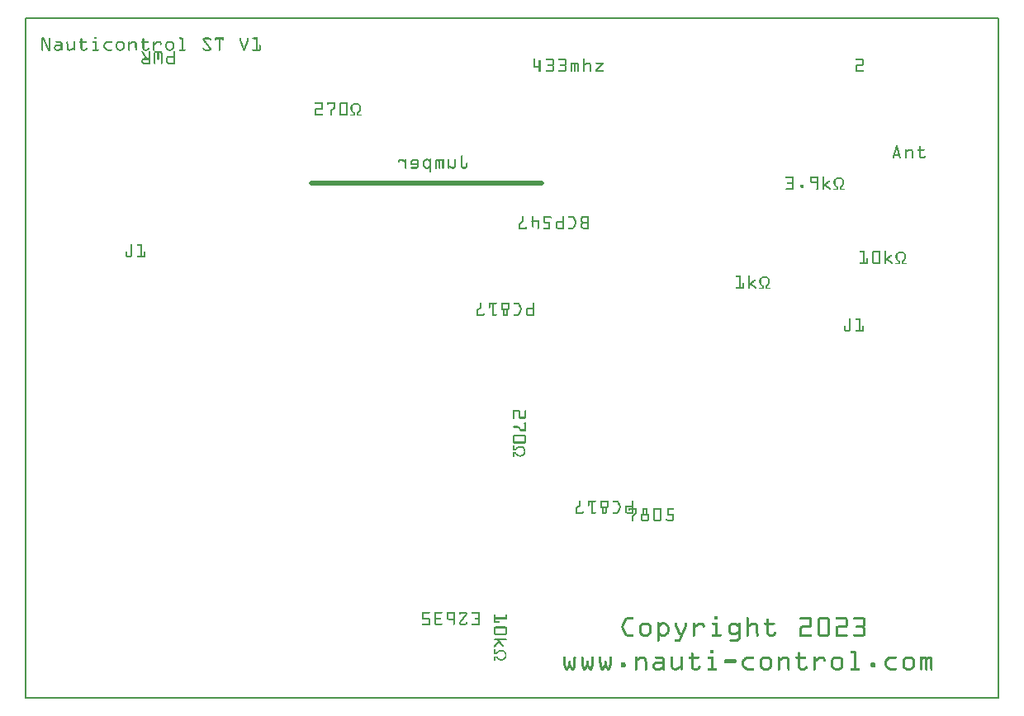
<source format=gto>
G04 MADE WITH FRITZING*
G04 WWW.FRITZING.ORG*
G04 SINGLE SIDED*
G04 HOLES NOT PLATED*
G04 CONTOUR ON CENTER OF CONTOUR VECTOR*
%ASAXBY*%
%FSLAX23Y23*%
%MOIN*%
%OFA0B0*%
%SFA1.0B1.0*%
%ADD10R,3.937010X2.755910X3.921010X2.739910*%
%ADD11C,0.008000*%
%ADD12C,0.021000*%
%ADD13R,0.001000X0.001000*%
%LNSILK1*%
G90*
G70*
G54D11*
X4Y2752D02*
X3933Y2752D01*
X3933Y4D01*
X4Y4D01*
X4Y2752D01*
D02*
G54D12*
X1159Y2084D02*
X2088Y2084D01*
G54D13*
X282Y2675D02*
X289Y2675D01*
X281Y2674D02*
X290Y2674D01*
X71Y2673D02*
X78Y2673D01*
X281Y2673D02*
X290Y2673D01*
X627Y2673D02*
X636Y2673D01*
X728Y2673D02*
X744Y2673D01*
X771Y2673D02*
X803Y2673D01*
X924Y2673D02*
X940Y2673D01*
X70Y2672D02*
X79Y2672D01*
X99Y2672D02*
X103Y2672D01*
X281Y2672D02*
X290Y2672D01*
X625Y2672D02*
X639Y2672D01*
X724Y2672D02*
X749Y2672D01*
X770Y2672D02*
X804Y2672D01*
X871Y2672D02*
X875Y2672D01*
X899Y2672D02*
X903Y2672D01*
X921Y2672D02*
X940Y2672D01*
X70Y2671D02*
X79Y2671D01*
X98Y2671D02*
X103Y2671D01*
X281Y2671D02*
X290Y2671D01*
X624Y2671D02*
X640Y2671D01*
X723Y2671D02*
X750Y2671D01*
X770Y2671D02*
X804Y2671D01*
X871Y2671D02*
X876Y2671D01*
X898Y2671D02*
X903Y2671D01*
X921Y2671D02*
X940Y2671D01*
X70Y2670D02*
X80Y2670D01*
X98Y2670D02*
X104Y2670D01*
X230Y2670D02*
X230Y2670D01*
X281Y2670D02*
X290Y2670D01*
X480Y2670D02*
X480Y2670D01*
X624Y2670D02*
X640Y2670D01*
X722Y2670D02*
X751Y2670D01*
X770Y2670D02*
X804Y2670D01*
X870Y2670D02*
X876Y2670D01*
X898Y2670D02*
X904Y2670D01*
X920Y2670D02*
X940Y2670D01*
X70Y2669D02*
X80Y2669D01*
X98Y2669D02*
X104Y2669D01*
X228Y2669D02*
X232Y2669D01*
X281Y2669D02*
X290Y2669D01*
X478Y2669D02*
X482Y2669D01*
X624Y2669D02*
X640Y2669D01*
X721Y2669D02*
X752Y2669D01*
X770Y2669D02*
X804Y2669D01*
X870Y2669D02*
X876Y2669D01*
X898Y2669D02*
X904Y2669D01*
X920Y2669D02*
X940Y2669D01*
X70Y2668D02*
X81Y2668D01*
X98Y2668D02*
X104Y2668D01*
X227Y2668D02*
X233Y2668D01*
X281Y2668D02*
X290Y2668D01*
X477Y2668D02*
X483Y2668D01*
X624Y2668D02*
X640Y2668D01*
X721Y2668D02*
X753Y2668D01*
X770Y2668D02*
X804Y2668D01*
X870Y2668D02*
X876Y2668D01*
X898Y2668D02*
X904Y2668D01*
X921Y2668D02*
X940Y2668D01*
X70Y2667D02*
X81Y2667D01*
X98Y2667D02*
X104Y2667D01*
X227Y2667D02*
X233Y2667D01*
X282Y2667D02*
X289Y2667D01*
X477Y2667D02*
X483Y2667D01*
X625Y2667D02*
X640Y2667D01*
X720Y2667D02*
X753Y2667D01*
X770Y2667D02*
X804Y2667D01*
X870Y2667D02*
X876Y2667D01*
X898Y2667D02*
X904Y2667D01*
X921Y2667D02*
X940Y2667D01*
X70Y2666D02*
X82Y2666D01*
X98Y2666D02*
X104Y2666D01*
X227Y2666D02*
X233Y2666D01*
X284Y2666D02*
X286Y2666D01*
X477Y2666D02*
X483Y2666D01*
X628Y2666D02*
X640Y2666D01*
X720Y2666D02*
X754Y2666D01*
X770Y2666D02*
X804Y2666D01*
X870Y2666D02*
X876Y2666D01*
X898Y2666D02*
X904Y2666D01*
X924Y2666D02*
X940Y2666D01*
X70Y2665D02*
X82Y2665D01*
X98Y2665D02*
X104Y2665D01*
X227Y2665D02*
X233Y2665D01*
X477Y2665D02*
X483Y2665D01*
X634Y2665D02*
X640Y2665D01*
X720Y2665D02*
X726Y2665D01*
X747Y2665D02*
X754Y2665D01*
X770Y2665D02*
X776Y2665D01*
X784Y2665D02*
X790Y2665D01*
X798Y2665D02*
X804Y2665D01*
X870Y2665D02*
X876Y2665D01*
X898Y2665D02*
X904Y2665D01*
X934Y2665D02*
X940Y2665D01*
X70Y2664D02*
X82Y2664D01*
X98Y2664D02*
X104Y2664D01*
X227Y2664D02*
X233Y2664D01*
X477Y2664D02*
X483Y2664D01*
X634Y2664D02*
X640Y2664D01*
X720Y2664D02*
X727Y2664D01*
X748Y2664D02*
X754Y2664D01*
X770Y2664D02*
X776Y2664D01*
X784Y2664D02*
X790Y2664D01*
X798Y2664D02*
X804Y2664D01*
X870Y2664D02*
X876Y2664D01*
X898Y2664D02*
X904Y2664D01*
X934Y2664D02*
X940Y2664D01*
X70Y2663D02*
X83Y2663D01*
X98Y2663D02*
X104Y2663D01*
X227Y2663D02*
X233Y2663D01*
X477Y2663D02*
X483Y2663D01*
X634Y2663D02*
X640Y2663D01*
X721Y2663D02*
X728Y2663D01*
X748Y2663D02*
X754Y2663D01*
X770Y2663D02*
X776Y2663D01*
X784Y2663D02*
X790Y2663D01*
X798Y2663D02*
X804Y2663D01*
X870Y2663D02*
X876Y2663D01*
X898Y2663D02*
X904Y2663D01*
X934Y2663D02*
X940Y2663D01*
X70Y2662D02*
X83Y2662D01*
X98Y2662D02*
X104Y2662D01*
X227Y2662D02*
X233Y2662D01*
X477Y2662D02*
X483Y2662D01*
X634Y2662D02*
X640Y2662D01*
X721Y2662D02*
X728Y2662D01*
X748Y2662D02*
X753Y2662D01*
X771Y2662D02*
X776Y2662D01*
X784Y2662D02*
X790Y2662D01*
X798Y2662D02*
X803Y2662D01*
X870Y2662D02*
X876Y2662D01*
X898Y2662D02*
X904Y2662D01*
X934Y2662D02*
X940Y2662D01*
X70Y2661D02*
X84Y2661D01*
X98Y2661D02*
X104Y2661D01*
X227Y2661D02*
X233Y2661D01*
X477Y2661D02*
X483Y2661D01*
X634Y2661D02*
X640Y2661D01*
X721Y2661D02*
X729Y2661D01*
X749Y2661D02*
X753Y2661D01*
X771Y2661D02*
X775Y2661D01*
X784Y2661D02*
X790Y2661D01*
X799Y2661D02*
X803Y2661D01*
X870Y2661D02*
X876Y2661D01*
X898Y2661D02*
X904Y2661D01*
X934Y2661D02*
X940Y2661D01*
X70Y2660D02*
X84Y2660D01*
X98Y2660D02*
X104Y2660D01*
X227Y2660D02*
X233Y2660D01*
X477Y2660D02*
X483Y2660D01*
X634Y2660D02*
X640Y2660D01*
X722Y2660D02*
X730Y2660D01*
X784Y2660D02*
X790Y2660D01*
X870Y2660D02*
X876Y2660D01*
X898Y2660D02*
X904Y2660D01*
X934Y2660D02*
X940Y2660D01*
X70Y2659D02*
X76Y2659D01*
X78Y2659D02*
X85Y2659D01*
X98Y2659D02*
X104Y2659D01*
X227Y2659D02*
X233Y2659D01*
X477Y2659D02*
X483Y2659D01*
X634Y2659D02*
X640Y2659D01*
X723Y2659D02*
X731Y2659D01*
X784Y2659D02*
X790Y2659D01*
X870Y2659D02*
X876Y2659D01*
X898Y2659D02*
X904Y2659D01*
X934Y2659D02*
X940Y2659D01*
X70Y2658D02*
X76Y2658D01*
X78Y2658D02*
X85Y2658D01*
X98Y2658D02*
X104Y2658D01*
X129Y2658D02*
X145Y2658D01*
X172Y2658D02*
X174Y2658D01*
X200Y2658D02*
X202Y2658D01*
X222Y2658D02*
X248Y2658D01*
X276Y2658D02*
X288Y2658D01*
X334Y2658D02*
X352Y2658D01*
X381Y2658D02*
X393Y2658D01*
X422Y2658D02*
X424Y2658D01*
X437Y2658D02*
X445Y2658D01*
X472Y2658D02*
X498Y2658D01*
X522Y2658D02*
X524Y2658D01*
X536Y2658D02*
X546Y2658D01*
X581Y2658D02*
X593Y2658D01*
X634Y2658D02*
X640Y2658D01*
X724Y2658D02*
X732Y2658D01*
X784Y2658D02*
X790Y2658D01*
X870Y2658D02*
X876Y2658D01*
X898Y2658D02*
X904Y2658D01*
X934Y2658D02*
X940Y2658D01*
X70Y2657D02*
X76Y2657D01*
X79Y2657D02*
X86Y2657D01*
X98Y2657D02*
X104Y2657D01*
X128Y2657D02*
X147Y2657D01*
X171Y2657D02*
X175Y2657D01*
X199Y2657D02*
X203Y2657D01*
X221Y2657D02*
X249Y2657D01*
X275Y2657D02*
X289Y2657D01*
X332Y2657D02*
X353Y2657D01*
X378Y2657D02*
X396Y2657D01*
X421Y2657D02*
X425Y2657D01*
X435Y2657D02*
X447Y2657D01*
X471Y2657D02*
X499Y2657D01*
X521Y2657D02*
X525Y2657D01*
X535Y2657D02*
X548Y2657D01*
X578Y2657D02*
X596Y2657D01*
X634Y2657D02*
X640Y2657D01*
X724Y2657D02*
X732Y2657D01*
X784Y2657D02*
X790Y2657D01*
X870Y2657D02*
X877Y2657D01*
X897Y2657D02*
X904Y2657D01*
X934Y2657D02*
X940Y2657D01*
X70Y2656D02*
X76Y2656D01*
X79Y2656D02*
X86Y2656D01*
X98Y2656D02*
X104Y2656D01*
X127Y2656D02*
X149Y2656D01*
X171Y2656D02*
X176Y2656D01*
X198Y2656D02*
X204Y2656D01*
X221Y2656D02*
X250Y2656D01*
X274Y2656D02*
X290Y2656D01*
X330Y2656D02*
X354Y2656D01*
X377Y2656D02*
X397Y2656D01*
X421Y2656D02*
X426Y2656D01*
X433Y2656D02*
X449Y2656D01*
X471Y2656D02*
X500Y2656D01*
X521Y2656D02*
X526Y2656D01*
X533Y2656D02*
X550Y2656D01*
X577Y2656D02*
X597Y2656D01*
X634Y2656D02*
X640Y2656D01*
X725Y2656D02*
X733Y2656D01*
X784Y2656D02*
X790Y2656D01*
X871Y2656D02*
X877Y2656D01*
X897Y2656D02*
X903Y2656D01*
X934Y2656D02*
X940Y2656D01*
X70Y2655D02*
X76Y2655D01*
X80Y2655D02*
X86Y2655D01*
X98Y2655D02*
X104Y2655D01*
X127Y2655D02*
X150Y2655D01*
X170Y2655D02*
X176Y2655D01*
X198Y2655D02*
X204Y2655D01*
X220Y2655D02*
X250Y2655D01*
X274Y2655D02*
X290Y2655D01*
X329Y2655D02*
X354Y2655D01*
X376Y2655D02*
X399Y2655D01*
X420Y2655D02*
X426Y2655D01*
X431Y2655D02*
X450Y2655D01*
X470Y2655D02*
X500Y2655D01*
X520Y2655D02*
X526Y2655D01*
X532Y2655D02*
X551Y2655D01*
X576Y2655D02*
X599Y2655D01*
X634Y2655D02*
X640Y2655D01*
X726Y2655D02*
X734Y2655D01*
X784Y2655D02*
X790Y2655D01*
X871Y2655D02*
X878Y2655D01*
X897Y2655D02*
X903Y2655D01*
X934Y2655D02*
X940Y2655D01*
X70Y2654D02*
X76Y2654D01*
X80Y2654D02*
X87Y2654D01*
X98Y2654D02*
X104Y2654D01*
X127Y2654D02*
X151Y2654D01*
X170Y2654D02*
X176Y2654D01*
X198Y2654D02*
X204Y2654D01*
X220Y2654D02*
X250Y2654D01*
X274Y2654D02*
X290Y2654D01*
X328Y2654D02*
X354Y2654D01*
X374Y2654D02*
X400Y2654D01*
X420Y2654D02*
X426Y2654D01*
X430Y2654D02*
X451Y2654D01*
X470Y2654D02*
X500Y2654D01*
X520Y2654D02*
X526Y2654D01*
X531Y2654D02*
X552Y2654D01*
X574Y2654D02*
X600Y2654D01*
X634Y2654D02*
X640Y2654D01*
X727Y2654D02*
X735Y2654D01*
X784Y2654D02*
X790Y2654D01*
X871Y2654D02*
X878Y2654D01*
X896Y2654D02*
X903Y2654D01*
X934Y2654D02*
X940Y2654D01*
X70Y2653D02*
X76Y2653D01*
X81Y2653D02*
X87Y2653D01*
X98Y2653D02*
X104Y2653D01*
X128Y2653D02*
X152Y2653D01*
X170Y2653D02*
X176Y2653D01*
X198Y2653D02*
X204Y2653D01*
X221Y2653D02*
X250Y2653D01*
X274Y2653D02*
X290Y2653D01*
X326Y2653D02*
X353Y2653D01*
X373Y2653D02*
X401Y2653D01*
X420Y2653D02*
X426Y2653D01*
X428Y2653D02*
X452Y2653D01*
X471Y2653D02*
X500Y2653D01*
X520Y2653D02*
X526Y2653D01*
X530Y2653D02*
X552Y2653D01*
X573Y2653D02*
X601Y2653D01*
X634Y2653D02*
X640Y2653D01*
X727Y2653D02*
X735Y2653D01*
X784Y2653D02*
X790Y2653D01*
X872Y2653D02*
X878Y2653D01*
X896Y2653D02*
X902Y2653D01*
X934Y2653D02*
X940Y2653D01*
X70Y2652D02*
X76Y2652D01*
X81Y2652D02*
X88Y2652D01*
X98Y2652D02*
X104Y2652D01*
X129Y2652D02*
X152Y2652D01*
X170Y2652D02*
X176Y2652D01*
X198Y2652D02*
X204Y2652D01*
X222Y2652D02*
X249Y2652D01*
X275Y2652D02*
X290Y2652D01*
X325Y2652D02*
X352Y2652D01*
X372Y2652D02*
X402Y2652D01*
X420Y2652D02*
X452Y2652D01*
X472Y2652D02*
X499Y2652D01*
X520Y2652D02*
X526Y2652D01*
X529Y2652D02*
X553Y2652D01*
X572Y2652D02*
X602Y2652D01*
X634Y2652D02*
X640Y2652D01*
X728Y2652D02*
X736Y2652D01*
X784Y2652D02*
X790Y2652D01*
X872Y2652D02*
X879Y2652D01*
X895Y2652D02*
X902Y2652D01*
X934Y2652D02*
X940Y2652D01*
X70Y2651D02*
X76Y2651D01*
X81Y2651D02*
X88Y2651D01*
X98Y2651D02*
X104Y2651D01*
X145Y2651D02*
X152Y2651D01*
X170Y2651D02*
X176Y2651D01*
X198Y2651D02*
X204Y2651D01*
X227Y2651D02*
X233Y2651D01*
X284Y2651D02*
X290Y2651D01*
X324Y2651D02*
X334Y2651D01*
X372Y2651D02*
X381Y2651D01*
X393Y2651D02*
X402Y2651D01*
X420Y2651D02*
X437Y2651D01*
X445Y2651D02*
X452Y2651D01*
X477Y2651D02*
X483Y2651D01*
X520Y2651D02*
X537Y2651D01*
X546Y2651D02*
X553Y2651D01*
X572Y2651D02*
X581Y2651D01*
X593Y2651D02*
X602Y2651D01*
X634Y2651D02*
X640Y2651D01*
X729Y2651D02*
X737Y2651D01*
X784Y2651D02*
X790Y2651D01*
X873Y2651D02*
X879Y2651D01*
X895Y2651D02*
X901Y2651D01*
X934Y2651D02*
X940Y2651D01*
X70Y2650D02*
X76Y2650D01*
X82Y2650D02*
X89Y2650D01*
X98Y2650D02*
X104Y2650D01*
X146Y2650D02*
X153Y2650D01*
X170Y2650D02*
X176Y2650D01*
X198Y2650D02*
X204Y2650D01*
X227Y2650D02*
X233Y2650D01*
X284Y2650D02*
X290Y2650D01*
X323Y2650D02*
X333Y2650D01*
X371Y2650D02*
X379Y2650D01*
X395Y2650D02*
X403Y2650D01*
X420Y2650D02*
X436Y2650D01*
X446Y2650D02*
X453Y2650D01*
X477Y2650D02*
X483Y2650D01*
X520Y2650D02*
X536Y2650D01*
X547Y2650D02*
X554Y2650D01*
X571Y2650D02*
X579Y2650D01*
X595Y2650D02*
X603Y2650D01*
X634Y2650D02*
X640Y2650D01*
X730Y2650D02*
X738Y2650D01*
X784Y2650D02*
X790Y2650D01*
X873Y2650D02*
X880Y2650D01*
X895Y2650D02*
X901Y2650D01*
X934Y2650D02*
X940Y2650D01*
X70Y2649D02*
X76Y2649D01*
X82Y2649D02*
X89Y2649D01*
X98Y2649D02*
X104Y2649D01*
X147Y2649D02*
X153Y2649D01*
X170Y2649D02*
X176Y2649D01*
X198Y2649D02*
X204Y2649D01*
X227Y2649D02*
X233Y2649D01*
X284Y2649D02*
X290Y2649D01*
X322Y2649D02*
X332Y2649D01*
X371Y2649D02*
X378Y2649D01*
X396Y2649D02*
X403Y2649D01*
X420Y2649D02*
X434Y2649D01*
X447Y2649D02*
X453Y2649D01*
X477Y2649D02*
X483Y2649D01*
X520Y2649D02*
X535Y2649D01*
X548Y2649D02*
X554Y2649D01*
X571Y2649D02*
X578Y2649D01*
X596Y2649D02*
X603Y2649D01*
X634Y2649D02*
X640Y2649D01*
X731Y2649D02*
X739Y2649D01*
X784Y2649D02*
X790Y2649D01*
X873Y2649D02*
X880Y2649D01*
X894Y2649D02*
X901Y2649D01*
X934Y2649D02*
X940Y2649D01*
X70Y2648D02*
X76Y2648D01*
X83Y2648D02*
X89Y2648D01*
X98Y2648D02*
X104Y2648D01*
X147Y2648D02*
X153Y2648D01*
X170Y2648D02*
X176Y2648D01*
X198Y2648D02*
X204Y2648D01*
X227Y2648D02*
X233Y2648D01*
X284Y2648D02*
X290Y2648D01*
X322Y2648D02*
X331Y2648D01*
X371Y2648D02*
X377Y2648D01*
X397Y2648D02*
X404Y2648D01*
X420Y2648D02*
X433Y2648D01*
X447Y2648D02*
X453Y2648D01*
X477Y2648D02*
X483Y2648D01*
X520Y2648D02*
X534Y2648D01*
X548Y2648D02*
X554Y2648D01*
X571Y2648D02*
X577Y2648D01*
X597Y2648D02*
X604Y2648D01*
X634Y2648D02*
X640Y2648D01*
X731Y2648D02*
X739Y2648D01*
X784Y2648D02*
X790Y2648D01*
X874Y2648D02*
X880Y2648D01*
X894Y2648D02*
X900Y2648D01*
X934Y2648D02*
X940Y2648D01*
X70Y2647D02*
X76Y2647D01*
X83Y2647D02*
X90Y2647D01*
X98Y2647D02*
X104Y2647D01*
X147Y2647D02*
X153Y2647D01*
X170Y2647D02*
X176Y2647D01*
X198Y2647D02*
X204Y2647D01*
X227Y2647D02*
X233Y2647D01*
X284Y2647D02*
X290Y2647D01*
X321Y2647D02*
X329Y2647D01*
X370Y2647D02*
X377Y2647D01*
X398Y2647D02*
X404Y2647D01*
X420Y2647D02*
X431Y2647D01*
X447Y2647D02*
X453Y2647D01*
X477Y2647D02*
X483Y2647D01*
X520Y2647D02*
X533Y2647D01*
X548Y2647D02*
X554Y2647D01*
X570Y2647D02*
X577Y2647D01*
X598Y2647D02*
X604Y2647D01*
X634Y2647D02*
X640Y2647D01*
X732Y2647D02*
X740Y2647D01*
X784Y2647D02*
X790Y2647D01*
X874Y2647D02*
X881Y2647D01*
X893Y2647D02*
X900Y2647D01*
X934Y2647D02*
X940Y2647D01*
X70Y2646D02*
X76Y2646D01*
X84Y2646D02*
X90Y2646D01*
X98Y2646D02*
X104Y2646D01*
X147Y2646D02*
X153Y2646D01*
X171Y2646D02*
X177Y2646D01*
X198Y2646D02*
X204Y2646D01*
X227Y2646D02*
X233Y2646D01*
X284Y2646D02*
X290Y2646D01*
X321Y2646D02*
X328Y2646D01*
X370Y2646D02*
X376Y2646D01*
X398Y2646D02*
X404Y2646D01*
X420Y2646D02*
X429Y2646D01*
X447Y2646D02*
X453Y2646D01*
X477Y2646D02*
X483Y2646D01*
X520Y2646D02*
X532Y2646D01*
X548Y2646D02*
X554Y2646D01*
X570Y2646D02*
X576Y2646D01*
X598Y2646D02*
X604Y2646D01*
X634Y2646D02*
X640Y2646D01*
X733Y2646D02*
X741Y2646D01*
X784Y2646D02*
X790Y2646D01*
X875Y2646D02*
X881Y2646D01*
X893Y2646D02*
X900Y2646D01*
X934Y2646D02*
X940Y2646D01*
X70Y2645D02*
X76Y2645D01*
X84Y2645D02*
X91Y2645D01*
X98Y2645D02*
X104Y2645D01*
X147Y2645D02*
X153Y2645D01*
X171Y2645D02*
X177Y2645D01*
X198Y2645D02*
X204Y2645D01*
X227Y2645D02*
X233Y2645D01*
X284Y2645D02*
X290Y2645D01*
X321Y2645D02*
X327Y2645D01*
X370Y2645D02*
X376Y2645D01*
X398Y2645D02*
X404Y2645D01*
X420Y2645D02*
X428Y2645D01*
X447Y2645D02*
X453Y2645D01*
X477Y2645D02*
X483Y2645D01*
X520Y2645D02*
X531Y2645D01*
X548Y2645D02*
X554Y2645D01*
X570Y2645D02*
X576Y2645D01*
X598Y2645D02*
X604Y2645D01*
X634Y2645D02*
X640Y2645D01*
X734Y2645D02*
X742Y2645D01*
X784Y2645D02*
X790Y2645D01*
X875Y2645D02*
X882Y2645D01*
X893Y2645D02*
X899Y2645D01*
X934Y2645D02*
X940Y2645D01*
X70Y2644D02*
X76Y2644D01*
X85Y2644D02*
X91Y2644D01*
X98Y2644D02*
X104Y2644D01*
X147Y2644D02*
X153Y2644D01*
X171Y2644D02*
X177Y2644D01*
X198Y2644D02*
X204Y2644D01*
X227Y2644D02*
X233Y2644D01*
X284Y2644D02*
X290Y2644D01*
X320Y2644D02*
X327Y2644D01*
X370Y2644D02*
X376Y2644D01*
X398Y2644D02*
X404Y2644D01*
X420Y2644D02*
X426Y2644D01*
X447Y2644D02*
X453Y2644D01*
X477Y2644D02*
X483Y2644D01*
X520Y2644D02*
X529Y2644D01*
X548Y2644D02*
X553Y2644D01*
X570Y2644D02*
X576Y2644D01*
X598Y2644D02*
X604Y2644D01*
X634Y2644D02*
X640Y2644D01*
X734Y2644D02*
X742Y2644D01*
X784Y2644D02*
X790Y2644D01*
X875Y2644D02*
X882Y2644D01*
X892Y2644D02*
X899Y2644D01*
X934Y2644D02*
X940Y2644D01*
X70Y2643D02*
X76Y2643D01*
X85Y2643D02*
X92Y2643D01*
X98Y2643D02*
X104Y2643D01*
X127Y2643D02*
X153Y2643D01*
X171Y2643D02*
X177Y2643D01*
X198Y2643D02*
X204Y2643D01*
X227Y2643D02*
X233Y2643D01*
X284Y2643D02*
X290Y2643D01*
X320Y2643D02*
X326Y2643D01*
X370Y2643D02*
X376Y2643D01*
X398Y2643D02*
X404Y2643D01*
X420Y2643D02*
X426Y2643D01*
X447Y2643D02*
X453Y2643D01*
X477Y2643D02*
X483Y2643D01*
X520Y2643D02*
X528Y2643D01*
X550Y2643D02*
X552Y2643D01*
X570Y2643D02*
X576Y2643D01*
X598Y2643D02*
X604Y2643D01*
X634Y2643D02*
X640Y2643D01*
X735Y2643D02*
X743Y2643D01*
X784Y2643D02*
X790Y2643D01*
X876Y2643D02*
X882Y2643D01*
X892Y2643D02*
X898Y2643D01*
X934Y2643D02*
X940Y2643D01*
X949Y2643D02*
X952Y2643D01*
X70Y2642D02*
X76Y2642D01*
X85Y2642D02*
X92Y2642D01*
X98Y2642D02*
X104Y2642D01*
X125Y2642D02*
X153Y2642D01*
X171Y2642D02*
X177Y2642D01*
X198Y2642D02*
X204Y2642D01*
X227Y2642D02*
X233Y2642D01*
X284Y2642D02*
X290Y2642D01*
X320Y2642D02*
X326Y2642D01*
X370Y2642D02*
X376Y2642D01*
X398Y2642D02*
X404Y2642D01*
X420Y2642D02*
X426Y2642D01*
X447Y2642D02*
X453Y2642D01*
X477Y2642D02*
X483Y2642D01*
X520Y2642D02*
X527Y2642D01*
X570Y2642D02*
X576Y2642D01*
X598Y2642D02*
X604Y2642D01*
X634Y2642D02*
X640Y2642D01*
X736Y2642D02*
X744Y2642D01*
X784Y2642D02*
X790Y2642D01*
X876Y2642D02*
X883Y2642D01*
X891Y2642D02*
X898Y2642D01*
X934Y2642D02*
X940Y2642D01*
X948Y2642D02*
X953Y2642D01*
X70Y2641D02*
X76Y2641D01*
X86Y2641D02*
X93Y2641D01*
X98Y2641D02*
X104Y2641D01*
X124Y2641D02*
X153Y2641D01*
X171Y2641D02*
X177Y2641D01*
X198Y2641D02*
X204Y2641D01*
X227Y2641D02*
X233Y2641D01*
X284Y2641D02*
X290Y2641D01*
X320Y2641D02*
X326Y2641D01*
X370Y2641D02*
X376Y2641D01*
X398Y2641D02*
X404Y2641D01*
X420Y2641D02*
X426Y2641D01*
X447Y2641D02*
X453Y2641D01*
X477Y2641D02*
X483Y2641D01*
X520Y2641D02*
X526Y2641D01*
X570Y2641D02*
X576Y2641D01*
X598Y2641D02*
X604Y2641D01*
X634Y2641D02*
X640Y2641D01*
X737Y2641D02*
X745Y2641D01*
X784Y2641D02*
X790Y2641D01*
X876Y2641D02*
X883Y2641D01*
X891Y2641D02*
X898Y2641D01*
X934Y2641D02*
X940Y2641D01*
X948Y2641D02*
X954Y2641D01*
X70Y2640D02*
X76Y2640D01*
X86Y2640D02*
X93Y2640D01*
X98Y2640D02*
X104Y2640D01*
X123Y2640D02*
X153Y2640D01*
X171Y2640D02*
X177Y2640D01*
X198Y2640D02*
X204Y2640D01*
X227Y2640D02*
X233Y2640D01*
X284Y2640D02*
X290Y2640D01*
X320Y2640D02*
X326Y2640D01*
X370Y2640D02*
X376Y2640D01*
X398Y2640D02*
X404Y2640D01*
X420Y2640D02*
X426Y2640D01*
X447Y2640D02*
X453Y2640D01*
X477Y2640D02*
X483Y2640D01*
X520Y2640D02*
X526Y2640D01*
X570Y2640D02*
X576Y2640D01*
X598Y2640D02*
X604Y2640D01*
X634Y2640D02*
X640Y2640D01*
X738Y2640D02*
X746Y2640D01*
X784Y2640D02*
X790Y2640D01*
X877Y2640D02*
X883Y2640D01*
X891Y2640D02*
X897Y2640D01*
X934Y2640D02*
X940Y2640D01*
X948Y2640D02*
X954Y2640D01*
X70Y2639D02*
X76Y2639D01*
X87Y2639D02*
X93Y2639D01*
X98Y2639D02*
X104Y2639D01*
X122Y2639D02*
X153Y2639D01*
X171Y2639D02*
X177Y2639D01*
X198Y2639D02*
X204Y2639D01*
X227Y2639D02*
X233Y2639D01*
X284Y2639D02*
X290Y2639D01*
X320Y2639D02*
X326Y2639D01*
X370Y2639D02*
X376Y2639D01*
X398Y2639D02*
X404Y2639D01*
X420Y2639D02*
X426Y2639D01*
X447Y2639D02*
X453Y2639D01*
X477Y2639D02*
X483Y2639D01*
X520Y2639D02*
X526Y2639D01*
X570Y2639D02*
X576Y2639D01*
X598Y2639D02*
X604Y2639D01*
X634Y2639D02*
X640Y2639D01*
X738Y2639D02*
X746Y2639D01*
X784Y2639D02*
X790Y2639D01*
X877Y2639D02*
X884Y2639D01*
X890Y2639D02*
X897Y2639D01*
X934Y2639D02*
X940Y2639D01*
X948Y2639D02*
X954Y2639D01*
X70Y2638D02*
X76Y2638D01*
X87Y2638D02*
X94Y2638D01*
X98Y2638D02*
X104Y2638D01*
X121Y2638D02*
X153Y2638D01*
X171Y2638D02*
X177Y2638D01*
X198Y2638D02*
X204Y2638D01*
X227Y2638D02*
X233Y2638D01*
X284Y2638D02*
X290Y2638D01*
X320Y2638D02*
X326Y2638D01*
X370Y2638D02*
X376Y2638D01*
X398Y2638D02*
X404Y2638D01*
X420Y2638D02*
X426Y2638D01*
X447Y2638D02*
X453Y2638D01*
X477Y2638D02*
X483Y2638D01*
X520Y2638D02*
X526Y2638D01*
X570Y2638D02*
X576Y2638D01*
X598Y2638D02*
X604Y2638D01*
X634Y2638D02*
X640Y2638D01*
X739Y2638D02*
X747Y2638D01*
X784Y2638D02*
X790Y2638D01*
X878Y2638D02*
X884Y2638D01*
X890Y2638D02*
X896Y2638D01*
X934Y2638D02*
X940Y2638D01*
X948Y2638D02*
X954Y2638D01*
X70Y2637D02*
X76Y2637D01*
X88Y2637D02*
X94Y2637D01*
X98Y2637D02*
X104Y2637D01*
X121Y2637D02*
X153Y2637D01*
X171Y2637D02*
X177Y2637D01*
X198Y2637D02*
X204Y2637D01*
X227Y2637D02*
X233Y2637D01*
X284Y2637D02*
X290Y2637D01*
X320Y2637D02*
X326Y2637D01*
X370Y2637D02*
X376Y2637D01*
X398Y2637D02*
X404Y2637D01*
X420Y2637D02*
X426Y2637D01*
X447Y2637D02*
X453Y2637D01*
X477Y2637D02*
X483Y2637D01*
X520Y2637D02*
X526Y2637D01*
X570Y2637D02*
X576Y2637D01*
X598Y2637D02*
X604Y2637D01*
X634Y2637D02*
X640Y2637D01*
X740Y2637D02*
X748Y2637D01*
X784Y2637D02*
X790Y2637D01*
X878Y2637D02*
X885Y2637D01*
X889Y2637D02*
X896Y2637D01*
X934Y2637D02*
X940Y2637D01*
X948Y2637D02*
X954Y2637D01*
X70Y2636D02*
X76Y2636D01*
X88Y2636D02*
X95Y2636D01*
X98Y2636D02*
X104Y2636D01*
X121Y2636D02*
X128Y2636D01*
X146Y2636D02*
X153Y2636D01*
X171Y2636D02*
X177Y2636D01*
X198Y2636D02*
X204Y2636D01*
X227Y2636D02*
X233Y2636D01*
X284Y2636D02*
X290Y2636D01*
X320Y2636D02*
X326Y2636D01*
X370Y2636D02*
X376Y2636D01*
X398Y2636D02*
X404Y2636D01*
X420Y2636D02*
X426Y2636D01*
X447Y2636D02*
X453Y2636D01*
X477Y2636D02*
X483Y2636D01*
X520Y2636D02*
X526Y2636D01*
X570Y2636D02*
X576Y2636D01*
X598Y2636D02*
X604Y2636D01*
X634Y2636D02*
X640Y2636D01*
X741Y2636D02*
X749Y2636D01*
X784Y2636D02*
X790Y2636D01*
X878Y2636D02*
X885Y2636D01*
X889Y2636D02*
X896Y2636D01*
X934Y2636D02*
X940Y2636D01*
X948Y2636D02*
X954Y2636D01*
X70Y2635D02*
X76Y2635D01*
X88Y2635D02*
X95Y2635D01*
X98Y2635D02*
X104Y2635D01*
X120Y2635D02*
X127Y2635D01*
X147Y2635D02*
X153Y2635D01*
X171Y2635D02*
X177Y2635D01*
X198Y2635D02*
X204Y2635D01*
X227Y2635D02*
X233Y2635D01*
X284Y2635D02*
X290Y2635D01*
X320Y2635D02*
X326Y2635D01*
X370Y2635D02*
X376Y2635D01*
X398Y2635D02*
X404Y2635D01*
X420Y2635D02*
X426Y2635D01*
X447Y2635D02*
X453Y2635D01*
X477Y2635D02*
X483Y2635D01*
X520Y2635D02*
X526Y2635D01*
X570Y2635D02*
X576Y2635D01*
X598Y2635D02*
X604Y2635D01*
X634Y2635D02*
X640Y2635D01*
X741Y2635D02*
X749Y2635D01*
X784Y2635D02*
X790Y2635D01*
X879Y2635D02*
X885Y2635D01*
X889Y2635D02*
X895Y2635D01*
X934Y2635D02*
X940Y2635D01*
X948Y2635D02*
X954Y2635D01*
X70Y2634D02*
X76Y2634D01*
X89Y2634D02*
X96Y2634D01*
X98Y2634D02*
X104Y2634D01*
X120Y2634D02*
X126Y2634D01*
X147Y2634D02*
X153Y2634D01*
X171Y2634D02*
X177Y2634D01*
X198Y2634D02*
X204Y2634D01*
X227Y2634D02*
X233Y2634D01*
X284Y2634D02*
X290Y2634D01*
X320Y2634D02*
X326Y2634D01*
X370Y2634D02*
X376Y2634D01*
X398Y2634D02*
X404Y2634D01*
X420Y2634D02*
X426Y2634D01*
X447Y2634D02*
X453Y2634D01*
X477Y2634D02*
X483Y2634D01*
X520Y2634D02*
X526Y2634D01*
X570Y2634D02*
X576Y2634D01*
X598Y2634D02*
X604Y2634D01*
X634Y2634D02*
X640Y2634D01*
X742Y2634D02*
X750Y2634D01*
X784Y2634D02*
X790Y2634D01*
X879Y2634D02*
X886Y2634D01*
X888Y2634D02*
X895Y2634D01*
X934Y2634D02*
X940Y2634D01*
X948Y2634D02*
X954Y2634D01*
X70Y2633D02*
X76Y2633D01*
X89Y2633D02*
X96Y2633D01*
X98Y2633D02*
X104Y2633D01*
X120Y2633D02*
X126Y2633D01*
X147Y2633D02*
X153Y2633D01*
X171Y2633D02*
X177Y2633D01*
X198Y2633D02*
X204Y2633D01*
X227Y2633D02*
X233Y2633D01*
X284Y2633D02*
X290Y2633D01*
X320Y2633D02*
X327Y2633D01*
X370Y2633D02*
X376Y2633D01*
X398Y2633D02*
X404Y2633D01*
X420Y2633D02*
X426Y2633D01*
X447Y2633D02*
X453Y2633D01*
X477Y2633D02*
X483Y2633D01*
X520Y2633D02*
X526Y2633D01*
X570Y2633D02*
X576Y2633D01*
X598Y2633D02*
X604Y2633D01*
X634Y2633D02*
X640Y2633D01*
X743Y2633D02*
X751Y2633D01*
X784Y2633D02*
X790Y2633D01*
X880Y2633D02*
X886Y2633D01*
X888Y2633D02*
X894Y2633D01*
X934Y2633D02*
X940Y2633D01*
X948Y2633D02*
X954Y2633D01*
X70Y2632D02*
X76Y2632D01*
X90Y2632D02*
X104Y2632D01*
X120Y2632D02*
X126Y2632D01*
X147Y2632D02*
X154Y2632D01*
X171Y2632D02*
X177Y2632D01*
X196Y2632D02*
X204Y2632D01*
X227Y2632D02*
X233Y2632D01*
X284Y2632D02*
X290Y2632D01*
X321Y2632D02*
X327Y2632D01*
X370Y2632D02*
X376Y2632D01*
X398Y2632D02*
X404Y2632D01*
X420Y2632D02*
X426Y2632D01*
X447Y2632D02*
X453Y2632D01*
X477Y2632D02*
X483Y2632D01*
X520Y2632D02*
X526Y2632D01*
X570Y2632D02*
X576Y2632D01*
X598Y2632D02*
X604Y2632D01*
X634Y2632D02*
X640Y2632D01*
X744Y2632D02*
X752Y2632D01*
X784Y2632D02*
X790Y2632D01*
X880Y2632D02*
X894Y2632D01*
X934Y2632D02*
X940Y2632D01*
X948Y2632D02*
X954Y2632D01*
X70Y2631D02*
X76Y2631D01*
X90Y2631D02*
X104Y2631D01*
X120Y2631D02*
X126Y2631D01*
X147Y2631D02*
X154Y2631D01*
X171Y2631D02*
X177Y2631D01*
X195Y2631D02*
X204Y2631D01*
X227Y2631D02*
X233Y2631D01*
X249Y2631D02*
X252Y2631D01*
X284Y2631D02*
X290Y2631D01*
X321Y2631D02*
X328Y2631D01*
X370Y2631D02*
X376Y2631D01*
X398Y2631D02*
X404Y2631D01*
X420Y2631D02*
X426Y2631D01*
X448Y2631D02*
X453Y2631D01*
X477Y2631D02*
X483Y2631D01*
X499Y2631D02*
X502Y2631D01*
X520Y2631D02*
X526Y2631D01*
X570Y2631D02*
X576Y2631D01*
X598Y2631D02*
X604Y2631D01*
X634Y2631D02*
X640Y2631D01*
X722Y2631D02*
X725Y2631D01*
X745Y2631D02*
X752Y2631D01*
X784Y2631D02*
X790Y2631D01*
X880Y2631D02*
X894Y2631D01*
X934Y2631D02*
X940Y2631D01*
X948Y2631D02*
X954Y2631D01*
X70Y2630D02*
X76Y2630D01*
X91Y2630D02*
X104Y2630D01*
X120Y2630D02*
X126Y2630D01*
X147Y2630D02*
X154Y2630D01*
X171Y2630D02*
X177Y2630D01*
X193Y2630D02*
X204Y2630D01*
X227Y2630D02*
X233Y2630D01*
X248Y2630D02*
X253Y2630D01*
X284Y2630D02*
X290Y2630D01*
X321Y2630D02*
X330Y2630D01*
X370Y2630D02*
X377Y2630D01*
X397Y2630D02*
X404Y2630D01*
X420Y2630D02*
X426Y2630D01*
X448Y2630D02*
X454Y2630D01*
X477Y2630D02*
X483Y2630D01*
X498Y2630D02*
X503Y2630D01*
X520Y2630D02*
X526Y2630D01*
X570Y2630D02*
X577Y2630D01*
X597Y2630D02*
X604Y2630D01*
X634Y2630D02*
X640Y2630D01*
X721Y2630D02*
X726Y2630D01*
X745Y2630D02*
X753Y2630D01*
X784Y2630D02*
X790Y2630D01*
X881Y2630D02*
X893Y2630D01*
X934Y2630D02*
X940Y2630D01*
X948Y2630D02*
X954Y2630D01*
X70Y2629D02*
X76Y2629D01*
X91Y2629D02*
X104Y2629D01*
X120Y2629D02*
X126Y2629D01*
X145Y2629D02*
X154Y2629D01*
X171Y2629D02*
X177Y2629D01*
X191Y2629D02*
X204Y2629D01*
X227Y2629D02*
X233Y2629D01*
X248Y2629D02*
X254Y2629D01*
X284Y2629D02*
X290Y2629D01*
X322Y2629D02*
X331Y2629D01*
X371Y2629D02*
X377Y2629D01*
X397Y2629D02*
X404Y2629D01*
X420Y2629D02*
X426Y2629D01*
X448Y2629D02*
X454Y2629D01*
X477Y2629D02*
X483Y2629D01*
X498Y2629D02*
X504Y2629D01*
X520Y2629D02*
X526Y2629D01*
X571Y2629D02*
X577Y2629D01*
X597Y2629D02*
X604Y2629D01*
X634Y2629D02*
X640Y2629D01*
X720Y2629D02*
X726Y2629D01*
X746Y2629D02*
X754Y2629D01*
X784Y2629D02*
X790Y2629D01*
X881Y2629D02*
X893Y2629D01*
X934Y2629D02*
X940Y2629D01*
X948Y2629D02*
X954Y2629D01*
X70Y2628D02*
X76Y2628D01*
X92Y2628D02*
X104Y2628D01*
X120Y2628D02*
X127Y2628D01*
X144Y2628D02*
X154Y2628D01*
X171Y2628D02*
X177Y2628D01*
X190Y2628D02*
X204Y2628D01*
X227Y2628D02*
X233Y2628D01*
X247Y2628D02*
X254Y2628D01*
X284Y2628D02*
X290Y2628D01*
X322Y2628D02*
X332Y2628D01*
X371Y2628D02*
X378Y2628D01*
X396Y2628D02*
X403Y2628D01*
X420Y2628D02*
X426Y2628D01*
X448Y2628D02*
X454Y2628D01*
X477Y2628D02*
X483Y2628D01*
X497Y2628D02*
X504Y2628D01*
X520Y2628D02*
X526Y2628D01*
X571Y2628D02*
X578Y2628D01*
X596Y2628D02*
X603Y2628D01*
X634Y2628D02*
X640Y2628D01*
X720Y2628D02*
X726Y2628D01*
X747Y2628D02*
X754Y2628D01*
X784Y2628D02*
X790Y2628D01*
X882Y2628D02*
X893Y2628D01*
X934Y2628D02*
X940Y2628D01*
X948Y2628D02*
X954Y2628D01*
X70Y2627D02*
X76Y2627D01*
X92Y2627D02*
X104Y2627D01*
X121Y2627D02*
X127Y2627D01*
X142Y2627D02*
X154Y2627D01*
X171Y2627D02*
X178Y2627D01*
X188Y2627D02*
X204Y2627D01*
X227Y2627D02*
X234Y2627D01*
X247Y2627D02*
X254Y2627D01*
X284Y2627D02*
X290Y2627D01*
X323Y2627D02*
X333Y2627D01*
X371Y2627D02*
X380Y2627D01*
X394Y2627D02*
X403Y2627D01*
X420Y2627D02*
X426Y2627D01*
X448Y2627D02*
X454Y2627D01*
X477Y2627D02*
X484Y2627D01*
X497Y2627D02*
X504Y2627D01*
X520Y2627D02*
X526Y2627D01*
X571Y2627D02*
X580Y2627D01*
X594Y2627D02*
X603Y2627D01*
X634Y2627D02*
X640Y2627D01*
X720Y2627D02*
X727Y2627D01*
X748Y2627D02*
X754Y2627D01*
X784Y2627D02*
X790Y2627D01*
X882Y2627D02*
X892Y2627D01*
X934Y2627D02*
X940Y2627D01*
X948Y2627D02*
X954Y2627D01*
X70Y2626D02*
X76Y2626D01*
X92Y2626D02*
X104Y2626D01*
X121Y2626D02*
X129Y2626D01*
X140Y2626D02*
X154Y2626D01*
X172Y2626D02*
X180Y2626D01*
X187Y2626D02*
X204Y2626D01*
X228Y2626D02*
X236Y2626D01*
X245Y2626D02*
X253Y2626D01*
X284Y2626D02*
X290Y2626D01*
X324Y2626D02*
X335Y2626D01*
X372Y2626D02*
X381Y2626D01*
X393Y2626D02*
X402Y2626D01*
X420Y2626D02*
X426Y2626D01*
X448Y2626D02*
X454Y2626D01*
X478Y2626D02*
X486Y2626D01*
X495Y2626D02*
X503Y2626D01*
X520Y2626D02*
X526Y2626D01*
X572Y2626D02*
X581Y2626D01*
X593Y2626D02*
X602Y2626D01*
X634Y2626D02*
X640Y2626D01*
X721Y2626D02*
X728Y2626D01*
X747Y2626D02*
X754Y2626D01*
X784Y2626D02*
X790Y2626D01*
X882Y2626D02*
X892Y2626D01*
X934Y2626D02*
X940Y2626D01*
X948Y2626D02*
X954Y2626D01*
X70Y2625D02*
X76Y2625D01*
X93Y2625D02*
X104Y2625D01*
X121Y2625D02*
X154Y2625D01*
X172Y2625D02*
X204Y2625D01*
X228Y2625D02*
X253Y2625D01*
X275Y2625D02*
X299Y2625D01*
X326Y2625D02*
X353Y2625D01*
X372Y2625D02*
X401Y2625D01*
X420Y2625D02*
X426Y2625D01*
X448Y2625D02*
X454Y2625D01*
X478Y2625D02*
X503Y2625D01*
X520Y2625D02*
X526Y2625D01*
X572Y2625D02*
X601Y2625D01*
X625Y2625D02*
X649Y2625D01*
X721Y2625D02*
X754Y2625D01*
X784Y2625D02*
X790Y2625D01*
X883Y2625D02*
X891Y2625D01*
X922Y2625D02*
X954Y2625D01*
X70Y2624D02*
X76Y2624D01*
X93Y2624D02*
X104Y2624D01*
X122Y2624D02*
X154Y2624D01*
X173Y2624D02*
X196Y2624D01*
X198Y2624D02*
X204Y2624D01*
X229Y2624D02*
X252Y2624D01*
X274Y2624D02*
X300Y2624D01*
X327Y2624D02*
X353Y2624D01*
X373Y2624D02*
X401Y2624D01*
X420Y2624D02*
X426Y2624D01*
X448Y2624D02*
X454Y2624D01*
X479Y2624D02*
X502Y2624D01*
X520Y2624D02*
X526Y2624D01*
X573Y2624D02*
X601Y2624D01*
X624Y2624D02*
X650Y2624D01*
X721Y2624D02*
X753Y2624D01*
X784Y2624D02*
X790Y2624D01*
X883Y2624D02*
X891Y2624D01*
X921Y2624D02*
X954Y2624D01*
X70Y2623D02*
X76Y2623D01*
X94Y2623D02*
X104Y2623D01*
X122Y2623D02*
X154Y2623D01*
X173Y2623D02*
X194Y2623D01*
X198Y2623D02*
X204Y2623D01*
X229Y2623D02*
X252Y2623D01*
X274Y2623D02*
X300Y2623D01*
X328Y2623D02*
X354Y2623D01*
X374Y2623D02*
X399Y2623D01*
X420Y2623D02*
X426Y2623D01*
X448Y2623D02*
X454Y2623D01*
X479Y2623D02*
X502Y2623D01*
X520Y2623D02*
X526Y2623D01*
X574Y2623D02*
X599Y2623D01*
X624Y2623D02*
X650Y2623D01*
X722Y2623D02*
X753Y2623D01*
X784Y2623D02*
X790Y2623D01*
X883Y2623D02*
X891Y2623D01*
X920Y2623D02*
X954Y2623D01*
X70Y2622D02*
X76Y2622D01*
X94Y2622D02*
X104Y2622D01*
X123Y2622D02*
X146Y2622D01*
X148Y2622D02*
X154Y2622D01*
X174Y2622D02*
X192Y2622D01*
X198Y2622D02*
X204Y2622D01*
X230Y2622D02*
X251Y2622D01*
X274Y2622D02*
X300Y2622D01*
X329Y2622D02*
X354Y2622D01*
X376Y2622D02*
X398Y2622D01*
X420Y2622D02*
X426Y2622D01*
X448Y2622D02*
X454Y2622D01*
X480Y2622D02*
X501Y2622D01*
X520Y2622D02*
X526Y2622D01*
X576Y2622D02*
X598Y2622D01*
X624Y2622D02*
X650Y2622D01*
X723Y2622D02*
X752Y2622D01*
X784Y2622D02*
X790Y2622D01*
X884Y2622D02*
X890Y2622D01*
X920Y2622D02*
X954Y2622D01*
X71Y2621D02*
X76Y2621D01*
X95Y2621D02*
X104Y2621D01*
X124Y2621D02*
X145Y2621D01*
X148Y2621D02*
X154Y2621D01*
X175Y2621D02*
X191Y2621D01*
X198Y2621D02*
X203Y2621D01*
X231Y2621D02*
X250Y2621D01*
X274Y2621D02*
X300Y2621D01*
X330Y2621D02*
X353Y2621D01*
X377Y2621D02*
X397Y2621D01*
X421Y2621D02*
X426Y2621D01*
X448Y2621D02*
X453Y2621D01*
X481Y2621D02*
X500Y2621D01*
X521Y2621D02*
X526Y2621D01*
X577Y2621D02*
X597Y2621D01*
X624Y2621D02*
X650Y2621D01*
X724Y2621D02*
X751Y2621D01*
X784Y2621D02*
X790Y2621D01*
X884Y2621D02*
X890Y2621D01*
X921Y2621D02*
X953Y2621D01*
X71Y2620D02*
X75Y2620D01*
X95Y2620D02*
X104Y2620D01*
X126Y2620D02*
X143Y2620D01*
X149Y2620D02*
X153Y2620D01*
X177Y2620D02*
X189Y2620D01*
X199Y2620D02*
X203Y2620D01*
X233Y2620D02*
X248Y2620D01*
X275Y2620D02*
X299Y2620D01*
X332Y2620D02*
X353Y2620D01*
X379Y2620D02*
X396Y2620D01*
X421Y2620D02*
X425Y2620D01*
X449Y2620D02*
X453Y2620D01*
X483Y2620D02*
X498Y2620D01*
X521Y2620D02*
X525Y2620D01*
X579Y2620D02*
X596Y2620D01*
X625Y2620D02*
X649Y2620D01*
X725Y2620D02*
X750Y2620D01*
X785Y2620D02*
X789Y2620D01*
X885Y2620D02*
X889Y2620D01*
X921Y2620D02*
X953Y2620D01*
X73Y2619D02*
X73Y2619D01*
X96Y2619D02*
X104Y2619D01*
X129Y2619D02*
X141Y2619D01*
X151Y2619D02*
X151Y2619D01*
X180Y2619D02*
X186Y2619D01*
X201Y2619D02*
X201Y2619D01*
X236Y2619D02*
X245Y2619D01*
X276Y2619D02*
X298Y2619D01*
X335Y2619D02*
X351Y2619D01*
X382Y2619D02*
X392Y2619D01*
X423Y2619D02*
X423Y2619D01*
X451Y2619D02*
X451Y2619D01*
X486Y2619D02*
X495Y2619D01*
X523Y2619D02*
X523Y2619D01*
X582Y2619D02*
X592Y2619D01*
X626Y2619D02*
X648Y2619D01*
X728Y2619D02*
X747Y2619D01*
X787Y2619D02*
X787Y2619D01*
X887Y2619D02*
X888Y2619D01*
X923Y2619D02*
X951Y2619D01*
X474Y2618D02*
X478Y2618D01*
X502Y2618D02*
X505Y2618D01*
X528Y2618D02*
X538Y2618D01*
X542Y2618D02*
X552Y2618D01*
X602Y2618D02*
X605Y2618D01*
X474Y2617D02*
X479Y2617D01*
X501Y2617D02*
X506Y2617D01*
X527Y2617D02*
X539Y2617D01*
X541Y2617D02*
X553Y2617D01*
X601Y2617D02*
X606Y2617D01*
X473Y2616D02*
X479Y2616D01*
X501Y2616D02*
X507Y2616D01*
X526Y2616D02*
X553Y2616D01*
X601Y2616D02*
X607Y2616D01*
X473Y2615D02*
X480Y2615D01*
X501Y2615D02*
X507Y2615D01*
X526Y2615D02*
X554Y2615D01*
X601Y2615D02*
X607Y2615D01*
X474Y2614D02*
X481Y2614D01*
X501Y2614D02*
X507Y2614D01*
X525Y2614D02*
X555Y2614D01*
X601Y2614D02*
X607Y2614D01*
X474Y2613D02*
X481Y2613D01*
X501Y2613D02*
X507Y2613D01*
X525Y2613D02*
X555Y2613D01*
X601Y2613D02*
X607Y2613D01*
X475Y2612D02*
X482Y2612D01*
X501Y2612D02*
X507Y2612D01*
X524Y2612D02*
X556Y2612D01*
X601Y2612D02*
X607Y2612D01*
X475Y2611D02*
X482Y2611D01*
X501Y2611D02*
X507Y2611D01*
X523Y2611D02*
X531Y2611D01*
X535Y2611D02*
X544Y2611D01*
X549Y2611D02*
X556Y2611D01*
X601Y2611D02*
X607Y2611D01*
X476Y2610D02*
X483Y2610D01*
X501Y2610D02*
X507Y2610D01*
X523Y2610D02*
X530Y2610D01*
X536Y2610D02*
X544Y2610D01*
X550Y2610D02*
X557Y2610D01*
X601Y2610D02*
X607Y2610D01*
X476Y2609D02*
X483Y2609D01*
X501Y2609D02*
X507Y2609D01*
X523Y2609D02*
X529Y2609D01*
X537Y2609D02*
X543Y2609D01*
X550Y2609D02*
X557Y2609D01*
X601Y2609D02*
X607Y2609D01*
X477Y2608D02*
X484Y2608D01*
X501Y2608D02*
X507Y2608D01*
X523Y2608D02*
X529Y2608D01*
X537Y2608D02*
X543Y2608D01*
X551Y2608D02*
X557Y2608D01*
X601Y2608D02*
X607Y2608D01*
X477Y2607D02*
X485Y2607D01*
X501Y2607D02*
X507Y2607D01*
X523Y2607D02*
X529Y2607D01*
X537Y2607D02*
X543Y2607D01*
X551Y2607D02*
X557Y2607D01*
X601Y2607D02*
X607Y2607D01*
X478Y2606D02*
X485Y2606D01*
X501Y2606D02*
X507Y2606D01*
X523Y2606D02*
X529Y2606D01*
X537Y2606D02*
X543Y2606D01*
X551Y2606D02*
X557Y2606D01*
X601Y2606D02*
X607Y2606D01*
X479Y2605D02*
X486Y2605D01*
X501Y2605D02*
X507Y2605D01*
X523Y2605D02*
X529Y2605D01*
X537Y2605D02*
X543Y2605D01*
X551Y2605D02*
X557Y2605D01*
X601Y2605D02*
X607Y2605D01*
X479Y2604D02*
X486Y2604D01*
X501Y2604D02*
X507Y2604D01*
X523Y2604D02*
X529Y2604D01*
X537Y2604D02*
X543Y2604D01*
X551Y2604D02*
X557Y2604D01*
X601Y2604D02*
X607Y2604D01*
X480Y2603D02*
X487Y2603D01*
X501Y2603D02*
X507Y2603D01*
X523Y2603D02*
X529Y2603D01*
X537Y2603D02*
X543Y2603D01*
X551Y2603D02*
X557Y2603D01*
X601Y2603D02*
X607Y2603D01*
X480Y2602D02*
X488Y2602D01*
X501Y2602D02*
X507Y2602D01*
X523Y2602D02*
X529Y2602D01*
X537Y2602D02*
X543Y2602D01*
X551Y2602D02*
X557Y2602D01*
X601Y2602D02*
X607Y2602D01*
X481Y2601D02*
X488Y2601D01*
X501Y2601D02*
X507Y2601D01*
X523Y2601D02*
X529Y2601D01*
X537Y2601D02*
X543Y2601D01*
X551Y2601D02*
X557Y2601D01*
X601Y2601D02*
X607Y2601D01*
X482Y2600D02*
X489Y2600D01*
X501Y2600D02*
X507Y2600D01*
X523Y2600D02*
X529Y2600D01*
X537Y2600D02*
X543Y2600D01*
X551Y2600D02*
X557Y2600D01*
X601Y2600D02*
X607Y2600D01*
X482Y2599D02*
X489Y2599D01*
X501Y2599D02*
X507Y2599D01*
X523Y2599D02*
X529Y2599D01*
X537Y2599D02*
X543Y2599D01*
X551Y2599D02*
X557Y2599D01*
X601Y2599D02*
X607Y2599D01*
X483Y2598D02*
X490Y2598D01*
X501Y2598D02*
X507Y2598D01*
X523Y2598D02*
X529Y2598D01*
X537Y2598D02*
X543Y2598D01*
X551Y2598D02*
X557Y2598D01*
X581Y2598D02*
X607Y2598D01*
X483Y2597D02*
X491Y2597D01*
X501Y2597D02*
X507Y2597D01*
X523Y2597D02*
X529Y2597D01*
X537Y2597D02*
X543Y2597D01*
X551Y2597D02*
X557Y2597D01*
X579Y2597D02*
X607Y2597D01*
X484Y2596D02*
X491Y2596D01*
X501Y2596D02*
X507Y2596D01*
X523Y2596D02*
X529Y2596D01*
X537Y2596D02*
X543Y2596D01*
X551Y2596D02*
X557Y2596D01*
X577Y2596D02*
X607Y2596D01*
X484Y2595D02*
X492Y2595D01*
X501Y2595D02*
X507Y2595D01*
X523Y2595D02*
X529Y2595D01*
X537Y2595D02*
X543Y2595D01*
X551Y2595D02*
X557Y2595D01*
X576Y2595D02*
X607Y2595D01*
X485Y2594D02*
X492Y2594D01*
X501Y2594D02*
X507Y2594D01*
X523Y2594D02*
X529Y2594D01*
X537Y2594D02*
X543Y2594D01*
X551Y2594D02*
X557Y2594D01*
X575Y2594D02*
X607Y2594D01*
X486Y2593D02*
X493Y2593D01*
X501Y2593D02*
X507Y2593D01*
X523Y2593D02*
X529Y2593D01*
X537Y2593D02*
X543Y2593D01*
X551Y2593D02*
X557Y2593D01*
X575Y2593D02*
X607Y2593D01*
X486Y2592D02*
X493Y2592D01*
X501Y2592D02*
X507Y2592D01*
X523Y2592D02*
X529Y2592D01*
X537Y2592D02*
X543Y2592D01*
X551Y2592D02*
X557Y2592D01*
X574Y2592D02*
X607Y2592D01*
X487Y2591D02*
X494Y2591D01*
X501Y2591D02*
X507Y2591D01*
X523Y2591D02*
X529Y2591D01*
X537Y2591D02*
X543Y2591D01*
X551Y2591D02*
X557Y2591D01*
X574Y2591D02*
X581Y2591D01*
X601Y2591D02*
X607Y2591D01*
X487Y2590D02*
X495Y2590D01*
X501Y2590D02*
X507Y2590D01*
X523Y2590D02*
X529Y2590D01*
X537Y2590D02*
X543Y2590D01*
X551Y2590D02*
X557Y2590D01*
X573Y2590D02*
X580Y2590D01*
X601Y2590D02*
X607Y2590D01*
X481Y2589D02*
X507Y2589D01*
X523Y2589D02*
X529Y2589D01*
X537Y2589D02*
X543Y2589D01*
X551Y2589D02*
X557Y2589D01*
X573Y2589D02*
X579Y2589D01*
X601Y2589D02*
X607Y2589D01*
X478Y2588D02*
X507Y2588D01*
X523Y2588D02*
X529Y2588D01*
X537Y2588D02*
X543Y2588D01*
X551Y2588D02*
X557Y2588D01*
X573Y2588D02*
X579Y2588D01*
X601Y2588D02*
X607Y2588D01*
X477Y2587D02*
X507Y2587D01*
X523Y2587D02*
X529Y2587D01*
X537Y2587D02*
X543Y2587D01*
X551Y2587D02*
X557Y2587D01*
X573Y2587D02*
X579Y2587D01*
X601Y2587D02*
X607Y2587D01*
X2058Y2587D02*
X2060Y2587D01*
X2106Y2587D02*
X2133Y2587D01*
X2156Y2587D02*
X2183Y2587D01*
X2256Y2587D02*
X2258Y2587D01*
X3356Y2587D02*
X3383Y2587D01*
X476Y2586D02*
X507Y2586D01*
X523Y2586D02*
X529Y2586D01*
X537Y2586D02*
X543Y2586D01*
X551Y2586D02*
X557Y2586D01*
X573Y2586D02*
X579Y2586D01*
X601Y2586D02*
X607Y2586D01*
X2057Y2586D02*
X2061Y2586D01*
X2105Y2586D02*
X2135Y2586D01*
X2155Y2586D02*
X2185Y2586D01*
X2255Y2586D02*
X2260Y2586D01*
X3355Y2586D02*
X3385Y2586D01*
X475Y2585D02*
X507Y2585D01*
X523Y2585D02*
X529Y2585D01*
X537Y2585D02*
X543Y2585D01*
X551Y2585D02*
X557Y2585D01*
X573Y2585D02*
X579Y2585D01*
X601Y2585D02*
X607Y2585D01*
X2056Y2585D02*
X2062Y2585D01*
X2105Y2585D02*
X2136Y2585D01*
X2155Y2585D02*
X2186Y2585D01*
X2255Y2585D02*
X2260Y2585D01*
X3355Y2585D02*
X3386Y2585D01*
X475Y2584D02*
X507Y2584D01*
X523Y2584D02*
X529Y2584D01*
X538Y2584D02*
X542Y2584D01*
X551Y2584D02*
X557Y2584D01*
X573Y2584D02*
X579Y2584D01*
X601Y2584D02*
X607Y2584D01*
X2056Y2584D02*
X2062Y2584D01*
X2104Y2584D02*
X2137Y2584D01*
X2154Y2584D02*
X2187Y2584D01*
X2254Y2584D02*
X2260Y2584D01*
X3354Y2584D02*
X3387Y2584D01*
X474Y2583D02*
X507Y2583D01*
X523Y2583D02*
X529Y2583D01*
X539Y2583D02*
X541Y2583D01*
X551Y2583D02*
X557Y2583D01*
X573Y2583D02*
X579Y2583D01*
X601Y2583D02*
X607Y2583D01*
X2056Y2583D02*
X2062Y2583D01*
X2105Y2583D02*
X2137Y2583D01*
X2155Y2583D02*
X2187Y2583D01*
X2254Y2583D02*
X2260Y2583D01*
X3355Y2583D02*
X3387Y2583D01*
X474Y2582D02*
X481Y2582D01*
X501Y2582D02*
X507Y2582D01*
X523Y2582D02*
X529Y2582D01*
X551Y2582D02*
X557Y2582D01*
X573Y2582D02*
X579Y2582D01*
X601Y2582D02*
X607Y2582D01*
X2056Y2582D02*
X2062Y2582D01*
X2105Y2582D02*
X2138Y2582D01*
X2155Y2582D02*
X2188Y2582D01*
X2254Y2582D02*
X2260Y2582D01*
X3355Y2582D02*
X3388Y2582D01*
X473Y2581D02*
X480Y2581D01*
X501Y2581D02*
X507Y2581D01*
X523Y2581D02*
X529Y2581D01*
X551Y2581D02*
X557Y2581D01*
X573Y2581D02*
X579Y2581D01*
X601Y2581D02*
X607Y2581D01*
X2056Y2581D02*
X2062Y2581D01*
X2078Y2581D02*
X2081Y2581D01*
X2106Y2581D02*
X2138Y2581D01*
X2156Y2581D02*
X2188Y2581D01*
X2254Y2581D02*
X2260Y2581D01*
X3356Y2581D02*
X3388Y2581D01*
X473Y2580D02*
X479Y2580D01*
X501Y2580D02*
X507Y2580D01*
X523Y2580D02*
X529Y2580D01*
X551Y2580D02*
X557Y2580D01*
X573Y2580D02*
X579Y2580D01*
X601Y2580D02*
X607Y2580D01*
X2056Y2580D02*
X2062Y2580D01*
X2077Y2580D02*
X2082Y2580D01*
X2132Y2580D02*
X2138Y2580D01*
X2182Y2580D02*
X2188Y2580D01*
X2254Y2580D02*
X2260Y2580D01*
X3382Y2580D02*
X3388Y2580D01*
X473Y2579D02*
X479Y2579D01*
X501Y2579D02*
X507Y2579D01*
X523Y2579D02*
X529Y2579D01*
X551Y2579D02*
X557Y2579D01*
X573Y2579D02*
X579Y2579D01*
X601Y2579D02*
X607Y2579D01*
X2056Y2579D02*
X2062Y2579D01*
X2077Y2579D02*
X2083Y2579D01*
X2132Y2579D02*
X2138Y2579D01*
X2182Y2579D02*
X2188Y2579D01*
X2254Y2579D02*
X2260Y2579D01*
X3382Y2579D02*
X3388Y2579D01*
X473Y2578D02*
X479Y2578D01*
X501Y2578D02*
X507Y2578D01*
X523Y2578D02*
X529Y2578D01*
X551Y2578D02*
X557Y2578D01*
X573Y2578D02*
X579Y2578D01*
X601Y2578D02*
X607Y2578D01*
X2056Y2578D02*
X2062Y2578D01*
X2077Y2578D02*
X2083Y2578D01*
X2132Y2578D02*
X2138Y2578D01*
X2182Y2578D02*
X2188Y2578D01*
X2254Y2578D02*
X2260Y2578D01*
X3382Y2578D02*
X3388Y2578D01*
X473Y2577D02*
X479Y2577D01*
X501Y2577D02*
X507Y2577D01*
X523Y2577D02*
X529Y2577D01*
X551Y2577D02*
X557Y2577D01*
X573Y2577D02*
X579Y2577D01*
X601Y2577D02*
X607Y2577D01*
X2056Y2577D02*
X2062Y2577D01*
X2077Y2577D02*
X2083Y2577D01*
X2132Y2577D02*
X2138Y2577D01*
X2182Y2577D02*
X2188Y2577D01*
X2254Y2577D02*
X2260Y2577D01*
X3382Y2577D02*
X3388Y2577D01*
X473Y2576D02*
X479Y2576D01*
X501Y2576D02*
X507Y2576D01*
X523Y2576D02*
X529Y2576D01*
X551Y2576D02*
X557Y2576D01*
X573Y2576D02*
X579Y2576D01*
X601Y2576D02*
X607Y2576D01*
X2056Y2576D02*
X2062Y2576D01*
X2077Y2576D02*
X2083Y2576D01*
X2132Y2576D02*
X2138Y2576D01*
X2182Y2576D02*
X2188Y2576D01*
X2254Y2576D02*
X2260Y2576D01*
X3382Y2576D02*
X3388Y2576D01*
X473Y2575D02*
X479Y2575D01*
X501Y2575D02*
X507Y2575D01*
X523Y2575D02*
X529Y2575D01*
X551Y2575D02*
X557Y2575D01*
X573Y2575D02*
X579Y2575D01*
X601Y2575D02*
X607Y2575D01*
X2056Y2575D02*
X2062Y2575D01*
X2077Y2575D02*
X2083Y2575D01*
X2132Y2575D02*
X2138Y2575D01*
X2182Y2575D02*
X2188Y2575D01*
X2254Y2575D02*
X2260Y2575D01*
X3382Y2575D02*
X3388Y2575D01*
X473Y2574D02*
X479Y2574D01*
X501Y2574D02*
X507Y2574D01*
X523Y2574D02*
X529Y2574D01*
X551Y2574D02*
X557Y2574D01*
X573Y2574D02*
X579Y2574D01*
X601Y2574D02*
X607Y2574D01*
X2056Y2574D02*
X2062Y2574D01*
X2077Y2574D02*
X2083Y2574D01*
X2132Y2574D02*
X2138Y2574D01*
X2182Y2574D02*
X2188Y2574D01*
X2254Y2574D02*
X2260Y2574D01*
X3382Y2574D02*
X3388Y2574D01*
X473Y2573D02*
X480Y2573D01*
X501Y2573D02*
X507Y2573D01*
X523Y2573D02*
X529Y2573D01*
X551Y2573D02*
X557Y2573D01*
X573Y2573D02*
X580Y2573D01*
X601Y2573D02*
X607Y2573D01*
X2056Y2573D02*
X2062Y2573D01*
X2077Y2573D02*
X2083Y2573D01*
X2132Y2573D02*
X2138Y2573D01*
X2182Y2573D02*
X2188Y2573D01*
X2254Y2573D02*
X2260Y2573D01*
X3382Y2573D02*
X3388Y2573D01*
X474Y2572D02*
X482Y2572D01*
X501Y2572D02*
X507Y2572D01*
X523Y2572D02*
X529Y2572D01*
X551Y2572D02*
X557Y2572D01*
X574Y2572D02*
X582Y2572D01*
X601Y2572D02*
X607Y2572D01*
X2056Y2572D02*
X2062Y2572D01*
X2077Y2572D02*
X2083Y2572D01*
X2132Y2572D02*
X2138Y2572D01*
X2182Y2572D02*
X2188Y2572D01*
X2205Y2572D02*
X2208Y2572D01*
X2213Y2572D02*
X2219Y2572D01*
X2227Y2572D02*
X2232Y2572D01*
X2254Y2572D02*
X2260Y2572D01*
X2270Y2572D02*
X2281Y2572D01*
X2307Y2572D02*
X2336Y2572D01*
X3382Y2572D02*
X3388Y2572D01*
X474Y2571D02*
X507Y2571D01*
X523Y2571D02*
X529Y2571D01*
X551Y2571D02*
X557Y2571D01*
X574Y2571D02*
X607Y2571D01*
X2056Y2571D02*
X2062Y2571D01*
X2077Y2571D02*
X2083Y2571D01*
X2132Y2571D02*
X2138Y2571D01*
X2182Y2571D02*
X2188Y2571D01*
X2204Y2571D02*
X2209Y2571D01*
X2211Y2571D02*
X2221Y2571D01*
X2225Y2571D02*
X2234Y2571D01*
X2254Y2571D02*
X2260Y2571D01*
X2268Y2571D02*
X2282Y2571D01*
X2307Y2571D02*
X2337Y2571D01*
X3382Y2571D02*
X3388Y2571D01*
X475Y2570D02*
X507Y2570D01*
X523Y2570D02*
X529Y2570D01*
X551Y2570D02*
X557Y2570D01*
X575Y2570D02*
X607Y2570D01*
X2056Y2570D02*
X2062Y2570D01*
X2077Y2570D02*
X2083Y2570D01*
X2132Y2570D02*
X2138Y2570D01*
X2182Y2570D02*
X2188Y2570D01*
X2204Y2570D02*
X2222Y2570D01*
X2224Y2570D02*
X2235Y2570D01*
X2254Y2570D02*
X2260Y2570D01*
X2266Y2570D02*
X2284Y2570D01*
X2306Y2570D02*
X2338Y2570D01*
X3382Y2570D02*
X3388Y2570D01*
X475Y2569D02*
X507Y2569D01*
X523Y2569D02*
X529Y2569D01*
X551Y2569D02*
X557Y2569D01*
X575Y2569D02*
X607Y2569D01*
X2056Y2569D02*
X2062Y2569D01*
X2077Y2569D02*
X2083Y2569D01*
X2132Y2569D02*
X2138Y2569D01*
X2182Y2569D02*
X2188Y2569D01*
X2204Y2569D02*
X2236Y2569D01*
X2254Y2569D02*
X2260Y2569D01*
X2265Y2569D02*
X2285Y2569D01*
X2306Y2569D02*
X2338Y2569D01*
X3382Y2569D02*
X3388Y2569D01*
X476Y2568D02*
X507Y2568D01*
X523Y2568D02*
X529Y2568D01*
X551Y2568D02*
X557Y2568D01*
X576Y2568D02*
X607Y2568D01*
X2056Y2568D02*
X2062Y2568D01*
X2077Y2568D02*
X2083Y2568D01*
X2132Y2568D02*
X2138Y2568D01*
X2182Y2568D02*
X2188Y2568D01*
X2204Y2568D02*
X2237Y2568D01*
X2254Y2568D02*
X2260Y2568D01*
X2263Y2568D02*
X2285Y2568D01*
X2306Y2568D02*
X2338Y2568D01*
X3382Y2568D02*
X3388Y2568D01*
X477Y2567D02*
X507Y2567D01*
X523Y2567D02*
X529Y2567D01*
X551Y2567D02*
X556Y2567D01*
X577Y2567D02*
X607Y2567D01*
X2056Y2567D02*
X2062Y2567D01*
X2077Y2567D02*
X2083Y2567D01*
X2132Y2567D02*
X2138Y2567D01*
X2182Y2567D02*
X2188Y2567D01*
X2204Y2567D02*
X2237Y2567D01*
X2254Y2567D02*
X2286Y2567D01*
X2307Y2567D02*
X2338Y2567D01*
X3382Y2567D02*
X3388Y2567D01*
X479Y2566D02*
X507Y2566D01*
X524Y2566D02*
X528Y2566D01*
X552Y2566D02*
X556Y2566D01*
X579Y2566D02*
X607Y2566D01*
X2056Y2566D02*
X2062Y2566D01*
X2077Y2566D02*
X2083Y2566D01*
X2132Y2566D02*
X2138Y2566D01*
X2182Y2566D02*
X2188Y2566D01*
X2204Y2566D02*
X2237Y2566D01*
X2254Y2566D02*
X2286Y2566D01*
X2308Y2566D02*
X2338Y2566D01*
X3382Y2566D02*
X3388Y2566D01*
X481Y2565D02*
X507Y2565D01*
X526Y2565D02*
X527Y2565D01*
X553Y2565D02*
X554Y2565D01*
X581Y2565D02*
X607Y2565D01*
X2056Y2565D02*
X2062Y2565D01*
X2077Y2565D02*
X2083Y2565D01*
X2131Y2565D02*
X2138Y2565D01*
X2181Y2565D02*
X2188Y2565D01*
X2204Y2565D02*
X2214Y2565D01*
X2218Y2565D02*
X2228Y2565D01*
X2231Y2565D02*
X2237Y2565D01*
X2254Y2565D02*
X2271Y2565D01*
X2280Y2565D02*
X2287Y2565D01*
X2329Y2565D02*
X2338Y2565D01*
X3382Y2565D02*
X3388Y2565D01*
X2056Y2564D02*
X2062Y2564D01*
X2077Y2564D02*
X2083Y2564D01*
X2129Y2564D02*
X2137Y2564D01*
X2179Y2564D02*
X2187Y2564D01*
X2204Y2564D02*
X2213Y2564D01*
X2218Y2564D02*
X2227Y2564D01*
X2231Y2564D02*
X2237Y2564D01*
X2254Y2564D02*
X2269Y2564D01*
X2280Y2564D02*
X2287Y2564D01*
X2328Y2564D02*
X2337Y2564D01*
X3382Y2564D02*
X3388Y2564D01*
X2056Y2563D02*
X2062Y2563D01*
X2077Y2563D02*
X2083Y2563D01*
X2112Y2563D02*
X2137Y2563D01*
X2162Y2563D02*
X2187Y2563D01*
X2204Y2563D02*
X2212Y2563D01*
X2218Y2563D02*
X2226Y2563D01*
X2231Y2563D02*
X2237Y2563D01*
X2254Y2563D02*
X2267Y2563D01*
X2281Y2563D02*
X2287Y2563D01*
X2327Y2563D02*
X2336Y2563D01*
X3358Y2563D02*
X3388Y2563D01*
X2056Y2562D02*
X2062Y2562D01*
X2077Y2562D02*
X2083Y2562D01*
X2112Y2562D02*
X2136Y2562D01*
X2162Y2562D02*
X2186Y2562D01*
X2204Y2562D02*
X2211Y2562D01*
X2218Y2562D02*
X2224Y2562D01*
X2232Y2562D02*
X2237Y2562D01*
X2254Y2562D02*
X2266Y2562D01*
X2281Y2562D02*
X2287Y2562D01*
X2326Y2562D02*
X2335Y2562D01*
X3357Y2562D02*
X3388Y2562D01*
X2056Y2561D02*
X2062Y2561D01*
X2077Y2561D02*
X2083Y2561D01*
X2111Y2561D02*
X2136Y2561D01*
X2161Y2561D02*
X2186Y2561D01*
X2204Y2561D02*
X2210Y2561D01*
X2218Y2561D02*
X2224Y2561D01*
X2232Y2561D02*
X2238Y2561D01*
X2254Y2561D02*
X2264Y2561D01*
X2281Y2561D02*
X2287Y2561D01*
X2325Y2561D02*
X2334Y2561D01*
X3356Y2561D02*
X3387Y2561D01*
X2056Y2560D02*
X2062Y2560D01*
X2077Y2560D02*
X2083Y2560D01*
X2111Y2560D02*
X2135Y2560D01*
X2161Y2560D02*
X2185Y2560D01*
X2204Y2560D02*
X2210Y2560D01*
X2218Y2560D02*
X2224Y2560D01*
X2232Y2560D02*
X2238Y2560D01*
X2254Y2560D02*
X2263Y2560D01*
X2281Y2560D02*
X2287Y2560D01*
X2324Y2560D02*
X2333Y2560D01*
X3355Y2560D02*
X3387Y2560D01*
X2056Y2559D02*
X2062Y2559D01*
X2077Y2559D02*
X2083Y2559D01*
X2112Y2559D02*
X2136Y2559D01*
X2162Y2559D02*
X2186Y2559D01*
X2204Y2559D02*
X2210Y2559D01*
X2218Y2559D02*
X2224Y2559D01*
X2232Y2559D02*
X2238Y2559D01*
X2254Y2559D02*
X2261Y2559D01*
X2281Y2559D02*
X2287Y2559D01*
X2323Y2559D02*
X2332Y2559D01*
X3355Y2559D02*
X3386Y2559D01*
X2056Y2558D02*
X2083Y2558D01*
X2112Y2558D02*
X2137Y2558D01*
X2162Y2558D02*
X2187Y2558D01*
X2204Y2558D02*
X2210Y2558D01*
X2218Y2558D02*
X2224Y2558D01*
X2232Y2558D02*
X2238Y2558D01*
X2254Y2558D02*
X2260Y2558D01*
X2281Y2558D02*
X2287Y2558D01*
X2322Y2558D02*
X2331Y2558D01*
X3354Y2558D02*
X3385Y2558D01*
X2056Y2557D02*
X2085Y2557D01*
X2114Y2557D02*
X2137Y2557D01*
X2164Y2557D02*
X2187Y2557D01*
X2204Y2557D02*
X2210Y2557D01*
X2218Y2557D02*
X2224Y2557D01*
X2232Y2557D02*
X2238Y2557D01*
X2254Y2557D02*
X2260Y2557D01*
X2281Y2557D02*
X2287Y2557D01*
X2321Y2557D02*
X2330Y2557D01*
X3354Y2557D02*
X3382Y2557D01*
X2056Y2556D02*
X2086Y2556D01*
X2131Y2556D02*
X2138Y2556D01*
X2181Y2556D02*
X2188Y2556D01*
X2204Y2556D02*
X2210Y2556D01*
X2218Y2556D02*
X2224Y2556D01*
X2232Y2556D02*
X2238Y2556D01*
X2254Y2556D02*
X2260Y2556D01*
X2281Y2556D02*
X2287Y2556D01*
X2320Y2556D02*
X2329Y2556D01*
X3354Y2556D02*
X3360Y2556D01*
X2056Y2555D02*
X2086Y2555D01*
X2131Y2555D02*
X2138Y2555D01*
X2181Y2555D02*
X2188Y2555D01*
X2204Y2555D02*
X2210Y2555D01*
X2218Y2555D02*
X2224Y2555D01*
X2232Y2555D02*
X2238Y2555D01*
X2254Y2555D02*
X2260Y2555D01*
X2281Y2555D02*
X2287Y2555D01*
X2319Y2555D02*
X2328Y2555D01*
X3354Y2555D02*
X3360Y2555D01*
X2056Y2554D02*
X2086Y2554D01*
X2132Y2554D02*
X2138Y2554D01*
X2182Y2554D02*
X2188Y2554D01*
X2204Y2554D02*
X2210Y2554D01*
X2218Y2554D02*
X2224Y2554D01*
X2232Y2554D02*
X2238Y2554D01*
X2254Y2554D02*
X2260Y2554D01*
X2281Y2554D02*
X2287Y2554D01*
X2318Y2554D02*
X2327Y2554D01*
X3354Y2554D02*
X3360Y2554D01*
X2056Y2553D02*
X2086Y2553D01*
X2132Y2553D02*
X2138Y2553D01*
X2182Y2553D02*
X2188Y2553D01*
X2204Y2553D02*
X2210Y2553D01*
X2218Y2553D02*
X2224Y2553D01*
X2232Y2553D02*
X2238Y2553D01*
X2254Y2553D02*
X2260Y2553D01*
X2281Y2553D02*
X2287Y2553D01*
X2317Y2553D02*
X2326Y2553D01*
X3354Y2553D02*
X3360Y2553D01*
X2056Y2552D02*
X2085Y2552D01*
X2132Y2552D02*
X2138Y2552D01*
X2182Y2552D02*
X2188Y2552D01*
X2204Y2552D02*
X2210Y2552D01*
X2218Y2552D02*
X2224Y2552D01*
X2232Y2552D02*
X2238Y2552D01*
X2254Y2552D02*
X2260Y2552D01*
X2281Y2552D02*
X2287Y2552D01*
X2316Y2552D02*
X2325Y2552D01*
X3354Y2552D02*
X3360Y2552D01*
X2076Y2551D02*
X2083Y2551D01*
X2132Y2551D02*
X2138Y2551D01*
X2182Y2551D02*
X2188Y2551D01*
X2204Y2551D02*
X2210Y2551D01*
X2218Y2551D02*
X2224Y2551D01*
X2232Y2551D02*
X2238Y2551D01*
X2254Y2551D02*
X2260Y2551D01*
X2281Y2551D02*
X2287Y2551D01*
X2314Y2551D02*
X2324Y2551D01*
X3354Y2551D02*
X3360Y2551D01*
X2077Y2550D02*
X2083Y2550D01*
X2132Y2550D02*
X2138Y2550D01*
X2182Y2550D02*
X2188Y2550D01*
X2204Y2550D02*
X2210Y2550D01*
X2218Y2550D02*
X2224Y2550D01*
X2232Y2550D02*
X2238Y2550D01*
X2254Y2550D02*
X2260Y2550D01*
X2281Y2550D02*
X2287Y2550D01*
X2313Y2550D02*
X2323Y2550D01*
X3354Y2550D02*
X3360Y2550D01*
X2077Y2549D02*
X2083Y2549D01*
X2132Y2549D02*
X2138Y2549D01*
X2182Y2549D02*
X2188Y2549D01*
X2204Y2549D02*
X2210Y2549D01*
X2218Y2549D02*
X2224Y2549D01*
X2232Y2549D02*
X2238Y2549D01*
X2254Y2549D02*
X2260Y2549D01*
X2281Y2549D02*
X2287Y2549D01*
X2312Y2549D02*
X2321Y2549D01*
X3354Y2549D02*
X3360Y2549D01*
X2077Y2548D02*
X2083Y2548D01*
X2132Y2548D02*
X2138Y2548D01*
X2182Y2548D02*
X2188Y2548D01*
X2204Y2548D02*
X2210Y2548D01*
X2218Y2548D02*
X2224Y2548D01*
X2232Y2548D02*
X2238Y2548D01*
X2254Y2548D02*
X2260Y2548D01*
X2282Y2548D02*
X2287Y2548D01*
X2311Y2548D02*
X2320Y2548D01*
X3354Y2548D02*
X3360Y2548D01*
X2077Y2547D02*
X2083Y2547D01*
X2132Y2547D02*
X2138Y2547D01*
X2182Y2547D02*
X2188Y2547D01*
X2204Y2547D02*
X2210Y2547D01*
X2218Y2547D02*
X2224Y2547D01*
X2232Y2547D02*
X2238Y2547D01*
X2254Y2547D02*
X2260Y2547D01*
X2282Y2547D02*
X2288Y2547D01*
X2310Y2547D02*
X2319Y2547D01*
X3354Y2547D02*
X3360Y2547D01*
X2077Y2546D02*
X2083Y2546D01*
X2132Y2546D02*
X2138Y2546D01*
X2182Y2546D02*
X2188Y2546D01*
X2204Y2546D02*
X2210Y2546D01*
X2218Y2546D02*
X2224Y2546D01*
X2232Y2546D02*
X2238Y2546D01*
X2254Y2546D02*
X2260Y2546D01*
X2282Y2546D02*
X2288Y2546D01*
X2309Y2546D02*
X2318Y2546D01*
X3354Y2546D02*
X3360Y2546D01*
X2077Y2545D02*
X2083Y2545D01*
X2132Y2545D02*
X2138Y2545D01*
X2182Y2545D02*
X2188Y2545D01*
X2204Y2545D02*
X2210Y2545D01*
X2218Y2545D02*
X2224Y2545D01*
X2232Y2545D02*
X2238Y2545D01*
X2254Y2545D02*
X2260Y2545D01*
X2282Y2545D02*
X2288Y2545D01*
X2308Y2545D02*
X2317Y2545D01*
X3354Y2545D02*
X3360Y2545D01*
X2077Y2544D02*
X2083Y2544D01*
X2132Y2544D02*
X2138Y2544D01*
X2182Y2544D02*
X2188Y2544D01*
X2204Y2544D02*
X2210Y2544D01*
X2218Y2544D02*
X2224Y2544D01*
X2232Y2544D02*
X2238Y2544D01*
X2254Y2544D02*
X2260Y2544D01*
X2282Y2544D02*
X2288Y2544D01*
X2307Y2544D02*
X2316Y2544D01*
X3354Y2544D02*
X3360Y2544D01*
X2077Y2543D02*
X2083Y2543D01*
X2132Y2543D02*
X2138Y2543D01*
X2182Y2543D02*
X2188Y2543D01*
X2204Y2543D02*
X2210Y2543D01*
X2218Y2543D02*
X2224Y2543D01*
X2232Y2543D02*
X2238Y2543D01*
X2254Y2543D02*
X2260Y2543D01*
X2282Y2543D02*
X2288Y2543D01*
X2306Y2543D02*
X2315Y2543D01*
X3354Y2543D02*
X3360Y2543D01*
X2077Y2542D02*
X2083Y2542D01*
X2132Y2542D02*
X2138Y2542D01*
X2182Y2542D02*
X2188Y2542D01*
X2204Y2542D02*
X2210Y2542D01*
X2218Y2542D02*
X2224Y2542D01*
X2232Y2542D02*
X2238Y2542D01*
X2254Y2542D02*
X2260Y2542D01*
X2282Y2542D02*
X2288Y2542D01*
X2305Y2542D02*
X2314Y2542D01*
X3354Y2542D02*
X3360Y2542D01*
X2077Y2541D02*
X2083Y2541D01*
X2132Y2541D02*
X2138Y2541D01*
X2182Y2541D02*
X2188Y2541D01*
X2204Y2541D02*
X2210Y2541D01*
X2218Y2541D02*
X2224Y2541D01*
X2232Y2541D02*
X2238Y2541D01*
X2254Y2541D02*
X2260Y2541D01*
X2282Y2541D02*
X2288Y2541D01*
X2305Y2541D02*
X2313Y2541D01*
X3354Y2541D02*
X3360Y2541D01*
X2077Y2540D02*
X2083Y2540D01*
X2106Y2540D02*
X2138Y2540D01*
X2156Y2540D02*
X2188Y2540D01*
X2204Y2540D02*
X2210Y2540D01*
X2218Y2540D02*
X2224Y2540D01*
X2232Y2540D02*
X2238Y2540D01*
X2254Y2540D02*
X2260Y2540D01*
X2282Y2540D02*
X2288Y2540D01*
X2304Y2540D02*
X2336Y2540D01*
X3354Y2540D02*
X3386Y2540D01*
X2077Y2539D02*
X2083Y2539D01*
X2105Y2539D02*
X2138Y2539D01*
X2155Y2539D02*
X2188Y2539D01*
X2204Y2539D02*
X2210Y2539D01*
X2218Y2539D02*
X2224Y2539D01*
X2232Y2539D02*
X2238Y2539D01*
X2254Y2539D02*
X2260Y2539D01*
X2282Y2539D02*
X2288Y2539D01*
X2304Y2539D02*
X2337Y2539D01*
X3354Y2539D02*
X3387Y2539D01*
X2077Y2538D02*
X2083Y2538D01*
X2105Y2538D02*
X2137Y2538D01*
X2155Y2538D02*
X2187Y2538D01*
X2204Y2538D02*
X2210Y2538D01*
X2218Y2538D02*
X2224Y2538D01*
X2232Y2538D02*
X2238Y2538D01*
X2254Y2538D02*
X2260Y2538D01*
X2282Y2538D02*
X2288Y2538D01*
X2304Y2538D02*
X2338Y2538D01*
X3354Y2538D02*
X3388Y2538D01*
X2077Y2537D02*
X2083Y2537D01*
X2104Y2537D02*
X2137Y2537D01*
X2154Y2537D02*
X2187Y2537D01*
X2204Y2537D02*
X2210Y2537D01*
X2218Y2537D02*
X2224Y2537D01*
X2232Y2537D02*
X2238Y2537D01*
X2254Y2537D02*
X2260Y2537D01*
X2282Y2537D02*
X2288Y2537D01*
X2304Y2537D02*
X2338Y2537D01*
X3354Y2537D02*
X3388Y2537D01*
X2077Y2536D02*
X2083Y2536D01*
X2104Y2536D02*
X2136Y2536D01*
X2154Y2536D02*
X2186Y2536D01*
X2204Y2536D02*
X2210Y2536D01*
X2218Y2536D02*
X2224Y2536D01*
X2233Y2536D02*
X2238Y2536D01*
X2254Y2536D02*
X2260Y2536D01*
X2282Y2536D02*
X2288Y2536D01*
X2304Y2536D02*
X2338Y2536D01*
X3354Y2536D02*
X3388Y2536D01*
X2077Y2535D02*
X2082Y2535D01*
X2105Y2535D02*
X2135Y2535D01*
X2155Y2535D02*
X2185Y2535D01*
X2204Y2535D02*
X2209Y2535D01*
X2219Y2535D02*
X2224Y2535D01*
X2233Y2535D02*
X2238Y2535D01*
X2255Y2535D02*
X2260Y2535D01*
X2282Y2535D02*
X2287Y2535D01*
X2305Y2535D02*
X2337Y2535D01*
X3354Y2535D02*
X3387Y2535D01*
X2078Y2534D02*
X2081Y2534D01*
X2106Y2534D02*
X2134Y2534D01*
X2156Y2534D02*
X2184Y2534D01*
X2205Y2534D02*
X2208Y2534D01*
X2220Y2534D02*
X2223Y2534D01*
X2234Y2534D02*
X2237Y2534D01*
X2256Y2534D02*
X2259Y2534D01*
X2283Y2534D02*
X2286Y2534D01*
X2306Y2534D02*
X2336Y2534D01*
X3354Y2534D02*
X3386Y2534D01*
X1174Y2410D02*
X1201Y2410D01*
X1224Y2410D02*
X1255Y2410D01*
X1276Y2410D02*
X1301Y2410D01*
X1173Y2409D02*
X1203Y2409D01*
X1223Y2409D02*
X1255Y2409D01*
X1275Y2409D02*
X1303Y2409D01*
X1172Y2408D02*
X1204Y2408D01*
X1222Y2408D02*
X1255Y2408D01*
X1274Y2408D02*
X1304Y2408D01*
X1172Y2407D02*
X1204Y2407D01*
X1222Y2407D02*
X1255Y2407D01*
X1273Y2407D02*
X1304Y2407D01*
X1332Y2407D02*
X1344Y2407D01*
X1172Y2406D02*
X1205Y2406D01*
X1222Y2406D02*
X1255Y2406D01*
X1272Y2406D02*
X1305Y2406D01*
X1329Y2406D02*
X1347Y2406D01*
X1173Y2405D02*
X1205Y2405D01*
X1222Y2405D02*
X1255Y2405D01*
X1272Y2405D02*
X1305Y2405D01*
X1327Y2405D02*
X1349Y2405D01*
X1174Y2404D02*
X1205Y2404D01*
X1222Y2404D02*
X1255Y2404D01*
X1272Y2404D02*
X1305Y2404D01*
X1325Y2404D02*
X1351Y2404D01*
X1199Y2403D02*
X1205Y2403D01*
X1222Y2403D02*
X1228Y2403D01*
X1249Y2403D02*
X1255Y2403D01*
X1272Y2403D02*
X1278Y2403D01*
X1299Y2403D02*
X1305Y2403D01*
X1324Y2403D02*
X1352Y2403D01*
X1199Y2402D02*
X1205Y2402D01*
X1223Y2402D02*
X1227Y2402D01*
X1249Y2402D02*
X1255Y2402D01*
X1272Y2402D02*
X1278Y2402D01*
X1299Y2402D02*
X1305Y2402D01*
X1323Y2402D02*
X1336Y2402D01*
X1340Y2402D02*
X1353Y2402D01*
X1199Y2401D02*
X1205Y2401D01*
X1224Y2401D02*
X1226Y2401D01*
X1249Y2401D02*
X1255Y2401D01*
X1272Y2401D02*
X1278Y2401D01*
X1299Y2401D02*
X1305Y2401D01*
X1322Y2401D02*
X1331Y2401D01*
X1345Y2401D02*
X1354Y2401D01*
X1199Y2400D02*
X1205Y2400D01*
X1249Y2400D02*
X1255Y2400D01*
X1272Y2400D02*
X1278Y2400D01*
X1299Y2400D02*
X1305Y2400D01*
X1321Y2400D02*
X1329Y2400D01*
X1347Y2400D02*
X1355Y2400D01*
X1199Y2399D02*
X1205Y2399D01*
X1249Y2399D02*
X1255Y2399D01*
X1272Y2399D02*
X1278Y2399D01*
X1299Y2399D02*
X1305Y2399D01*
X1320Y2399D02*
X1328Y2399D01*
X1348Y2399D02*
X1356Y2399D01*
X1199Y2398D02*
X1205Y2398D01*
X1249Y2398D02*
X1255Y2398D01*
X1272Y2398D02*
X1278Y2398D01*
X1299Y2398D02*
X1305Y2398D01*
X1320Y2398D02*
X1327Y2398D01*
X1349Y2398D02*
X1356Y2398D01*
X1199Y2397D02*
X1205Y2397D01*
X1249Y2397D02*
X1255Y2397D01*
X1272Y2397D02*
X1278Y2397D01*
X1299Y2397D02*
X1305Y2397D01*
X1319Y2397D02*
X1326Y2397D01*
X1350Y2397D02*
X1357Y2397D01*
X1199Y2396D02*
X1205Y2396D01*
X1249Y2396D02*
X1255Y2396D01*
X1272Y2396D02*
X1278Y2396D01*
X1299Y2396D02*
X1305Y2396D01*
X1318Y2396D02*
X1325Y2396D01*
X1351Y2396D02*
X1357Y2396D01*
X1199Y2395D02*
X1205Y2395D01*
X1249Y2395D02*
X1255Y2395D01*
X1272Y2395D02*
X1278Y2395D01*
X1299Y2395D02*
X1305Y2395D01*
X1318Y2395D02*
X1325Y2395D01*
X1351Y2395D02*
X1358Y2395D01*
X1199Y2394D02*
X1205Y2394D01*
X1249Y2394D02*
X1255Y2394D01*
X1272Y2394D02*
X1278Y2394D01*
X1299Y2394D02*
X1305Y2394D01*
X1318Y2394D02*
X1324Y2394D01*
X1352Y2394D02*
X1358Y2394D01*
X1199Y2393D02*
X1205Y2393D01*
X1249Y2393D02*
X1255Y2393D01*
X1272Y2393D02*
X1278Y2393D01*
X1299Y2393D02*
X1305Y2393D01*
X1317Y2393D02*
X1324Y2393D01*
X1352Y2393D02*
X1358Y2393D01*
X1199Y2392D02*
X1205Y2392D01*
X1249Y2392D02*
X1255Y2392D01*
X1272Y2392D02*
X1278Y2392D01*
X1299Y2392D02*
X1305Y2392D01*
X1317Y2392D02*
X1323Y2392D01*
X1352Y2392D02*
X1359Y2392D01*
X1199Y2391D02*
X1205Y2391D01*
X1249Y2391D02*
X1255Y2391D01*
X1272Y2391D02*
X1278Y2391D01*
X1299Y2391D02*
X1305Y2391D01*
X1317Y2391D02*
X1323Y2391D01*
X1353Y2391D02*
X1359Y2391D01*
X1199Y2390D02*
X1205Y2390D01*
X1248Y2390D02*
X1255Y2390D01*
X1272Y2390D02*
X1278Y2390D01*
X1299Y2390D02*
X1305Y2390D01*
X1317Y2390D02*
X1323Y2390D01*
X1353Y2390D02*
X1359Y2390D01*
X1199Y2389D02*
X1205Y2389D01*
X1247Y2389D02*
X1255Y2389D01*
X1272Y2389D02*
X1278Y2389D01*
X1299Y2389D02*
X1305Y2389D01*
X1317Y2389D02*
X1323Y2389D01*
X1353Y2389D02*
X1359Y2389D01*
X1199Y2388D02*
X1205Y2388D01*
X1246Y2388D02*
X1255Y2388D01*
X1272Y2388D02*
X1278Y2388D01*
X1299Y2388D02*
X1305Y2388D01*
X1317Y2388D02*
X1323Y2388D01*
X1353Y2388D02*
X1359Y2388D01*
X1199Y2387D02*
X1205Y2387D01*
X1245Y2387D02*
X1254Y2387D01*
X1272Y2387D02*
X1278Y2387D01*
X1299Y2387D02*
X1305Y2387D01*
X1317Y2387D02*
X1323Y2387D01*
X1353Y2387D02*
X1359Y2387D01*
X1175Y2386D02*
X1205Y2386D01*
X1244Y2386D02*
X1253Y2386D01*
X1272Y2386D02*
X1278Y2386D01*
X1299Y2386D02*
X1305Y2386D01*
X1317Y2386D02*
X1323Y2386D01*
X1353Y2386D02*
X1359Y2386D01*
X1174Y2385D02*
X1205Y2385D01*
X1242Y2385D02*
X1252Y2385D01*
X1272Y2385D02*
X1278Y2385D01*
X1299Y2385D02*
X1305Y2385D01*
X1317Y2385D02*
X1323Y2385D01*
X1353Y2385D02*
X1359Y2385D01*
X1173Y2384D02*
X1205Y2384D01*
X1241Y2384D02*
X1251Y2384D01*
X1272Y2384D02*
X1278Y2384D01*
X1299Y2384D02*
X1305Y2384D01*
X1317Y2384D02*
X1323Y2384D01*
X1353Y2384D02*
X1359Y2384D01*
X1173Y2383D02*
X1204Y2383D01*
X1240Y2383D02*
X1250Y2383D01*
X1272Y2383D02*
X1278Y2383D01*
X1299Y2383D02*
X1305Y2383D01*
X1317Y2383D02*
X1323Y2383D01*
X1353Y2383D02*
X1359Y2383D01*
X1172Y2382D02*
X1203Y2382D01*
X1239Y2382D02*
X1249Y2382D01*
X1272Y2382D02*
X1278Y2382D01*
X1299Y2382D02*
X1305Y2382D01*
X1317Y2382D02*
X1323Y2382D01*
X1353Y2382D02*
X1359Y2382D01*
X1172Y2381D02*
X1202Y2381D01*
X1238Y2381D02*
X1248Y2381D01*
X1272Y2381D02*
X1278Y2381D01*
X1299Y2381D02*
X1305Y2381D01*
X1317Y2381D02*
X1323Y2381D01*
X1353Y2381D02*
X1358Y2381D01*
X1172Y2380D02*
X1199Y2380D01*
X1237Y2380D02*
X1246Y2380D01*
X1272Y2380D02*
X1278Y2380D01*
X1299Y2380D02*
X1305Y2380D01*
X1318Y2380D02*
X1324Y2380D01*
X1352Y2380D02*
X1358Y2380D01*
X1172Y2379D02*
X1178Y2379D01*
X1236Y2379D02*
X1245Y2379D01*
X1272Y2379D02*
X1278Y2379D01*
X1299Y2379D02*
X1305Y2379D01*
X1318Y2379D02*
X1324Y2379D01*
X1352Y2379D02*
X1358Y2379D01*
X1172Y2378D02*
X1178Y2378D01*
X1236Y2378D02*
X1244Y2378D01*
X1272Y2378D02*
X1278Y2378D01*
X1299Y2378D02*
X1305Y2378D01*
X1318Y2378D02*
X1324Y2378D01*
X1351Y2378D02*
X1357Y2378D01*
X1172Y2377D02*
X1178Y2377D01*
X1236Y2377D02*
X1243Y2377D01*
X1272Y2377D02*
X1278Y2377D01*
X1299Y2377D02*
X1305Y2377D01*
X1319Y2377D02*
X1325Y2377D01*
X1351Y2377D02*
X1357Y2377D01*
X1172Y2376D02*
X1178Y2376D01*
X1236Y2376D02*
X1242Y2376D01*
X1272Y2376D02*
X1278Y2376D01*
X1299Y2376D02*
X1305Y2376D01*
X1319Y2376D02*
X1326Y2376D01*
X1350Y2376D02*
X1357Y2376D01*
X1172Y2375D02*
X1178Y2375D01*
X1236Y2375D02*
X1242Y2375D01*
X1272Y2375D02*
X1278Y2375D01*
X1299Y2375D02*
X1305Y2375D01*
X1320Y2375D02*
X1327Y2375D01*
X1349Y2375D02*
X1356Y2375D01*
X1172Y2374D02*
X1178Y2374D01*
X1236Y2374D02*
X1242Y2374D01*
X1272Y2374D02*
X1278Y2374D01*
X1299Y2374D02*
X1305Y2374D01*
X1321Y2374D02*
X1327Y2374D01*
X1349Y2374D02*
X1355Y2374D01*
X1172Y2373D02*
X1178Y2373D01*
X1236Y2373D02*
X1242Y2373D01*
X1272Y2373D02*
X1278Y2373D01*
X1299Y2373D02*
X1305Y2373D01*
X1321Y2373D02*
X1329Y2373D01*
X1347Y2373D02*
X1355Y2373D01*
X1172Y2372D02*
X1178Y2372D01*
X1236Y2372D02*
X1242Y2372D01*
X1272Y2372D02*
X1278Y2372D01*
X1299Y2372D02*
X1305Y2372D01*
X1322Y2372D02*
X1330Y2372D01*
X1346Y2372D02*
X1354Y2372D01*
X1172Y2371D02*
X1178Y2371D01*
X1236Y2371D02*
X1242Y2371D01*
X1272Y2371D02*
X1278Y2371D01*
X1299Y2371D02*
X1305Y2371D01*
X1323Y2371D02*
X1331Y2371D01*
X1345Y2371D02*
X1353Y2371D01*
X1172Y2370D02*
X1178Y2370D01*
X1236Y2370D02*
X1242Y2370D01*
X1272Y2370D02*
X1278Y2370D01*
X1299Y2370D02*
X1305Y2370D01*
X1324Y2370D02*
X1333Y2370D01*
X1343Y2370D02*
X1352Y2370D01*
X1172Y2369D02*
X1178Y2369D01*
X1236Y2369D02*
X1242Y2369D01*
X1272Y2369D02*
X1278Y2369D01*
X1299Y2369D02*
X1305Y2369D01*
X1325Y2369D02*
X1333Y2369D01*
X1343Y2369D02*
X1351Y2369D01*
X1172Y2368D02*
X1178Y2368D01*
X1236Y2368D02*
X1242Y2368D01*
X1272Y2368D02*
X1278Y2368D01*
X1299Y2368D02*
X1305Y2368D01*
X1326Y2368D02*
X1333Y2368D01*
X1343Y2368D02*
X1350Y2368D01*
X1172Y2367D02*
X1178Y2367D01*
X1236Y2367D02*
X1242Y2367D01*
X1272Y2367D02*
X1278Y2367D01*
X1299Y2367D02*
X1305Y2367D01*
X1328Y2367D02*
X1333Y2367D01*
X1343Y2367D02*
X1348Y2367D01*
X1172Y2366D02*
X1178Y2366D01*
X1236Y2366D02*
X1242Y2366D01*
X1272Y2366D02*
X1278Y2366D01*
X1299Y2366D02*
X1305Y2366D01*
X1329Y2366D02*
X1333Y2366D01*
X1343Y2366D02*
X1347Y2366D01*
X1172Y2365D02*
X1178Y2365D01*
X1236Y2365D02*
X1242Y2365D01*
X1272Y2365D02*
X1278Y2365D01*
X1299Y2365D02*
X1305Y2365D01*
X1329Y2365D02*
X1333Y2365D01*
X1343Y2365D02*
X1347Y2365D01*
X1172Y2364D02*
X1178Y2364D01*
X1236Y2364D02*
X1242Y2364D01*
X1272Y2364D02*
X1278Y2364D01*
X1299Y2364D02*
X1305Y2364D01*
X1329Y2364D02*
X1333Y2364D01*
X1343Y2364D02*
X1347Y2364D01*
X1172Y2363D02*
X1203Y2363D01*
X1236Y2363D02*
X1242Y2363D01*
X1272Y2363D02*
X1305Y2363D01*
X1329Y2363D02*
X1333Y2363D01*
X1343Y2363D02*
X1347Y2363D01*
X1172Y2362D02*
X1205Y2362D01*
X1236Y2362D02*
X1242Y2362D01*
X1272Y2362D02*
X1305Y2362D01*
X1316Y2362D02*
X1333Y2362D01*
X1343Y2362D02*
X1360Y2362D01*
X1172Y2361D02*
X1205Y2361D01*
X1236Y2361D02*
X1242Y2361D01*
X1272Y2361D02*
X1305Y2361D01*
X1315Y2361D02*
X1333Y2361D01*
X1343Y2361D02*
X1361Y2361D01*
X1172Y2360D02*
X1205Y2360D01*
X1236Y2360D02*
X1242Y2360D01*
X1273Y2360D02*
X1304Y2360D01*
X1315Y2360D02*
X1333Y2360D01*
X1343Y2360D02*
X1361Y2360D01*
X1172Y2359D02*
X1205Y2359D01*
X1236Y2359D02*
X1241Y2359D01*
X1273Y2359D02*
X1304Y2359D01*
X1315Y2359D02*
X1333Y2359D01*
X1343Y2359D02*
X1361Y2359D01*
X1172Y2358D02*
X1205Y2358D01*
X1236Y2358D02*
X1241Y2358D01*
X1274Y2358D02*
X1303Y2358D01*
X1315Y2358D02*
X1333Y2358D01*
X1343Y2358D02*
X1361Y2358D01*
X1172Y2357D02*
X1204Y2357D01*
X1237Y2357D02*
X1240Y2357D01*
X1276Y2357D02*
X1301Y2357D01*
X1315Y2357D02*
X1333Y2357D01*
X1343Y2357D02*
X1361Y2357D01*
X3520Y2237D02*
X3522Y2237D01*
X3519Y2236D02*
X3524Y2236D01*
X3518Y2235D02*
X3524Y2235D01*
X3518Y2234D02*
X3524Y2234D01*
X3613Y2234D02*
X3616Y2234D01*
X3518Y2233D02*
X3525Y2233D01*
X3612Y2233D02*
X3617Y2233D01*
X3517Y2232D02*
X3525Y2232D01*
X3611Y2232D02*
X3617Y2232D01*
X3517Y2231D02*
X3525Y2231D01*
X3611Y2231D02*
X3617Y2231D01*
X3517Y2230D02*
X3525Y2230D01*
X3611Y2230D02*
X3617Y2230D01*
X3516Y2229D02*
X3526Y2229D01*
X3611Y2229D02*
X3617Y2229D01*
X3516Y2228D02*
X3526Y2228D01*
X3611Y2228D02*
X3617Y2228D01*
X3516Y2227D02*
X3526Y2227D01*
X3611Y2227D02*
X3617Y2227D01*
X3516Y2226D02*
X3527Y2226D01*
X3611Y2226D02*
X3617Y2226D01*
X3515Y2225D02*
X3527Y2225D01*
X3611Y2225D02*
X3617Y2225D01*
X3515Y2224D02*
X3527Y2224D01*
X3611Y2224D02*
X3617Y2224D01*
X3515Y2223D02*
X3527Y2223D01*
X3611Y2223D02*
X3618Y2223D01*
X3514Y2222D02*
X3528Y2222D01*
X3556Y2222D02*
X3559Y2222D01*
X3570Y2222D02*
X3581Y2222D01*
X3606Y2222D02*
X3633Y2222D01*
X3514Y2221D02*
X3528Y2221D01*
X3555Y2221D02*
X3560Y2221D01*
X3568Y2221D02*
X3583Y2221D01*
X3605Y2221D02*
X3634Y2221D01*
X3514Y2220D02*
X3520Y2220D01*
X3522Y2220D02*
X3528Y2220D01*
X3554Y2220D02*
X3560Y2220D01*
X3566Y2220D02*
X3584Y2220D01*
X3604Y2220D02*
X3634Y2220D01*
X3514Y2219D02*
X3520Y2219D01*
X3522Y2219D02*
X3529Y2219D01*
X3554Y2219D02*
X3560Y2219D01*
X3565Y2219D02*
X3585Y2219D01*
X3604Y2219D02*
X3634Y2219D01*
X3513Y2218D02*
X3520Y2218D01*
X3523Y2218D02*
X3529Y2218D01*
X3554Y2218D02*
X3560Y2218D01*
X3563Y2218D02*
X3585Y2218D01*
X3605Y2218D02*
X3634Y2218D01*
X3513Y2217D02*
X3519Y2217D01*
X3523Y2217D02*
X3529Y2217D01*
X3554Y2217D02*
X3586Y2217D01*
X3605Y2217D02*
X3633Y2217D01*
X3513Y2216D02*
X3519Y2216D01*
X3523Y2216D02*
X3530Y2216D01*
X3554Y2216D02*
X3586Y2216D01*
X3607Y2216D02*
X3632Y2216D01*
X3512Y2215D02*
X3519Y2215D01*
X3523Y2215D02*
X3530Y2215D01*
X3554Y2215D02*
X3570Y2215D01*
X3580Y2215D02*
X3587Y2215D01*
X3611Y2215D02*
X3617Y2215D01*
X3512Y2214D02*
X3518Y2214D01*
X3524Y2214D02*
X3530Y2214D01*
X3554Y2214D02*
X3569Y2214D01*
X3581Y2214D02*
X3587Y2214D01*
X3611Y2214D02*
X3617Y2214D01*
X3512Y2213D02*
X3518Y2213D01*
X3524Y2213D02*
X3530Y2213D01*
X3554Y2213D02*
X3567Y2213D01*
X3581Y2213D02*
X3587Y2213D01*
X3611Y2213D02*
X3617Y2213D01*
X3511Y2212D02*
X3518Y2212D01*
X3524Y2212D02*
X3531Y2212D01*
X3554Y2212D02*
X3566Y2212D01*
X3581Y2212D02*
X3587Y2212D01*
X3611Y2212D02*
X3617Y2212D01*
X3511Y2211D02*
X3517Y2211D01*
X3525Y2211D02*
X3531Y2211D01*
X3554Y2211D02*
X3564Y2211D01*
X3581Y2211D02*
X3587Y2211D01*
X3611Y2211D02*
X3617Y2211D01*
X3511Y2210D02*
X3517Y2210D01*
X3525Y2210D02*
X3531Y2210D01*
X3554Y2210D02*
X3563Y2210D01*
X3581Y2210D02*
X3587Y2210D01*
X3611Y2210D02*
X3617Y2210D01*
X3511Y2209D02*
X3517Y2209D01*
X3525Y2209D02*
X3532Y2209D01*
X3554Y2209D02*
X3561Y2209D01*
X3581Y2209D02*
X3587Y2209D01*
X3611Y2209D02*
X3617Y2209D01*
X3510Y2208D02*
X3517Y2208D01*
X3526Y2208D02*
X3532Y2208D01*
X3554Y2208D02*
X3560Y2208D01*
X3581Y2208D02*
X3587Y2208D01*
X3611Y2208D02*
X3617Y2208D01*
X3510Y2207D02*
X3516Y2207D01*
X3526Y2207D02*
X3532Y2207D01*
X3554Y2207D02*
X3560Y2207D01*
X3581Y2207D02*
X3587Y2207D01*
X3611Y2207D02*
X3617Y2207D01*
X3510Y2206D02*
X3516Y2206D01*
X3526Y2206D02*
X3532Y2206D01*
X3554Y2206D02*
X3560Y2206D01*
X3581Y2206D02*
X3587Y2206D01*
X3611Y2206D02*
X3617Y2206D01*
X3509Y2205D02*
X3516Y2205D01*
X3526Y2205D02*
X3533Y2205D01*
X3554Y2205D02*
X3560Y2205D01*
X3581Y2205D02*
X3587Y2205D01*
X3611Y2205D02*
X3617Y2205D01*
X3509Y2204D02*
X3515Y2204D01*
X3527Y2204D02*
X3533Y2204D01*
X3554Y2204D02*
X3560Y2204D01*
X3581Y2204D02*
X3587Y2204D01*
X3611Y2204D02*
X3617Y2204D01*
X3509Y2203D02*
X3515Y2203D01*
X3527Y2203D02*
X3533Y2203D01*
X3554Y2203D02*
X3560Y2203D01*
X3581Y2203D02*
X3587Y2203D01*
X3611Y2203D02*
X3617Y2203D01*
X3509Y2202D02*
X3534Y2202D01*
X3554Y2202D02*
X3560Y2202D01*
X3581Y2202D02*
X3587Y2202D01*
X3611Y2202D02*
X3617Y2202D01*
X3508Y2201D02*
X3534Y2201D01*
X3554Y2201D02*
X3560Y2201D01*
X3581Y2201D02*
X3587Y2201D01*
X3611Y2201D02*
X3617Y2201D01*
X3508Y2200D02*
X3534Y2200D01*
X3554Y2200D02*
X3560Y2200D01*
X3581Y2200D02*
X3587Y2200D01*
X3611Y2200D02*
X3617Y2200D01*
X3508Y2199D02*
X3534Y2199D01*
X3554Y2199D02*
X3560Y2199D01*
X3581Y2199D02*
X3587Y2199D01*
X3611Y2199D02*
X3617Y2199D01*
X3507Y2198D02*
X3535Y2198D01*
X3554Y2198D02*
X3560Y2198D01*
X3582Y2198D02*
X3587Y2198D01*
X3611Y2198D02*
X3617Y2198D01*
X3507Y2197D02*
X3535Y2197D01*
X3554Y2197D02*
X3560Y2197D01*
X3582Y2197D02*
X3588Y2197D01*
X3611Y2197D02*
X3617Y2197D01*
X1764Y2196D02*
X1767Y2196D01*
X3507Y2196D02*
X3535Y2196D01*
X3554Y2196D02*
X3560Y2196D01*
X3582Y2196D02*
X3588Y2196D01*
X3611Y2196D02*
X3617Y2196D01*
X3634Y2196D02*
X3636Y2196D01*
X1763Y2195D02*
X1768Y2195D01*
X3506Y2195D02*
X3513Y2195D01*
X3529Y2195D02*
X3536Y2195D01*
X3554Y2195D02*
X3560Y2195D01*
X3582Y2195D02*
X3588Y2195D01*
X3611Y2195D02*
X3617Y2195D01*
X3633Y2195D02*
X3637Y2195D01*
X1762Y2194D02*
X1768Y2194D01*
X3506Y2194D02*
X3513Y2194D01*
X3530Y2194D02*
X3536Y2194D01*
X3554Y2194D02*
X3560Y2194D01*
X3582Y2194D02*
X3588Y2194D01*
X3611Y2194D02*
X3617Y2194D01*
X3632Y2194D02*
X3638Y2194D01*
X1762Y2193D02*
X1768Y2193D01*
X3506Y2193D02*
X3512Y2193D01*
X3530Y2193D02*
X3536Y2193D01*
X3554Y2193D02*
X3560Y2193D01*
X3582Y2193D02*
X3588Y2193D01*
X3611Y2193D02*
X3617Y2193D01*
X3632Y2193D02*
X3638Y2193D01*
X1762Y2192D02*
X1768Y2192D01*
X3506Y2192D02*
X3512Y2192D01*
X3530Y2192D02*
X3537Y2192D01*
X3554Y2192D02*
X3560Y2192D01*
X3582Y2192D02*
X3588Y2192D01*
X3611Y2192D02*
X3618Y2192D01*
X3631Y2192D02*
X3638Y2192D01*
X1762Y2191D02*
X1768Y2191D01*
X3505Y2191D02*
X3512Y2191D01*
X3531Y2191D02*
X3537Y2191D01*
X3554Y2191D02*
X3560Y2191D01*
X3582Y2191D02*
X3588Y2191D01*
X3612Y2191D02*
X3619Y2191D01*
X3630Y2191D02*
X3638Y2191D01*
X1762Y2190D02*
X1768Y2190D01*
X3505Y2190D02*
X3511Y2190D01*
X3531Y2190D02*
X3537Y2190D01*
X3554Y2190D02*
X3560Y2190D01*
X3582Y2190D02*
X3588Y2190D01*
X3612Y2190D02*
X3637Y2190D01*
X1762Y2189D02*
X1768Y2189D01*
X3505Y2189D02*
X3511Y2189D01*
X3531Y2189D02*
X3537Y2189D01*
X3554Y2189D02*
X3560Y2189D01*
X3582Y2189D02*
X3588Y2189D01*
X3612Y2189D02*
X3637Y2189D01*
X1762Y2188D02*
X1768Y2188D01*
X3504Y2188D02*
X3511Y2188D01*
X3531Y2188D02*
X3538Y2188D01*
X3554Y2188D02*
X3560Y2188D01*
X3582Y2188D02*
X3588Y2188D01*
X3613Y2188D02*
X3636Y2188D01*
X1762Y2187D02*
X1768Y2187D01*
X3504Y2187D02*
X3510Y2187D01*
X3532Y2187D02*
X3538Y2187D01*
X3554Y2187D02*
X3560Y2187D01*
X3582Y2187D02*
X3588Y2187D01*
X3614Y2187D02*
X3635Y2187D01*
X1762Y2186D02*
X1768Y2186D01*
X3504Y2186D02*
X3510Y2186D01*
X3532Y2186D02*
X3538Y2186D01*
X3555Y2186D02*
X3560Y2186D01*
X3582Y2186D02*
X3588Y2186D01*
X3615Y2186D02*
X3634Y2186D01*
X1762Y2185D02*
X1768Y2185D01*
X3505Y2185D02*
X3510Y2185D01*
X3533Y2185D02*
X3537Y2185D01*
X3555Y2185D02*
X3560Y2185D01*
X3583Y2185D02*
X3587Y2185D01*
X3616Y2185D02*
X3633Y2185D01*
X1762Y2184D02*
X1768Y2184D01*
X3506Y2184D02*
X3509Y2184D01*
X3534Y2184D02*
X3536Y2184D01*
X3556Y2184D02*
X3559Y2184D01*
X3584Y2184D02*
X3586Y2184D01*
X3618Y2184D02*
X3631Y2184D01*
X1623Y2183D02*
X1628Y2183D01*
X1639Y2183D02*
X1640Y2183D01*
X1762Y2183D02*
X1768Y2183D01*
X1620Y2182D02*
X1631Y2182D01*
X1637Y2182D02*
X1642Y2182D01*
X1762Y2182D02*
X1768Y2182D01*
X1515Y2181D02*
X1527Y2181D01*
X1538Y2181D02*
X1541Y2181D01*
X1568Y2181D02*
X1584Y2181D01*
X1619Y2181D02*
X1632Y2181D01*
X1637Y2181D02*
X1642Y2181D01*
X1665Y2181D02*
X1670Y2181D01*
X1677Y2181D02*
X1684Y2181D01*
X1688Y2181D02*
X1692Y2181D01*
X1710Y2181D02*
X1714Y2181D01*
X1738Y2181D02*
X1741Y2181D01*
X1762Y2181D02*
X1768Y2181D01*
X1513Y2180D02*
X1529Y2180D01*
X1537Y2180D02*
X1542Y2180D01*
X1566Y2180D02*
X1585Y2180D01*
X1617Y2180D02*
X1633Y2180D01*
X1636Y2180D02*
X1642Y2180D01*
X1663Y2180D02*
X1671Y2180D01*
X1676Y2180D02*
X1685Y2180D01*
X1687Y2180D02*
X1692Y2180D01*
X1709Y2180D02*
X1714Y2180D01*
X1737Y2180D02*
X1742Y2180D01*
X1762Y2180D02*
X1768Y2180D01*
X1512Y2179D02*
X1530Y2179D01*
X1537Y2179D02*
X1542Y2179D01*
X1565Y2179D02*
X1587Y2179D01*
X1616Y2179D02*
X1634Y2179D01*
X1636Y2179D02*
X1642Y2179D01*
X1662Y2179D02*
X1673Y2179D01*
X1675Y2179D02*
X1693Y2179D01*
X1709Y2179D02*
X1715Y2179D01*
X1737Y2179D02*
X1742Y2179D01*
X1762Y2179D02*
X1768Y2179D01*
X1511Y2178D02*
X1531Y2178D01*
X1536Y2178D02*
X1542Y2178D01*
X1563Y2178D02*
X1588Y2178D01*
X1615Y2178D02*
X1642Y2178D01*
X1661Y2178D02*
X1693Y2178D01*
X1709Y2178D02*
X1715Y2178D01*
X1736Y2178D02*
X1742Y2178D01*
X1762Y2178D02*
X1768Y2178D01*
X1510Y2177D02*
X1532Y2177D01*
X1536Y2177D02*
X1542Y2177D01*
X1562Y2177D02*
X1589Y2177D01*
X1614Y2177D02*
X1642Y2177D01*
X1660Y2177D02*
X1693Y2177D01*
X1709Y2177D02*
X1715Y2177D01*
X1736Y2177D02*
X1742Y2177D01*
X1762Y2177D02*
X1768Y2177D01*
X1510Y2176D02*
X1533Y2176D01*
X1536Y2176D02*
X1542Y2176D01*
X1561Y2176D02*
X1590Y2176D01*
X1613Y2176D02*
X1623Y2176D01*
X1628Y2176D02*
X1642Y2176D01*
X1660Y2176D02*
X1693Y2176D01*
X1709Y2176D02*
X1715Y2176D01*
X1736Y2176D02*
X1742Y2176D01*
X1762Y2176D02*
X1768Y2176D01*
X1509Y2175D02*
X1534Y2175D01*
X1536Y2175D02*
X1542Y2175D01*
X1561Y2175D02*
X1591Y2175D01*
X1612Y2175D02*
X1622Y2175D01*
X1629Y2175D02*
X1642Y2175D01*
X1660Y2175D02*
X1693Y2175D01*
X1709Y2175D02*
X1715Y2175D01*
X1736Y2175D02*
X1742Y2175D01*
X1762Y2175D02*
X1768Y2175D01*
X1509Y2174D02*
X1516Y2174D01*
X1526Y2174D02*
X1542Y2174D01*
X1560Y2174D02*
X1568Y2174D01*
X1583Y2174D02*
X1591Y2174D01*
X1611Y2174D02*
X1620Y2174D01*
X1630Y2174D02*
X1642Y2174D01*
X1659Y2174D02*
X1665Y2174D01*
X1669Y2174D02*
X1679Y2174D01*
X1683Y2174D02*
X1693Y2174D01*
X1709Y2174D02*
X1715Y2174D01*
X1736Y2174D02*
X1742Y2174D01*
X1762Y2174D02*
X1768Y2174D01*
X1509Y2173D02*
X1515Y2173D01*
X1527Y2173D02*
X1542Y2173D01*
X1560Y2173D02*
X1567Y2173D01*
X1584Y2173D02*
X1592Y2173D01*
X1610Y2173D02*
X1619Y2173D01*
X1631Y2173D02*
X1642Y2173D01*
X1659Y2173D02*
X1665Y2173D01*
X1670Y2173D02*
X1679Y2173D01*
X1684Y2173D02*
X1693Y2173D01*
X1709Y2173D02*
X1715Y2173D01*
X1736Y2173D02*
X1742Y2173D01*
X1762Y2173D02*
X1768Y2173D01*
X1509Y2172D02*
X1515Y2172D01*
X1528Y2172D02*
X1542Y2172D01*
X1559Y2172D02*
X1566Y2172D01*
X1585Y2172D02*
X1592Y2172D01*
X1610Y2172D02*
X1618Y2172D01*
X1632Y2172D02*
X1642Y2172D01*
X1659Y2172D02*
X1665Y2172D01*
X1671Y2172D02*
X1679Y2172D01*
X1685Y2172D02*
X1693Y2172D01*
X1709Y2172D02*
X1715Y2172D01*
X1736Y2172D02*
X1742Y2172D01*
X1762Y2172D02*
X1768Y2172D01*
X1509Y2171D02*
X1515Y2171D01*
X1529Y2171D02*
X1542Y2171D01*
X1559Y2171D02*
X1565Y2171D01*
X1586Y2171D02*
X1592Y2171D01*
X1609Y2171D02*
X1617Y2171D01*
X1633Y2171D02*
X1642Y2171D01*
X1659Y2171D02*
X1665Y2171D01*
X1672Y2171D02*
X1679Y2171D01*
X1686Y2171D02*
X1693Y2171D01*
X1709Y2171D02*
X1715Y2171D01*
X1736Y2171D02*
X1742Y2171D01*
X1762Y2171D02*
X1768Y2171D01*
X1509Y2170D02*
X1515Y2170D01*
X1530Y2170D02*
X1542Y2170D01*
X1559Y2170D02*
X1565Y2170D01*
X1586Y2170D02*
X1592Y2170D01*
X1609Y2170D02*
X1616Y2170D01*
X1634Y2170D02*
X1642Y2170D01*
X1659Y2170D02*
X1665Y2170D01*
X1673Y2170D02*
X1679Y2170D01*
X1687Y2170D02*
X1693Y2170D01*
X1709Y2170D02*
X1715Y2170D01*
X1736Y2170D02*
X1742Y2170D01*
X1762Y2170D02*
X1768Y2170D01*
X1509Y2169D02*
X1515Y2169D01*
X1532Y2169D02*
X1542Y2169D01*
X1559Y2169D02*
X1565Y2169D01*
X1586Y2169D02*
X1592Y2169D01*
X1609Y2169D02*
X1615Y2169D01*
X1635Y2169D02*
X1642Y2169D01*
X1659Y2169D02*
X1665Y2169D01*
X1673Y2169D02*
X1679Y2169D01*
X1687Y2169D02*
X1693Y2169D01*
X1709Y2169D02*
X1715Y2169D01*
X1736Y2169D02*
X1742Y2169D01*
X1762Y2169D02*
X1768Y2169D01*
X1509Y2168D02*
X1514Y2168D01*
X1533Y2168D02*
X1542Y2168D01*
X1559Y2168D02*
X1565Y2168D01*
X1586Y2168D02*
X1592Y2168D01*
X1609Y2168D02*
X1615Y2168D01*
X1636Y2168D02*
X1642Y2168D01*
X1659Y2168D02*
X1665Y2168D01*
X1673Y2168D02*
X1679Y2168D01*
X1687Y2168D02*
X1693Y2168D01*
X1709Y2168D02*
X1715Y2168D01*
X1736Y2168D02*
X1742Y2168D01*
X1762Y2168D02*
X1768Y2168D01*
X1510Y2167D02*
X1514Y2167D01*
X1534Y2167D02*
X1542Y2167D01*
X1559Y2167D02*
X1565Y2167D01*
X1586Y2167D02*
X1592Y2167D01*
X1609Y2167D02*
X1615Y2167D01*
X1636Y2167D02*
X1642Y2167D01*
X1659Y2167D02*
X1665Y2167D01*
X1673Y2167D02*
X1679Y2167D01*
X1687Y2167D02*
X1693Y2167D01*
X1709Y2167D02*
X1715Y2167D01*
X1736Y2167D02*
X1742Y2167D01*
X1762Y2167D02*
X1768Y2167D01*
X1786Y2167D02*
X1786Y2167D01*
X1535Y2166D02*
X1542Y2166D01*
X1559Y2166D02*
X1565Y2166D01*
X1586Y2166D02*
X1592Y2166D01*
X1609Y2166D02*
X1615Y2166D01*
X1636Y2166D02*
X1642Y2166D01*
X1659Y2166D02*
X1665Y2166D01*
X1673Y2166D02*
X1679Y2166D01*
X1687Y2166D02*
X1693Y2166D01*
X1709Y2166D02*
X1715Y2166D01*
X1736Y2166D02*
X1742Y2166D01*
X1762Y2166D02*
X1768Y2166D01*
X1784Y2166D02*
X1788Y2166D01*
X1536Y2165D02*
X1542Y2165D01*
X1559Y2165D02*
X1565Y2165D01*
X1586Y2165D02*
X1592Y2165D01*
X1609Y2165D02*
X1615Y2165D01*
X1636Y2165D02*
X1642Y2165D01*
X1659Y2165D02*
X1665Y2165D01*
X1673Y2165D02*
X1679Y2165D01*
X1687Y2165D02*
X1693Y2165D01*
X1709Y2165D02*
X1715Y2165D01*
X1736Y2165D02*
X1742Y2165D01*
X1762Y2165D02*
X1768Y2165D01*
X1783Y2165D02*
X1789Y2165D01*
X1536Y2164D02*
X1542Y2164D01*
X1559Y2164D02*
X1592Y2164D01*
X1609Y2164D02*
X1615Y2164D01*
X1636Y2164D02*
X1642Y2164D01*
X1659Y2164D02*
X1665Y2164D01*
X1673Y2164D02*
X1679Y2164D01*
X1687Y2164D02*
X1693Y2164D01*
X1709Y2164D02*
X1715Y2164D01*
X1736Y2164D02*
X1742Y2164D01*
X1762Y2164D02*
X1768Y2164D01*
X1783Y2164D02*
X1789Y2164D01*
X1536Y2163D02*
X1542Y2163D01*
X1559Y2163D02*
X1592Y2163D01*
X1609Y2163D02*
X1615Y2163D01*
X1636Y2163D02*
X1642Y2163D01*
X1659Y2163D02*
X1665Y2163D01*
X1673Y2163D02*
X1679Y2163D01*
X1687Y2163D02*
X1693Y2163D01*
X1709Y2163D02*
X1715Y2163D01*
X1736Y2163D02*
X1742Y2163D01*
X1762Y2163D02*
X1768Y2163D01*
X1783Y2163D02*
X1789Y2163D01*
X1536Y2162D02*
X1542Y2162D01*
X1559Y2162D02*
X1592Y2162D01*
X1609Y2162D02*
X1615Y2162D01*
X1636Y2162D02*
X1642Y2162D01*
X1659Y2162D02*
X1665Y2162D01*
X1673Y2162D02*
X1679Y2162D01*
X1687Y2162D02*
X1693Y2162D01*
X1709Y2162D02*
X1715Y2162D01*
X1736Y2162D02*
X1742Y2162D01*
X1762Y2162D02*
X1768Y2162D01*
X1783Y2162D02*
X1789Y2162D01*
X1536Y2161D02*
X1542Y2161D01*
X1559Y2161D02*
X1592Y2161D01*
X1609Y2161D02*
X1615Y2161D01*
X1636Y2161D02*
X1642Y2161D01*
X1659Y2161D02*
X1665Y2161D01*
X1673Y2161D02*
X1679Y2161D01*
X1687Y2161D02*
X1693Y2161D01*
X1709Y2161D02*
X1715Y2161D01*
X1736Y2161D02*
X1742Y2161D01*
X1762Y2161D02*
X1768Y2161D01*
X1783Y2161D02*
X1789Y2161D01*
X1536Y2160D02*
X1542Y2160D01*
X1559Y2160D02*
X1592Y2160D01*
X1609Y2160D02*
X1615Y2160D01*
X1636Y2160D02*
X1642Y2160D01*
X1659Y2160D02*
X1665Y2160D01*
X1673Y2160D02*
X1679Y2160D01*
X1687Y2160D02*
X1693Y2160D01*
X1709Y2160D02*
X1715Y2160D01*
X1736Y2160D02*
X1742Y2160D01*
X1762Y2160D02*
X1768Y2160D01*
X1783Y2160D02*
X1789Y2160D01*
X1536Y2159D02*
X1542Y2159D01*
X1559Y2159D02*
X1592Y2159D01*
X1609Y2159D02*
X1615Y2159D01*
X1636Y2159D02*
X1642Y2159D01*
X1659Y2159D02*
X1665Y2159D01*
X1673Y2159D02*
X1679Y2159D01*
X1687Y2159D02*
X1693Y2159D01*
X1709Y2159D02*
X1715Y2159D01*
X1736Y2159D02*
X1742Y2159D01*
X1762Y2159D02*
X1768Y2159D01*
X1783Y2159D02*
X1789Y2159D01*
X1536Y2158D02*
X1542Y2158D01*
X1560Y2158D02*
X1592Y2158D01*
X1609Y2158D02*
X1615Y2158D01*
X1636Y2158D02*
X1642Y2158D01*
X1659Y2158D02*
X1665Y2158D01*
X1673Y2158D02*
X1679Y2158D01*
X1687Y2158D02*
X1693Y2158D01*
X1709Y2158D02*
X1715Y2158D01*
X1736Y2158D02*
X1742Y2158D01*
X1762Y2158D02*
X1768Y2158D01*
X1783Y2158D02*
X1789Y2158D01*
X1536Y2157D02*
X1542Y2157D01*
X1586Y2157D02*
X1592Y2157D01*
X1609Y2157D02*
X1615Y2157D01*
X1636Y2157D02*
X1642Y2157D01*
X1659Y2157D02*
X1665Y2157D01*
X1673Y2157D02*
X1679Y2157D01*
X1687Y2157D02*
X1693Y2157D01*
X1709Y2157D02*
X1715Y2157D01*
X1736Y2157D02*
X1742Y2157D01*
X1762Y2157D02*
X1768Y2157D01*
X1783Y2157D02*
X1789Y2157D01*
X1536Y2156D02*
X1542Y2156D01*
X1586Y2156D02*
X1592Y2156D01*
X1609Y2156D02*
X1615Y2156D01*
X1636Y2156D02*
X1642Y2156D01*
X1659Y2156D02*
X1665Y2156D01*
X1673Y2156D02*
X1679Y2156D01*
X1687Y2156D02*
X1693Y2156D01*
X1709Y2156D02*
X1716Y2156D01*
X1736Y2156D02*
X1742Y2156D01*
X1762Y2156D02*
X1768Y2156D01*
X1783Y2156D02*
X1789Y2156D01*
X1536Y2155D02*
X1542Y2155D01*
X1586Y2155D02*
X1592Y2155D01*
X1609Y2155D02*
X1615Y2155D01*
X1635Y2155D02*
X1642Y2155D01*
X1659Y2155D02*
X1665Y2155D01*
X1673Y2155D02*
X1679Y2155D01*
X1687Y2155D02*
X1693Y2155D01*
X1709Y2155D02*
X1717Y2155D01*
X1736Y2155D02*
X1742Y2155D01*
X1762Y2155D02*
X1768Y2155D01*
X1783Y2155D02*
X1789Y2155D01*
X1536Y2154D02*
X1542Y2154D01*
X1586Y2154D02*
X1592Y2154D01*
X1609Y2154D02*
X1616Y2154D01*
X1634Y2154D02*
X1642Y2154D01*
X1659Y2154D02*
X1665Y2154D01*
X1673Y2154D02*
X1679Y2154D01*
X1687Y2154D02*
X1693Y2154D01*
X1709Y2154D02*
X1719Y2154D01*
X1736Y2154D02*
X1742Y2154D01*
X1762Y2154D02*
X1768Y2154D01*
X1783Y2154D02*
X1789Y2154D01*
X1536Y2153D02*
X1542Y2153D01*
X1586Y2153D02*
X1592Y2153D01*
X1609Y2153D02*
X1617Y2153D01*
X1633Y2153D02*
X1642Y2153D01*
X1659Y2153D02*
X1665Y2153D01*
X1673Y2153D02*
X1679Y2153D01*
X1687Y2153D02*
X1693Y2153D01*
X1709Y2153D02*
X1721Y2153D01*
X1736Y2153D02*
X1742Y2153D01*
X1762Y2153D02*
X1768Y2153D01*
X1783Y2153D02*
X1789Y2153D01*
X1536Y2152D02*
X1542Y2152D01*
X1585Y2152D02*
X1592Y2152D01*
X1610Y2152D02*
X1618Y2152D01*
X1632Y2152D02*
X1642Y2152D01*
X1659Y2152D02*
X1665Y2152D01*
X1673Y2152D02*
X1679Y2152D01*
X1687Y2152D02*
X1693Y2152D01*
X1709Y2152D02*
X1722Y2152D01*
X1735Y2152D02*
X1742Y2152D01*
X1762Y2152D02*
X1768Y2152D01*
X1783Y2152D02*
X1789Y2152D01*
X1536Y2151D02*
X1542Y2151D01*
X1584Y2151D02*
X1592Y2151D01*
X1610Y2151D02*
X1619Y2151D01*
X1631Y2151D02*
X1642Y2151D01*
X1659Y2151D02*
X1665Y2151D01*
X1673Y2151D02*
X1679Y2151D01*
X1687Y2151D02*
X1693Y2151D01*
X1709Y2151D02*
X1724Y2151D01*
X1735Y2151D02*
X1741Y2151D01*
X1762Y2151D02*
X1769Y2151D01*
X1782Y2151D02*
X1789Y2151D01*
X1536Y2150D02*
X1542Y2150D01*
X1582Y2150D02*
X1591Y2150D01*
X1611Y2150D02*
X1621Y2150D01*
X1630Y2150D02*
X1642Y2150D01*
X1658Y2150D02*
X1664Y2150D01*
X1673Y2150D02*
X1679Y2150D01*
X1687Y2150D02*
X1693Y2150D01*
X1709Y2150D02*
X1725Y2150D01*
X1734Y2150D02*
X1741Y2150D01*
X1763Y2150D02*
X1770Y2150D01*
X1781Y2150D02*
X1789Y2150D01*
X1536Y2149D02*
X1542Y2149D01*
X1561Y2149D02*
X1591Y2149D01*
X1612Y2149D02*
X1622Y2149D01*
X1629Y2149D02*
X1642Y2149D01*
X1658Y2149D02*
X1664Y2149D01*
X1673Y2149D02*
X1679Y2149D01*
X1687Y2149D02*
X1693Y2149D01*
X1709Y2149D02*
X1741Y2149D01*
X1763Y2149D02*
X1788Y2149D01*
X1536Y2148D02*
X1542Y2148D01*
X1560Y2148D02*
X1590Y2148D01*
X1613Y2148D02*
X1624Y2148D01*
X1627Y2148D02*
X1642Y2148D01*
X1658Y2148D02*
X1664Y2148D01*
X1673Y2148D02*
X1679Y2148D01*
X1687Y2148D02*
X1693Y2148D01*
X1709Y2148D02*
X1740Y2148D01*
X1764Y2148D02*
X1788Y2148D01*
X1536Y2147D02*
X1542Y2147D01*
X1559Y2147D02*
X1589Y2147D01*
X1614Y2147D02*
X1642Y2147D01*
X1658Y2147D02*
X1664Y2147D01*
X1673Y2147D02*
X1679Y2147D01*
X1687Y2147D02*
X1693Y2147D01*
X1709Y2147D02*
X1715Y2147D01*
X1718Y2147D02*
X1740Y2147D01*
X1764Y2147D02*
X1787Y2147D01*
X1536Y2146D02*
X1542Y2146D01*
X1559Y2146D02*
X1588Y2146D01*
X1616Y2146D02*
X1642Y2146D01*
X1658Y2146D02*
X1664Y2146D01*
X1673Y2146D02*
X1679Y2146D01*
X1687Y2146D02*
X1693Y2146D01*
X1709Y2146D02*
X1715Y2146D01*
X1720Y2146D02*
X1739Y2146D01*
X1765Y2146D02*
X1786Y2146D01*
X1537Y2145D02*
X1542Y2145D01*
X1559Y2145D02*
X1586Y2145D01*
X1617Y2145D02*
X1634Y2145D01*
X1636Y2145D02*
X1642Y2145D01*
X1659Y2145D02*
X1664Y2145D01*
X1673Y2145D02*
X1678Y2145D01*
X1687Y2145D02*
X1693Y2145D01*
X1709Y2145D02*
X1715Y2145D01*
X1721Y2145D02*
X1738Y2145D01*
X1766Y2145D02*
X1785Y2145D01*
X1537Y2144D02*
X1542Y2144D01*
X1559Y2144D02*
X1585Y2144D01*
X1618Y2144D02*
X1633Y2144D01*
X1636Y2144D02*
X1642Y2144D01*
X1659Y2144D02*
X1664Y2144D01*
X1673Y2144D02*
X1678Y2144D01*
X1688Y2144D02*
X1692Y2144D01*
X1709Y2144D02*
X1714Y2144D01*
X1723Y2144D02*
X1737Y2144D01*
X1767Y2144D02*
X1784Y2144D01*
X1538Y2143D02*
X1541Y2143D01*
X1561Y2143D02*
X1583Y2143D01*
X1619Y2143D02*
X1632Y2143D01*
X1636Y2143D02*
X1642Y2143D01*
X1660Y2143D02*
X1663Y2143D01*
X1674Y2143D02*
X1677Y2143D01*
X1689Y2143D02*
X1691Y2143D01*
X1711Y2143D02*
X1713Y2143D01*
X1725Y2143D02*
X1735Y2143D01*
X1769Y2143D02*
X1782Y2143D01*
X1621Y2142D02*
X1630Y2142D01*
X1636Y2142D02*
X1642Y2142D01*
X1625Y2141D02*
X1626Y2141D01*
X1636Y2141D02*
X1642Y2141D01*
X1636Y2140D02*
X1642Y2140D01*
X1636Y2139D02*
X1642Y2139D01*
X1636Y2138D02*
X1642Y2138D01*
X1636Y2137D02*
X1642Y2137D01*
X1636Y2136D02*
X1642Y2136D01*
X1636Y2135D02*
X1642Y2135D01*
X1636Y2134D02*
X1642Y2134D01*
X1636Y2133D02*
X1642Y2133D01*
X1636Y2132D02*
X1642Y2132D01*
X1636Y2131D02*
X1642Y2131D01*
X1637Y2130D02*
X1642Y2130D01*
X1637Y2129D02*
X1642Y2129D01*
X1639Y2128D02*
X1640Y2128D01*
X3073Y2110D02*
X3101Y2110D01*
X3173Y2110D02*
X3204Y2110D01*
X3223Y2110D02*
X3226Y2110D01*
X3072Y2109D02*
X3103Y2109D01*
X3172Y2109D02*
X3205Y2109D01*
X3222Y2109D02*
X3227Y2109D01*
X3072Y2108D02*
X3104Y2108D01*
X3172Y2108D02*
X3205Y2108D01*
X3222Y2108D02*
X3228Y2108D01*
X3072Y2107D02*
X3104Y2107D01*
X3172Y2107D02*
X3205Y2107D01*
X3222Y2107D02*
X3228Y2107D01*
X3282Y2107D02*
X3295Y2107D01*
X3072Y2106D02*
X3105Y2106D01*
X3172Y2106D02*
X3205Y2106D01*
X3222Y2106D02*
X3228Y2106D01*
X3279Y2106D02*
X3297Y2106D01*
X3073Y2105D02*
X3105Y2105D01*
X3172Y2105D02*
X3205Y2105D01*
X3222Y2105D02*
X3228Y2105D01*
X3277Y2105D02*
X3299Y2105D01*
X3074Y2104D02*
X3105Y2104D01*
X3172Y2104D02*
X3205Y2104D01*
X3222Y2104D02*
X3228Y2104D01*
X3275Y2104D02*
X3301Y2104D01*
X3099Y2103D02*
X3105Y2103D01*
X3172Y2103D02*
X3178Y2103D01*
X3199Y2103D02*
X3205Y2103D01*
X3222Y2103D02*
X3228Y2103D01*
X3274Y2103D02*
X3302Y2103D01*
X3099Y2102D02*
X3105Y2102D01*
X3172Y2102D02*
X3178Y2102D01*
X3199Y2102D02*
X3205Y2102D01*
X3222Y2102D02*
X3228Y2102D01*
X3273Y2102D02*
X3285Y2102D01*
X3291Y2102D02*
X3303Y2102D01*
X3099Y2101D02*
X3105Y2101D01*
X3172Y2101D02*
X3178Y2101D01*
X3199Y2101D02*
X3205Y2101D01*
X3222Y2101D02*
X3228Y2101D01*
X3272Y2101D02*
X3281Y2101D01*
X3295Y2101D02*
X3304Y2101D01*
X3099Y2100D02*
X3105Y2100D01*
X3172Y2100D02*
X3178Y2100D01*
X3199Y2100D02*
X3205Y2100D01*
X3222Y2100D02*
X3228Y2100D01*
X3271Y2100D02*
X3279Y2100D01*
X3297Y2100D02*
X3305Y2100D01*
X3099Y2099D02*
X3105Y2099D01*
X3172Y2099D02*
X3178Y2099D01*
X3199Y2099D02*
X3205Y2099D01*
X3222Y2099D02*
X3228Y2099D01*
X3270Y2099D02*
X3278Y2099D01*
X3298Y2099D02*
X3306Y2099D01*
X3099Y2098D02*
X3105Y2098D01*
X3172Y2098D02*
X3178Y2098D01*
X3199Y2098D02*
X3205Y2098D01*
X3222Y2098D02*
X3228Y2098D01*
X3269Y2098D02*
X3277Y2098D01*
X3299Y2098D02*
X3306Y2098D01*
X3099Y2097D02*
X3105Y2097D01*
X3172Y2097D02*
X3178Y2097D01*
X3199Y2097D02*
X3205Y2097D01*
X3222Y2097D02*
X3228Y2097D01*
X3269Y2097D02*
X3276Y2097D01*
X3300Y2097D02*
X3307Y2097D01*
X3099Y2096D02*
X3105Y2096D01*
X3172Y2096D02*
X3178Y2096D01*
X3199Y2096D02*
X3205Y2096D01*
X3222Y2096D02*
X3228Y2096D01*
X3268Y2096D02*
X3275Y2096D01*
X3301Y2096D02*
X3307Y2096D01*
X3099Y2095D02*
X3105Y2095D01*
X3172Y2095D02*
X3178Y2095D01*
X3199Y2095D02*
X3205Y2095D01*
X3222Y2095D02*
X3228Y2095D01*
X3247Y2095D02*
X3251Y2095D01*
X3268Y2095D02*
X3274Y2095D01*
X3301Y2095D02*
X3308Y2095D01*
X3099Y2094D02*
X3105Y2094D01*
X3172Y2094D02*
X3178Y2094D01*
X3199Y2094D02*
X3205Y2094D01*
X3222Y2094D02*
X3228Y2094D01*
X3246Y2094D02*
X3251Y2094D01*
X3268Y2094D02*
X3274Y2094D01*
X3302Y2094D02*
X3308Y2094D01*
X3099Y2093D02*
X3105Y2093D01*
X3172Y2093D02*
X3178Y2093D01*
X3199Y2093D02*
X3205Y2093D01*
X3222Y2093D02*
X3228Y2093D01*
X3245Y2093D02*
X3252Y2093D01*
X3267Y2093D02*
X3274Y2093D01*
X3302Y2093D02*
X3308Y2093D01*
X3099Y2092D02*
X3105Y2092D01*
X3172Y2092D02*
X3205Y2092D01*
X3222Y2092D02*
X3228Y2092D01*
X3244Y2092D02*
X3252Y2092D01*
X3267Y2092D02*
X3273Y2092D01*
X3302Y2092D02*
X3309Y2092D01*
X3099Y2091D02*
X3105Y2091D01*
X3172Y2091D02*
X3205Y2091D01*
X3222Y2091D02*
X3228Y2091D01*
X3242Y2091D02*
X3252Y2091D01*
X3267Y2091D02*
X3273Y2091D01*
X3303Y2091D02*
X3309Y2091D01*
X3099Y2090D02*
X3105Y2090D01*
X3172Y2090D02*
X3205Y2090D01*
X3222Y2090D02*
X3228Y2090D01*
X3241Y2090D02*
X3251Y2090D01*
X3267Y2090D02*
X3273Y2090D01*
X3303Y2090D02*
X3309Y2090D01*
X3099Y2089D02*
X3105Y2089D01*
X3172Y2089D02*
X3205Y2089D01*
X3222Y2089D02*
X3228Y2089D01*
X3240Y2089D02*
X3250Y2089D01*
X3267Y2089D02*
X3273Y2089D01*
X3303Y2089D02*
X3309Y2089D01*
X3098Y2088D02*
X3105Y2088D01*
X3172Y2088D02*
X3205Y2088D01*
X3222Y2088D02*
X3228Y2088D01*
X3239Y2088D02*
X3249Y2088D01*
X3267Y2088D02*
X3273Y2088D01*
X3303Y2088D02*
X3309Y2088D01*
X3082Y2087D02*
X3105Y2087D01*
X3173Y2087D02*
X3205Y2087D01*
X3222Y2087D02*
X3228Y2087D01*
X3238Y2087D02*
X3248Y2087D01*
X3267Y2087D02*
X3273Y2087D01*
X3303Y2087D02*
X3309Y2087D01*
X3080Y2086D02*
X3104Y2086D01*
X3175Y2086D02*
X3205Y2086D01*
X3222Y2086D02*
X3228Y2086D01*
X3237Y2086D02*
X3246Y2086D01*
X3267Y2086D02*
X3273Y2086D01*
X3303Y2086D02*
X3309Y2086D01*
X3079Y2085D02*
X3104Y2085D01*
X3199Y2085D02*
X3205Y2085D01*
X3222Y2085D02*
X3228Y2085D01*
X3235Y2085D02*
X3245Y2085D01*
X3267Y2085D02*
X3273Y2085D01*
X3303Y2085D02*
X3309Y2085D01*
X3079Y2084D02*
X3103Y2084D01*
X3199Y2084D02*
X3205Y2084D01*
X3222Y2084D02*
X3228Y2084D01*
X3234Y2084D02*
X3244Y2084D01*
X3267Y2084D02*
X3273Y2084D01*
X3303Y2084D02*
X3309Y2084D01*
X3079Y2083D02*
X3103Y2083D01*
X3199Y2083D02*
X3205Y2083D01*
X3222Y2083D02*
X3228Y2083D01*
X3233Y2083D02*
X3243Y2083D01*
X3267Y2083D02*
X3273Y2083D01*
X3303Y2083D02*
X3309Y2083D01*
X3079Y2082D02*
X3104Y2082D01*
X3199Y2082D02*
X3205Y2082D01*
X3222Y2082D02*
X3228Y2082D01*
X3232Y2082D02*
X3242Y2082D01*
X3267Y2082D02*
X3273Y2082D01*
X3303Y2082D02*
X3309Y2082D01*
X3080Y2081D02*
X3104Y2081D01*
X3199Y2081D02*
X3205Y2081D01*
X3222Y2081D02*
X3228Y2081D01*
X3231Y2081D02*
X3241Y2081D01*
X3267Y2081D02*
X3273Y2081D01*
X3303Y2081D02*
X3308Y2081D01*
X3096Y2080D02*
X3105Y2080D01*
X3199Y2080D02*
X3205Y2080D01*
X3222Y2080D02*
X3239Y2080D01*
X3268Y2080D02*
X3274Y2080D01*
X3302Y2080D02*
X3308Y2080D01*
X3098Y2079D02*
X3105Y2079D01*
X3199Y2079D02*
X3205Y2079D01*
X3222Y2079D02*
X3238Y2079D01*
X3268Y2079D02*
X3274Y2079D01*
X3302Y2079D02*
X3308Y2079D01*
X3099Y2078D02*
X3105Y2078D01*
X3135Y2078D02*
X3143Y2078D01*
X3199Y2078D02*
X3205Y2078D01*
X3222Y2078D02*
X3237Y2078D01*
X3268Y2078D02*
X3274Y2078D01*
X3301Y2078D02*
X3307Y2078D01*
X3099Y2077D02*
X3105Y2077D01*
X3133Y2077D02*
X3144Y2077D01*
X3199Y2077D02*
X3205Y2077D01*
X3222Y2077D02*
X3237Y2077D01*
X3269Y2077D02*
X3275Y2077D01*
X3301Y2077D02*
X3307Y2077D01*
X3099Y2076D02*
X3105Y2076D01*
X3132Y2076D02*
X3145Y2076D01*
X3199Y2076D02*
X3205Y2076D01*
X3222Y2076D02*
X3239Y2076D01*
X3269Y2076D02*
X3276Y2076D01*
X3300Y2076D02*
X3306Y2076D01*
X3099Y2075D02*
X3105Y2075D01*
X3132Y2075D02*
X3145Y2075D01*
X3199Y2075D02*
X3205Y2075D01*
X3222Y2075D02*
X3240Y2075D01*
X3270Y2075D02*
X3277Y2075D01*
X3299Y2075D02*
X3306Y2075D01*
X3099Y2074D02*
X3105Y2074D01*
X3132Y2074D02*
X3145Y2074D01*
X3199Y2074D02*
X3205Y2074D01*
X3222Y2074D02*
X3241Y2074D01*
X3271Y2074D02*
X3278Y2074D01*
X3298Y2074D02*
X3305Y2074D01*
X3099Y2073D02*
X3105Y2073D01*
X3132Y2073D02*
X3145Y2073D01*
X3199Y2073D02*
X3205Y2073D01*
X3222Y2073D02*
X3242Y2073D01*
X3271Y2073D02*
X3279Y2073D01*
X3297Y2073D02*
X3305Y2073D01*
X3099Y2072D02*
X3105Y2072D01*
X3132Y2072D02*
X3145Y2072D01*
X3199Y2072D02*
X3205Y2072D01*
X3222Y2072D02*
X3230Y2072D01*
X3233Y2072D02*
X3243Y2072D01*
X3272Y2072D02*
X3280Y2072D01*
X3296Y2072D02*
X3304Y2072D01*
X3099Y2071D02*
X3105Y2071D01*
X3132Y2071D02*
X3145Y2071D01*
X3199Y2071D02*
X3205Y2071D01*
X3222Y2071D02*
X3229Y2071D01*
X3235Y2071D02*
X3244Y2071D01*
X3273Y2071D02*
X3281Y2071D01*
X3295Y2071D02*
X3303Y2071D01*
X3099Y2070D02*
X3105Y2070D01*
X3132Y2070D02*
X3145Y2070D01*
X3199Y2070D02*
X3205Y2070D01*
X3222Y2070D02*
X3228Y2070D01*
X3236Y2070D02*
X3246Y2070D01*
X3274Y2070D02*
X3283Y2070D01*
X3293Y2070D02*
X3302Y2070D01*
X3099Y2069D02*
X3105Y2069D01*
X3132Y2069D02*
X3145Y2069D01*
X3199Y2069D02*
X3205Y2069D01*
X3222Y2069D02*
X3228Y2069D01*
X3237Y2069D02*
X3247Y2069D01*
X3275Y2069D02*
X3283Y2069D01*
X3293Y2069D02*
X3301Y2069D01*
X3099Y2068D02*
X3105Y2068D01*
X3132Y2068D02*
X3145Y2068D01*
X3199Y2068D02*
X3205Y2068D01*
X3222Y2068D02*
X3228Y2068D01*
X3238Y2068D02*
X3248Y2068D01*
X3277Y2068D02*
X3283Y2068D01*
X3293Y2068D02*
X3299Y2068D01*
X3099Y2067D02*
X3105Y2067D01*
X3133Y2067D02*
X3144Y2067D01*
X3199Y2067D02*
X3205Y2067D01*
X3222Y2067D02*
X3228Y2067D01*
X3239Y2067D02*
X3249Y2067D01*
X3278Y2067D02*
X3283Y2067D01*
X3293Y2067D02*
X3298Y2067D01*
X3099Y2066D02*
X3105Y2066D01*
X3134Y2066D02*
X3144Y2066D01*
X3199Y2066D02*
X3205Y2066D01*
X3222Y2066D02*
X3228Y2066D01*
X3240Y2066D02*
X3250Y2066D01*
X3279Y2066D02*
X3283Y2066D01*
X3293Y2066D02*
X3297Y2066D01*
X3099Y2065D02*
X3105Y2065D01*
X3199Y2065D02*
X3205Y2065D01*
X3222Y2065D02*
X3228Y2065D01*
X3242Y2065D02*
X3251Y2065D01*
X3279Y2065D02*
X3283Y2065D01*
X3293Y2065D02*
X3297Y2065D01*
X3099Y2064D02*
X3105Y2064D01*
X3199Y2064D02*
X3205Y2064D01*
X3222Y2064D02*
X3228Y2064D01*
X3243Y2064D02*
X3253Y2064D01*
X3279Y2064D02*
X3283Y2064D01*
X3293Y2064D02*
X3297Y2064D01*
X3074Y2063D02*
X3105Y2063D01*
X3198Y2063D02*
X3205Y2063D01*
X3222Y2063D02*
X3228Y2063D01*
X3244Y2063D02*
X3254Y2063D01*
X3279Y2063D02*
X3283Y2063D01*
X3293Y2063D02*
X3297Y2063D01*
X3073Y2062D02*
X3105Y2062D01*
X3197Y2062D02*
X3205Y2062D01*
X3222Y2062D02*
X3228Y2062D01*
X3245Y2062D02*
X3255Y2062D01*
X3266Y2062D02*
X3283Y2062D01*
X3293Y2062D02*
X3310Y2062D01*
X3072Y2061D02*
X3105Y2061D01*
X3196Y2061D02*
X3205Y2061D01*
X3222Y2061D02*
X3228Y2061D01*
X3246Y2061D02*
X3255Y2061D01*
X3265Y2061D02*
X3283Y2061D01*
X3293Y2061D02*
X3311Y2061D01*
X3072Y2060D02*
X3104Y2060D01*
X3196Y2060D02*
X3205Y2060D01*
X3222Y2060D02*
X3228Y2060D01*
X3247Y2060D02*
X3255Y2060D01*
X3265Y2060D02*
X3283Y2060D01*
X3293Y2060D02*
X3311Y2060D01*
X3072Y2059D02*
X3104Y2059D01*
X3196Y2059D02*
X3205Y2059D01*
X3222Y2059D02*
X3228Y2059D01*
X3249Y2059D02*
X3255Y2059D01*
X3265Y2059D02*
X3283Y2059D01*
X3293Y2059D02*
X3311Y2059D01*
X3073Y2058D02*
X3103Y2058D01*
X3197Y2058D02*
X3205Y2058D01*
X3223Y2058D02*
X3227Y2058D01*
X3250Y2058D02*
X3255Y2058D01*
X3265Y2058D02*
X3283Y2058D01*
X3293Y2058D02*
X3311Y2058D01*
X3074Y2057D02*
X3101Y2057D01*
X3198Y2057D02*
X3204Y2057D01*
X3224Y2057D02*
X3226Y2057D01*
X3251Y2057D02*
X3254Y2057D01*
X3265Y2057D02*
X3283Y2057D01*
X3293Y2057D02*
X3311Y2057D01*
X2012Y1952D02*
X2012Y1952D01*
X2053Y1952D02*
X2053Y1952D01*
X2101Y1952D02*
X2118Y1952D01*
X2176Y1952D02*
X2176Y1952D01*
X2198Y1952D02*
X2212Y1952D01*
X2258Y1952D02*
X2278Y1952D01*
X2010Y1951D02*
X2014Y1951D01*
X2051Y1951D02*
X2055Y1951D01*
X2098Y1951D02*
X2122Y1951D01*
X2174Y1951D02*
X2178Y1951D01*
X2196Y1951D02*
X2215Y1951D01*
X2254Y1951D02*
X2279Y1951D01*
X2009Y1950D02*
X2015Y1950D01*
X2051Y1950D02*
X2056Y1950D01*
X2097Y1950D02*
X2124Y1950D01*
X2173Y1950D02*
X2178Y1950D01*
X2195Y1950D02*
X2217Y1950D01*
X2252Y1950D02*
X2279Y1950D01*
X2009Y1949D02*
X2015Y1949D01*
X2050Y1949D02*
X2056Y1949D01*
X2096Y1949D02*
X2126Y1949D01*
X2173Y1949D02*
X2179Y1949D01*
X2195Y1949D02*
X2218Y1949D01*
X2250Y1949D02*
X2279Y1949D01*
X2009Y1948D02*
X2015Y1948D01*
X2050Y1948D02*
X2056Y1948D01*
X2096Y1948D02*
X2128Y1948D01*
X2173Y1948D02*
X2179Y1948D01*
X2195Y1948D02*
X2219Y1948D01*
X2249Y1948D02*
X2279Y1948D01*
X2009Y1947D02*
X2015Y1947D01*
X2050Y1947D02*
X2056Y1947D01*
X2095Y1947D02*
X2128Y1947D01*
X2173Y1947D02*
X2179Y1947D01*
X2196Y1947D02*
X2219Y1947D01*
X2248Y1947D02*
X2279Y1947D01*
X2009Y1946D02*
X2015Y1946D01*
X2050Y1946D02*
X2056Y1946D01*
X2095Y1946D02*
X2129Y1946D01*
X2173Y1946D02*
X2179Y1946D01*
X2196Y1946D02*
X2220Y1946D01*
X2248Y1946D02*
X2279Y1946D01*
X2009Y1945D02*
X2015Y1945D01*
X2050Y1945D02*
X2056Y1945D01*
X2095Y1945D02*
X2101Y1945D01*
X2119Y1945D02*
X2129Y1945D01*
X2173Y1945D02*
X2179Y1945D01*
X2212Y1945D02*
X2221Y1945D01*
X2247Y1945D02*
X2257Y1945D01*
X2272Y1945D02*
X2279Y1945D01*
X2009Y1944D02*
X2015Y1944D01*
X2050Y1944D02*
X2056Y1944D01*
X2095Y1944D02*
X2101Y1944D01*
X2121Y1944D02*
X2128Y1944D01*
X2173Y1944D02*
X2179Y1944D01*
X2214Y1944D02*
X2221Y1944D01*
X2246Y1944D02*
X2254Y1944D01*
X2273Y1944D02*
X2279Y1944D01*
X2009Y1943D02*
X2015Y1943D01*
X2050Y1943D02*
X2056Y1943D01*
X2095Y1943D02*
X2101Y1943D01*
X2124Y1943D02*
X2127Y1943D01*
X2173Y1943D02*
X2179Y1943D01*
X2215Y1943D02*
X2222Y1943D01*
X2246Y1943D02*
X2253Y1943D01*
X2273Y1943D02*
X2279Y1943D01*
X2009Y1942D02*
X2015Y1942D01*
X2050Y1942D02*
X2056Y1942D01*
X2095Y1942D02*
X2101Y1942D01*
X2173Y1942D02*
X2179Y1942D01*
X2215Y1942D02*
X2222Y1942D01*
X2246Y1942D02*
X2252Y1942D01*
X2273Y1942D02*
X2279Y1942D01*
X2009Y1941D02*
X2015Y1941D01*
X2050Y1941D02*
X2056Y1941D01*
X2095Y1941D02*
X2101Y1941D01*
X2173Y1941D02*
X2179Y1941D01*
X2216Y1941D02*
X2223Y1941D01*
X2245Y1941D02*
X2252Y1941D01*
X2273Y1941D02*
X2279Y1941D01*
X2009Y1940D02*
X2015Y1940D01*
X2050Y1940D02*
X2056Y1940D01*
X2095Y1940D02*
X2101Y1940D01*
X2173Y1940D02*
X2179Y1940D01*
X2216Y1940D02*
X2223Y1940D01*
X2245Y1940D02*
X2251Y1940D01*
X2273Y1940D02*
X2279Y1940D01*
X2009Y1939D02*
X2015Y1939D01*
X2050Y1939D02*
X2056Y1939D01*
X2095Y1939D02*
X2101Y1939D01*
X2173Y1939D02*
X2179Y1939D01*
X2217Y1939D02*
X2224Y1939D01*
X2245Y1939D02*
X2251Y1939D01*
X2273Y1939D02*
X2279Y1939D01*
X2009Y1938D02*
X2015Y1938D01*
X2050Y1938D02*
X2056Y1938D01*
X2095Y1938D02*
X2101Y1938D01*
X2173Y1938D02*
X2179Y1938D01*
X2217Y1938D02*
X2224Y1938D01*
X2245Y1938D02*
X2251Y1938D01*
X2273Y1938D02*
X2279Y1938D01*
X2009Y1937D02*
X2015Y1937D01*
X2050Y1937D02*
X2056Y1937D01*
X2095Y1937D02*
X2101Y1937D01*
X2173Y1937D02*
X2179Y1937D01*
X2218Y1937D02*
X2225Y1937D01*
X2245Y1937D02*
X2251Y1937D01*
X2273Y1937D02*
X2279Y1937D01*
X2009Y1936D02*
X2015Y1936D01*
X2050Y1936D02*
X2056Y1936D01*
X2095Y1936D02*
X2101Y1936D01*
X2173Y1936D02*
X2179Y1936D01*
X2218Y1936D02*
X2225Y1936D01*
X2245Y1936D02*
X2251Y1936D01*
X2273Y1936D02*
X2279Y1936D01*
X2009Y1935D02*
X2015Y1935D01*
X2050Y1935D02*
X2056Y1935D01*
X2095Y1935D02*
X2101Y1935D01*
X2173Y1935D02*
X2179Y1935D01*
X2219Y1935D02*
X2226Y1935D01*
X2245Y1935D02*
X2251Y1935D01*
X2273Y1935D02*
X2279Y1935D01*
X2009Y1934D02*
X2015Y1934D01*
X2049Y1934D02*
X2077Y1934D01*
X2095Y1934D02*
X2101Y1934D01*
X2173Y1934D02*
X2179Y1934D01*
X2219Y1934D02*
X2226Y1934D01*
X2245Y1934D02*
X2251Y1934D01*
X2273Y1934D02*
X2279Y1934D01*
X2009Y1933D02*
X2015Y1933D01*
X2048Y1933D02*
X2077Y1933D01*
X2095Y1933D02*
X2101Y1933D01*
X2173Y1933D02*
X2179Y1933D01*
X2220Y1933D02*
X2227Y1933D01*
X2245Y1933D02*
X2252Y1933D01*
X2273Y1933D02*
X2279Y1933D01*
X2008Y1932D02*
X2015Y1932D01*
X2047Y1932D02*
X2077Y1932D01*
X2095Y1932D02*
X2101Y1932D01*
X2173Y1932D02*
X2179Y1932D01*
X2220Y1932D02*
X2227Y1932D01*
X2246Y1932D02*
X2252Y1932D01*
X2273Y1932D02*
X2279Y1932D01*
X2007Y1931D02*
X2015Y1931D01*
X2047Y1931D02*
X2077Y1931D01*
X2095Y1931D02*
X2101Y1931D01*
X2153Y1931D02*
X2179Y1931D01*
X2221Y1931D02*
X2227Y1931D01*
X2246Y1931D02*
X2253Y1931D01*
X2273Y1931D02*
X2279Y1931D01*
X2006Y1930D02*
X2015Y1930D01*
X2047Y1930D02*
X2077Y1930D01*
X2095Y1930D02*
X2101Y1930D01*
X2150Y1930D02*
X2179Y1930D01*
X2221Y1930D02*
X2228Y1930D01*
X2246Y1930D02*
X2254Y1930D01*
X2273Y1930D02*
X2279Y1930D01*
X2005Y1929D02*
X2014Y1929D01*
X2047Y1929D02*
X2077Y1929D01*
X2095Y1929D02*
X2101Y1929D01*
X2149Y1929D02*
X2179Y1929D01*
X2222Y1929D02*
X2228Y1929D01*
X2247Y1929D02*
X2256Y1929D01*
X2273Y1929D02*
X2279Y1929D01*
X2004Y1928D02*
X2013Y1928D01*
X2048Y1928D02*
X2077Y1928D01*
X2095Y1928D02*
X2122Y1928D01*
X2148Y1928D02*
X2179Y1928D01*
X2222Y1928D02*
X2228Y1928D01*
X2247Y1928D02*
X2279Y1928D01*
X2002Y1927D02*
X2012Y1927D01*
X2050Y1927D02*
X2056Y1927D01*
X2071Y1927D02*
X2077Y1927D01*
X2095Y1927D02*
X2122Y1927D01*
X2147Y1927D02*
X2179Y1927D01*
X2222Y1927D02*
X2229Y1927D01*
X2248Y1927D02*
X2279Y1927D01*
X2001Y1926D02*
X2011Y1926D01*
X2050Y1926D02*
X2056Y1926D01*
X2071Y1926D02*
X2077Y1926D01*
X2096Y1926D02*
X2122Y1926D01*
X2146Y1926D02*
X2179Y1926D01*
X2223Y1926D02*
X2229Y1926D01*
X2249Y1926D02*
X2279Y1926D01*
X2000Y1925D02*
X2010Y1925D01*
X2050Y1925D02*
X2056Y1925D01*
X2071Y1925D02*
X2077Y1925D01*
X2096Y1925D02*
X2122Y1925D01*
X2146Y1925D02*
X2179Y1925D01*
X2223Y1925D02*
X2229Y1925D01*
X2250Y1925D02*
X2279Y1925D01*
X1999Y1924D02*
X2009Y1924D01*
X2050Y1924D02*
X2056Y1924D01*
X2071Y1924D02*
X2077Y1924D01*
X2097Y1924D02*
X2122Y1924D01*
X2146Y1924D02*
X2153Y1924D01*
X2173Y1924D02*
X2179Y1924D01*
X2223Y1924D02*
X2229Y1924D01*
X2249Y1924D02*
X2279Y1924D01*
X1998Y1923D02*
X2007Y1923D01*
X2050Y1923D02*
X2056Y1923D01*
X2071Y1923D02*
X2077Y1923D01*
X2098Y1923D02*
X2122Y1923D01*
X2145Y1923D02*
X2152Y1923D01*
X2173Y1923D02*
X2179Y1923D01*
X2222Y1923D02*
X2229Y1923D01*
X2248Y1923D02*
X2279Y1923D01*
X1996Y1922D02*
X2006Y1922D01*
X2050Y1922D02*
X2056Y1922D01*
X2071Y1922D02*
X2077Y1922D01*
X2100Y1922D02*
X2122Y1922D01*
X2145Y1922D02*
X2151Y1922D01*
X2173Y1922D02*
X2179Y1922D01*
X2222Y1922D02*
X2228Y1922D01*
X2247Y1922D02*
X2279Y1922D01*
X1996Y1921D02*
X2005Y1921D01*
X2050Y1921D02*
X2056Y1921D01*
X2071Y1921D02*
X2077Y1921D01*
X2116Y1921D02*
X2122Y1921D01*
X2145Y1921D02*
X2151Y1921D01*
X2173Y1921D02*
X2179Y1921D01*
X2222Y1921D02*
X2228Y1921D01*
X2247Y1921D02*
X2256Y1921D01*
X2273Y1921D02*
X2279Y1921D01*
X1995Y1920D02*
X2004Y1920D01*
X2050Y1920D02*
X2056Y1920D01*
X2071Y1920D02*
X2077Y1920D01*
X2116Y1920D02*
X2122Y1920D01*
X2145Y1920D02*
X2151Y1920D01*
X2173Y1920D02*
X2179Y1920D01*
X2221Y1920D02*
X2228Y1920D01*
X2246Y1920D02*
X2254Y1920D01*
X2273Y1920D02*
X2279Y1920D01*
X1995Y1919D02*
X2003Y1919D01*
X2050Y1919D02*
X2056Y1919D01*
X2071Y1919D02*
X2077Y1919D01*
X2116Y1919D02*
X2122Y1919D01*
X2145Y1919D02*
X2151Y1919D01*
X2173Y1919D02*
X2179Y1919D01*
X2221Y1919D02*
X2227Y1919D01*
X2246Y1919D02*
X2253Y1919D01*
X2273Y1919D02*
X2279Y1919D01*
X1995Y1918D02*
X2002Y1918D01*
X2050Y1918D02*
X2056Y1918D01*
X2071Y1918D02*
X2077Y1918D01*
X2116Y1918D02*
X2122Y1918D01*
X2145Y1918D02*
X2151Y1918D01*
X2173Y1918D02*
X2179Y1918D01*
X2220Y1918D02*
X2227Y1918D01*
X2246Y1918D02*
X2252Y1918D01*
X2273Y1918D02*
X2279Y1918D01*
X1995Y1917D02*
X2001Y1917D01*
X2050Y1917D02*
X2056Y1917D01*
X2071Y1917D02*
X2077Y1917D01*
X2116Y1917D02*
X2122Y1917D01*
X2145Y1917D02*
X2151Y1917D01*
X2173Y1917D02*
X2179Y1917D01*
X2220Y1917D02*
X2227Y1917D01*
X2245Y1917D02*
X2252Y1917D01*
X2273Y1917D02*
X2279Y1917D01*
X1995Y1916D02*
X2001Y1916D01*
X2050Y1916D02*
X2056Y1916D01*
X2071Y1916D02*
X2077Y1916D01*
X2116Y1916D02*
X2122Y1916D01*
X2145Y1916D02*
X2151Y1916D01*
X2173Y1916D02*
X2179Y1916D01*
X2219Y1916D02*
X2226Y1916D01*
X2245Y1916D02*
X2251Y1916D01*
X2273Y1916D02*
X2279Y1916D01*
X1995Y1915D02*
X2001Y1915D01*
X2050Y1915D02*
X2056Y1915D01*
X2071Y1915D02*
X2077Y1915D01*
X2116Y1915D02*
X2122Y1915D01*
X2145Y1915D02*
X2151Y1915D01*
X2173Y1915D02*
X2179Y1915D01*
X2219Y1915D02*
X2226Y1915D01*
X2245Y1915D02*
X2251Y1915D01*
X2273Y1915D02*
X2279Y1915D01*
X1995Y1914D02*
X2001Y1914D01*
X2050Y1914D02*
X2056Y1914D01*
X2071Y1914D02*
X2077Y1914D01*
X2116Y1914D02*
X2122Y1914D01*
X2145Y1914D02*
X2151Y1914D01*
X2173Y1914D02*
X2179Y1914D01*
X2218Y1914D02*
X2225Y1914D01*
X2245Y1914D02*
X2251Y1914D01*
X2273Y1914D02*
X2279Y1914D01*
X1995Y1913D02*
X2001Y1913D01*
X2050Y1913D02*
X2056Y1913D01*
X2071Y1913D02*
X2077Y1913D01*
X2116Y1913D02*
X2122Y1913D01*
X2145Y1913D02*
X2151Y1913D01*
X2173Y1913D02*
X2179Y1913D01*
X2218Y1913D02*
X2225Y1913D01*
X2245Y1913D02*
X2251Y1913D01*
X2273Y1913D02*
X2279Y1913D01*
X1995Y1912D02*
X2001Y1912D01*
X2050Y1912D02*
X2056Y1912D01*
X2071Y1912D02*
X2077Y1912D01*
X2116Y1912D02*
X2122Y1912D01*
X2145Y1912D02*
X2151Y1912D01*
X2173Y1912D02*
X2179Y1912D01*
X2217Y1912D02*
X2224Y1912D01*
X2245Y1912D02*
X2251Y1912D01*
X2273Y1912D02*
X2279Y1912D01*
X1995Y1911D02*
X2001Y1911D01*
X2050Y1911D02*
X2056Y1911D01*
X2071Y1911D02*
X2077Y1911D01*
X2116Y1911D02*
X2122Y1911D01*
X2145Y1911D02*
X2151Y1911D01*
X2173Y1911D02*
X2179Y1911D01*
X2217Y1911D02*
X2224Y1911D01*
X2245Y1911D02*
X2251Y1911D01*
X2273Y1911D02*
X2279Y1911D01*
X1995Y1910D02*
X2001Y1910D01*
X2050Y1910D02*
X2056Y1910D01*
X2071Y1910D02*
X2077Y1910D01*
X2116Y1910D02*
X2122Y1910D01*
X2145Y1910D02*
X2151Y1910D01*
X2173Y1910D02*
X2179Y1910D01*
X2216Y1910D02*
X2223Y1910D01*
X2245Y1910D02*
X2251Y1910D01*
X2273Y1910D02*
X2279Y1910D01*
X1995Y1909D02*
X2001Y1909D01*
X2050Y1909D02*
X2056Y1909D01*
X2071Y1909D02*
X2077Y1909D01*
X2116Y1909D02*
X2122Y1909D01*
X2145Y1909D02*
X2151Y1909D01*
X2173Y1909D02*
X2179Y1909D01*
X2216Y1909D02*
X2223Y1909D01*
X2245Y1909D02*
X2252Y1909D01*
X2273Y1909D02*
X2279Y1909D01*
X1995Y1908D02*
X2001Y1908D01*
X2050Y1908D02*
X2056Y1908D01*
X2071Y1908D02*
X2077Y1908D01*
X2116Y1908D02*
X2122Y1908D01*
X2145Y1908D02*
X2151Y1908D01*
X2173Y1908D02*
X2179Y1908D01*
X2215Y1908D02*
X2222Y1908D01*
X2246Y1908D02*
X2252Y1908D01*
X2273Y1908D02*
X2279Y1908D01*
X1995Y1907D02*
X2001Y1907D01*
X2024Y1907D02*
X2027Y1907D01*
X2050Y1907D02*
X2056Y1907D01*
X2071Y1907D02*
X2077Y1907D01*
X2116Y1907D02*
X2122Y1907D01*
X2145Y1907D02*
X2151Y1907D01*
X2173Y1907D02*
X2179Y1907D01*
X2215Y1907D02*
X2222Y1907D01*
X2246Y1907D02*
X2253Y1907D01*
X2273Y1907D02*
X2279Y1907D01*
X1995Y1906D02*
X2001Y1906D01*
X2023Y1906D02*
X2028Y1906D01*
X2051Y1906D02*
X2056Y1906D01*
X2071Y1906D02*
X2077Y1906D01*
X2116Y1906D02*
X2122Y1906D01*
X2145Y1906D02*
X2152Y1906D01*
X2173Y1906D02*
X2179Y1906D01*
X2214Y1906D02*
X2221Y1906D01*
X2246Y1906D02*
X2255Y1906D01*
X2273Y1906D02*
X2279Y1906D01*
X1995Y1905D02*
X2002Y1905D01*
X2022Y1905D02*
X2029Y1905D01*
X2051Y1905D02*
X2055Y1905D01*
X2071Y1905D02*
X2077Y1905D01*
X2115Y1905D02*
X2122Y1905D01*
X2146Y1905D02*
X2155Y1905D01*
X2172Y1905D02*
X2179Y1905D01*
X2211Y1905D02*
X2221Y1905D01*
X2247Y1905D02*
X2258Y1905D01*
X2272Y1905D02*
X2279Y1905D01*
X1995Y1904D02*
X2029Y1904D01*
X2053Y1904D02*
X2053Y1904D01*
X2071Y1904D02*
X2077Y1904D01*
X2096Y1904D02*
X2122Y1904D01*
X2146Y1904D02*
X2179Y1904D01*
X2196Y1904D02*
X2220Y1904D01*
X2248Y1904D02*
X2279Y1904D01*
X1995Y1903D02*
X2029Y1903D01*
X2071Y1903D02*
X2077Y1903D01*
X2095Y1903D02*
X2122Y1903D01*
X2147Y1903D02*
X2179Y1903D01*
X2195Y1903D02*
X2219Y1903D01*
X2249Y1903D02*
X2279Y1903D01*
X1995Y1902D02*
X2029Y1902D01*
X2071Y1902D02*
X2077Y1902D01*
X2095Y1902D02*
X2122Y1902D01*
X2147Y1902D02*
X2179Y1902D01*
X2195Y1902D02*
X2219Y1902D01*
X2249Y1902D02*
X2279Y1902D01*
X1995Y1901D02*
X2029Y1901D01*
X2071Y1901D02*
X2077Y1901D01*
X2095Y1901D02*
X2122Y1901D01*
X2148Y1901D02*
X2179Y1901D01*
X2195Y1901D02*
X2218Y1901D01*
X2251Y1901D02*
X2279Y1901D01*
X1995Y1900D02*
X2028Y1900D01*
X2071Y1900D02*
X2077Y1900D01*
X2095Y1900D02*
X2122Y1900D01*
X2149Y1900D02*
X2179Y1900D01*
X2195Y1900D02*
X2217Y1900D01*
X2252Y1900D02*
X2279Y1900D01*
X1995Y1899D02*
X2028Y1899D01*
X2072Y1899D02*
X2076Y1899D01*
X2096Y1899D02*
X2122Y1899D01*
X2151Y1899D02*
X2179Y1899D01*
X2196Y1899D02*
X2215Y1899D01*
X2254Y1899D02*
X2279Y1899D01*
X1995Y1898D02*
X2025Y1898D01*
X2099Y1898D02*
X2121Y1898D01*
X2155Y1898D02*
X2178Y1898D01*
X2199Y1898D02*
X2211Y1898D01*
X2259Y1898D02*
X2278Y1898D01*
X430Y1837D02*
X433Y1837D01*
X456Y1837D02*
X474Y1837D01*
X429Y1836D02*
X434Y1836D01*
X455Y1836D02*
X474Y1836D01*
X429Y1835D02*
X434Y1835D01*
X454Y1835D02*
X474Y1835D01*
X428Y1834D02*
X434Y1834D01*
X454Y1834D02*
X474Y1834D01*
X428Y1833D02*
X434Y1833D01*
X455Y1833D02*
X474Y1833D01*
X428Y1832D02*
X434Y1832D01*
X455Y1832D02*
X474Y1832D01*
X428Y1831D02*
X434Y1831D01*
X457Y1831D02*
X474Y1831D01*
X428Y1830D02*
X434Y1830D01*
X468Y1830D02*
X474Y1830D01*
X428Y1829D02*
X434Y1829D01*
X468Y1829D02*
X474Y1829D01*
X428Y1828D02*
X434Y1828D01*
X468Y1828D02*
X474Y1828D01*
X428Y1827D02*
X434Y1827D01*
X468Y1827D02*
X474Y1827D01*
X428Y1826D02*
X434Y1826D01*
X468Y1826D02*
X474Y1826D01*
X428Y1825D02*
X434Y1825D01*
X468Y1825D02*
X474Y1825D01*
X428Y1824D02*
X434Y1824D01*
X468Y1824D02*
X474Y1824D01*
X428Y1823D02*
X434Y1823D01*
X468Y1823D02*
X474Y1823D01*
X428Y1822D02*
X434Y1822D01*
X468Y1822D02*
X474Y1822D01*
X428Y1821D02*
X434Y1821D01*
X468Y1821D02*
X474Y1821D01*
X428Y1820D02*
X434Y1820D01*
X468Y1820D02*
X474Y1820D01*
X428Y1819D02*
X434Y1819D01*
X468Y1819D02*
X474Y1819D01*
X428Y1818D02*
X434Y1818D01*
X468Y1818D02*
X474Y1818D01*
X428Y1817D02*
X434Y1817D01*
X468Y1817D02*
X474Y1817D01*
X428Y1816D02*
X434Y1816D01*
X468Y1816D02*
X474Y1816D01*
X428Y1815D02*
X434Y1815D01*
X468Y1815D02*
X474Y1815D01*
X428Y1814D02*
X434Y1814D01*
X468Y1814D02*
X474Y1814D01*
X428Y1813D02*
X434Y1813D01*
X468Y1813D02*
X474Y1813D01*
X428Y1812D02*
X434Y1812D01*
X468Y1812D02*
X474Y1812D01*
X428Y1811D02*
X434Y1811D01*
X468Y1811D02*
X474Y1811D01*
X428Y1810D02*
X434Y1810D01*
X468Y1810D02*
X474Y1810D01*
X3373Y1810D02*
X3392Y1810D01*
X3426Y1810D02*
X3451Y1810D01*
X3473Y1810D02*
X3476Y1810D01*
X428Y1809D02*
X434Y1809D01*
X468Y1809D02*
X474Y1809D01*
X3372Y1809D02*
X3392Y1809D01*
X3424Y1809D02*
X3453Y1809D01*
X3472Y1809D02*
X3477Y1809D01*
X410Y1808D02*
X412Y1808D01*
X428Y1808D02*
X434Y1808D01*
X468Y1808D02*
X474Y1808D01*
X484Y1808D02*
X486Y1808D01*
X3372Y1808D02*
X3392Y1808D01*
X3423Y1808D02*
X3454Y1808D01*
X3472Y1808D02*
X3478Y1808D01*
X3536Y1808D02*
X3540Y1808D01*
X409Y1807D02*
X413Y1807D01*
X428Y1807D02*
X434Y1807D01*
X468Y1807D02*
X474Y1807D01*
X483Y1807D02*
X487Y1807D01*
X3372Y1807D02*
X3392Y1807D01*
X3423Y1807D02*
X3455Y1807D01*
X3472Y1807D02*
X3478Y1807D01*
X3531Y1807D02*
X3545Y1807D01*
X408Y1806D02*
X413Y1806D01*
X428Y1806D02*
X434Y1806D01*
X468Y1806D02*
X474Y1806D01*
X482Y1806D02*
X488Y1806D01*
X3372Y1806D02*
X3392Y1806D01*
X3422Y1806D02*
X3455Y1806D01*
X3472Y1806D02*
X3478Y1806D01*
X3528Y1806D02*
X3548Y1806D01*
X408Y1805D02*
X414Y1805D01*
X428Y1805D02*
X434Y1805D01*
X468Y1805D02*
X474Y1805D01*
X482Y1805D02*
X488Y1805D01*
X3373Y1805D02*
X3392Y1805D01*
X3422Y1805D02*
X3455Y1805D01*
X3472Y1805D02*
X3478Y1805D01*
X3526Y1805D02*
X3550Y1805D01*
X408Y1804D02*
X414Y1804D01*
X428Y1804D02*
X434Y1804D01*
X468Y1804D02*
X474Y1804D01*
X482Y1804D02*
X488Y1804D01*
X3374Y1804D02*
X3392Y1804D01*
X3422Y1804D02*
X3455Y1804D01*
X3472Y1804D02*
X3478Y1804D01*
X3525Y1804D02*
X3551Y1804D01*
X408Y1803D02*
X414Y1803D01*
X428Y1803D02*
X434Y1803D01*
X468Y1803D02*
X474Y1803D01*
X482Y1803D02*
X488Y1803D01*
X3386Y1803D02*
X3392Y1803D01*
X3422Y1803D02*
X3428Y1803D01*
X3449Y1803D02*
X3455Y1803D01*
X3472Y1803D02*
X3478Y1803D01*
X3524Y1803D02*
X3552Y1803D01*
X408Y1802D02*
X414Y1802D01*
X428Y1802D02*
X434Y1802D01*
X468Y1802D02*
X474Y1802D01*
X482Y1802D02*
X488Y1802D01*
X3386Y1802D02*
X3392Y1802D01*
X3422Y1802D02*
X3428Y1802D01*
X3449Y1802D02*
X3455Y1802D01*
X3472Y1802D02*
X3478Y1802D01*
X3522Y1802D02*
X3534Y1802D01*
X3542Y1802D02*
X3553Y1802D01*
X408Y1801D02*
X414Y1801D01*
X428Y1801D02*
X434Y1801D01*
X468Y1801D02*
X474Y1801D01*
X482Y1801D02*
X488Y1801D01*
X3386Y1801D02*
X3392Y1801D01*
X3422Y1801D02*
X3428Y1801D01*
X3449Y1801D02*
X3455Y1801D01*
X3472Y1801D02*
X3478Y1801D01*
X3522Y1801D02*
X3531Y1801D01*
X3545Y1801D02*
X3554Y1801D01*
X408Y1800D02*
X414Y1800D01*
X428Y1800D02*
X434Y1800D01*
X468Y1800D02*
X474Y1800D01*
X482Y1800D02*
X488Y1800D01*
X3386Y1800D02*
X3392Y1800D01*
X3422Y1800D02*
X3428Y1800D01*
X3449Y1800D02*
X3455Y1800D01*
X3472Y1800D02*
X3478Y1800D01*
X3521Y1800D02*
X3529Y1800D01*
X3547Y1800D02*
X3555Y1800D01*
X408Y1799D02*
X414Y1799D01*
X428Y1799D02*
X434Y1799D01*
X468Y1799D02*
X474Y1799D01*
X482Y1799D02*
X488Y1799D01*
X3386Y1799D02*
X3392Y1799D01*
X3422Y1799D02*
X3428Y1799D01*
X3449Y1799D02*
X3455Y1799D01*
X3472Y1799D02*
X3478Y1799D01*
X3520Y1799D02*
X3528Y1799D01*
X3548Y1799D02*
X3556Y1799D01*
X408Y1798D02*
X414Y1798D01*
X428Y1798D02*
X434Y1798D01*
X468Y1798D02*
X474Y1798D01*
X482Y1798D02*
X488Y1798D01*
X3386Y1798D02*
X3392Y1798D01*
X3422Y1798D02*
X3428Y1798D01*
X3449Y1798D02*
X3455Y1798D01*
X3472Y1798D02*
X3478Y1798D01*
X3519Y1798D02*
X3527Y1798D01*
X3549Y1798D02*
X3556Y1798D01*
X408Y1797D02*
X414Y1797D01*
X428Y1797D02*
X434Y1797D01*
X468Y1797D02*
X474Y1797D01*
X482Y1797D02*
X488Y1797D01*
X3386Y1797D02*
X3392Y1797D01*
X3422Y1797D02*
X3428Y1797D01*
X3449Y1797D02*
X3455Y1797D01*
X3472Y1797D02*
X3478Y1797D01*
X3519Y1797D02*
X3526Y1797D01*
X3550Y1797D02*
X3557Y1797D01*
X408Y1796D02*
X414Y1796D01*
X428Y1796D02*
X434Y1796D01*
X468Y1796D02*
X474Y1796D01*
X482Y1796D02*
X488Y1796D01*
X3386Y1796D02*
X3392Y1796D01*
X3422Y1796D02*
X3428Y1796D01*
X3449Y1796D02*
X3455Y1796D01*
X3472Y1796D02*
X3478Y1796D01*
X3518Y1796D02*
X3525Y1796D01*
X3551Y1796D02*
X3557Y1796D01*
X408Y1795D02*
X414Y1795D01*
X428Y1795D02*
X434Y1795D01*
X468Y1795D02*
X474Y1795D01*
X482Y1795D02*
X488Y1795D01*
X3386Y1795D02*
X3392Y1795D01*
X3422Y1795D02*
X3428Y1795D01*
X3449Y1795D02*
X3455Y1795D01*
X3472Y1795D02*
X3478Y1795D01*
X3497Y1795D02*
X3501Y1795D01*
X3518Y1795D02*
X3524Y1795D01*
X3551Y1795D02*
X3558Y1795D01*
X408Y1794D02*
X414Y1794D01*
X428Y1794D02*
X434Y1794D01*
X468Y1794D02*
X474Y1794D01*
X482Y1794D02*
X488Y1794D01*
X3386Y1794D02*
X3392Y1794D01*
X3422Y1794D02*
X3428Y1794D01*
X3449Y1794D02*
X3455Y1794D01*
X3472Y1794D02*
X3478Y1794D01*
X3496Y1794D02*
X3502Y1794D01*
X3518Y1794D02*
X3524Y1794D01*
X3552Y1794D02*
X3558Y1794D01*
X408Y1793D02*
X414Y1793D01*
X428Y1793D02*
X434Y1793D01*
X468Y1793D02*
X474Y1793D01*
X482Y1793D02*
X488Y1793D01*
X3386Y1793D02*
X3392Y1793D01*
X3422Y1793D02*
X3428Y1793D01*
X3449Y1793D02*
X3455Y1793D01*
X3472Y1793D02*
X3478Y1793D01*
X3495Y1793D02*
X3502Y1793D01*
X3517Y1793D02*
X3524Y1793D01*
X3552Y1793D02*
X3558Y1793D01*
X408Y1792D02*
X415Y1792D01*
X428Y1792D02*
X434Y1792D01*
X468Y1792D02*
X474Y1792D01*
X482Y1792D02*
X488Y1792D01*
X3386Y1792D02*
X3392Y1792D01*
X3422Y1792D02*
X3428Y1792D01*
X3449Y1792D02*
X3455Y1792D01*
X3472Y1792D02*
X3478Y1792D01*
X3493Y1792D02*
X3502Y1792D01*
X3517Y1792D02*
X3523Y1792D01*
X3553Y1792D02*
X3559Y1792D01*
X408Y1791D02*
X416Y1791D01*
X426Y1791D02*
X434Y1791D01*
X468Y1791D02*
X474Y1791D01*
X482Y1791D02*
X488Y1791D01*
X3386Y1791D02*
X3392Y1791D01*
X3422Y1791D02*
X3428Y1791D01*
X3449Y1791D02*
X3455Y1791D01*
X3472Y1791D02*
X3478Y1791D01*
X3492Y1791D02*
X3502Y1791D01*
X3517Y1791D02*
X3523Y1791D01*
X3553Y1791D02*
X3559Y1791D01*
X409Y1790D02*
X434Y1790D01*
X456Y1790D02*
X488Y1790D01*
X3386Y1790D02*
X3392Y1790D01*
X3422Y1790D02*
X3428Y1790D01*
X3449Y1790D02*
X3455Y1790D01*
X3472Y1790D02*
X3478Y1790D01*
X3491Y1790D02*
X3501Y1790D01*
X3517Y1790D02*
X3523Y1790D01*
X3553Y1790D02*
X3559Y1790D01*
X409Y1789D02*
X433Y1789D01*
X455Y1789D02*
X488Y1789D01*
X3386Y1789D02*
X3392Y1789D01*
X3422Y1789D02*
X3428Y1789D01*
X3449Y1789D02*
X3455Y1789D01*
X3472Y1789D02*
X3478Y1789D01*
X3490Y1789D02*
X3500Y1789D01*
X3517Y1789D02*
X3523Y1789D01*
X3553Y1789D02*
X3559Y1789D01*
X410Y1788D02*
X432Y1788D01*
X455Y1788D02*
X488Y1788D01*
X3386Y1788D02*
X3392Y1788D01*
X3422Y1788D02*
X3428Y1788D01*
X3449Y1788D02*
X3455Y1788D01*
X3472Y1788D02*
X3478Y1788D01*
X3489Y1788D02*
X3499Y1788D01*
X3517Y1788D02*
X3523Y1788D01*
X3553Y1788D02*
X3559Y1788D01*
X411Y1787D02*
X432Y1787D01*
X454Y1787D02*
X488Y1787D01*
X3386Y1787D02*
X3392Y1787D01*
X3422Y1787D02*
X3428Y1787D01*
X3449Y1787D02*
X3455Y1787D01*
X3472Y1787D02*
X3478Y1787D01*
X3488Y1787D02*
X3497Y1787D01*
X3517Y1787D02*
X3523Y1787D01*
X3553Y1787D02*
X3559Y1787D01*
X412Y1786D02*
X431Y1786D01*
X455Y1786D02*
X488Y1786D01*
X3386Y1786D02*
X3392Y1786D01*
X3422Y1786D02*
X3428Y1786D01*
X3449Y1786D02*
X3455Y1786D01*
X3472Y1786D02*
X3478Y1786D01*
X3486Y1786D02*
X3496Y1786D01*
X3517Y1786D02*
X3523Y1786D01*
X3553Y1786D02*
X3559Y1786D01*
X413Y1785D02*
X429Y1785D01*
X455Y1785D02*
X487Y1785D01*
X3386Y1785D02*
X3392Y1785D01*
X3422Y1785D02*
X3428Y1785D01*
X3449Y1785D02*
X3455Y1785D01*
X3472Y1785D02*
X3478Y1785D01*
X3485Y1785D02*
X3495Y1785D01*
X3517Y1785D02*
X3523Y1785D01*
X3553Y1785D02*
X3559Y1785D01*
X415Y1784D02*
X427Y1784D01*
X456Y1784D02*
X486Y1784D01*
X3386Y1784D02*
X3392Y1784D01*
X3422Y1784D02*
X3428Y1784D01*
X3449Y1784D02*
X3455Y1784D01*
X3472Y1784D02*
X3478Y1784D01*
X3484Y1784D02*
X3494Y1784D01*
X3517Y1784D02*
X3523Y1784D01*
X3553Y1784D02*
X3559Y1784D01*
X3386Y1783D02*
X3392Y1783D01*
X3422Y1783D02*
X3428Y1783D01*
X3449Y1783D02*
X3455Y1783D01*
X3472Y1783D02*
X3478Y1783D01*
X3483Y1783D02*
X3493Y1783D01*
X3517Y1783D02*
X3523Y1783D01*
X3553Y1783D02*
X3559Y1783D01*
X3386Y1782D02*
X3392Y1782D01*
X3422Y1782D02*
X3428Y1782D01*
X3449Y1782D02*
X3455Y1782D01*
X3472Y1782D02*
X3478Y1782D01*
X3482Y1782D02*
X3492Y1782D01*
X3517Y1782D02*
X3523Y1782D01*
X3553Y1782D02*
X3559Y1782D01*
X3386Y1781D02*
X3392Y1781D01*
X3402Y1781D02*
X3403Y1781D01*
X3422Y1781D02*
X3428Y1781D01*
X3449Y1781D02*
X3455Y1781D01*
X3472Y1781D02*
X3478Y1781D01*
X3481Y1781D02*
X3490Y1781D01*
X3517Y1781D02*
X3523Y1781D01*
X3552Y1781D02*
X3558Y1781D01*
X3386Y1780D02*
X3392Y1780D01*
X3400Y1780D02*
X3405Y1780D01*
X3422Y1780D02*
X3428Y1780D01*
X3449Y1780D02*
X3455Y1780D01*
X3472Y1780D02*
X3489Y1780D01*
X3518Y1780D02*
X3524Y1780D01*
X3552Y1780D02*
X3558Y1780D01*
X3386Y1779D02*
X3392Y1779D01*
X3400Y1779D02*
X3405Y1779D01*
X3422Y1779D02*
X3428Y1779D01*
X3449Y1779D02*
X3455Y1779D01*
X3472Y1779D02*
X3488Y1779D01*
X3518Y1779D02*
X3524Y1779D01*
X3552Y1779D02*
X3558Y1779D01*
X3386Y1778D02*
X3392Y1778D01*
X3399Y1778D02*
X3405Y1778D01*
X3422Y1778D02*
X3428Y1778D01*
X3449Y1778D02*
X3455Y1778D01*
X3472Y1778D02*
X3487Y1778D01*
X3518Y1778D02*
X3525Y1778D01*
X3551Y1778D02*
X3557Y1778D01*
X3386Y1777D02*
X3392Y1777D01*
X3399Y1777D02*
X3405Y1777D01*
X3422Y1777D02*
X3428Y1777D01*
X3449Y1777D02*
X3455Y1777D01*
X3472Y1777D02*
X3487Y1777D01*
X3519Y1777D02*
X3525Y1777D01*
X3551Y1777D02*
X3557Y1777D01*
X3386Y1776D02*
X3392Y1776D01*
X3399Y1776D02*
X3405Y1776D01*
X3422Y1776D02*
X3428Y1776D01*
X3449Y1776D02*
X3455Y1776D01*
X3472Y1776D02*
X3489Y1776D01*
X3519Y1776D02*
X3526Y1776D01*
X3550Y1776D02*
X3556Y1776D01*
X3386Y1775D02*
X3392Y1775D01*
X3399Y1775D02*
X3405Y1775D01*
X3422Y1775D02*
X3428Y1775D01*
X3449Y1775D02*
X3455Y1775D01*
X3472Y1775D02*
X3490Y1775D01*
X3520Y1775D02*
X3527Y1775D01*
X3549Y1775D02*
X3556Y1775D01*
X3386Y1774D02*
X3392Y1774D01*
X3399Y1774D02*
X3405Y1774D01*
X3422Y1774D02*
X3428Y1774D01*
X3449Y1774D02*
X3455Y1774D01*
X3472Y1774D02*
X3491Y1774D01*
X3521Y1774D02*
X3528Y1774D01*
X3548Y1774D02*
X3555Y1774D01*
X3386Y1773D02*
X3392Y1773D01*
X3399Y1773D02*
X3405Y1773D01*
X3422Y1773D02*
X3428Y1773D01*
X3449Y1773D02*
X3455Y1773D01*
X3472Y1773D02*
X3492Y1773D01*
X3521Y1773D02*
X3529Y1773D01*
X3547Y1773D02*
X3554Y1773D01*
X3386Y1772D02*
X3392Y1772D01*
X3399Y1772D02*
X3405Y1772D01*
X3422Y1772D02*
X3428Y1772D01*
X3449Y1772D02*
X3455Y1772D01*
X3472Y1772D02*
X3480Y1772D01*
X3484Y1772D02*
X3493Y1772D01*
X3522Y1772D02*
X3530Y1772D01*
X3546Y1772D02*
X3554Y1772D01*
X3386Y1771D02*
X3392Y1771D01*
X3399Y1771D02*
X3405Y1771D01*
X3422Y1771D02*
X3428Y1771D01*
X3449Y1771D02*
X3455Y1771D01*
X3472Y1771D02*
X3479Y1771D01*
X3485Y1771D02*
X3495Y1771D01*
X3523Y1771D02*
X3532Y1771D01*
X3544Y1771D02*
X3553Y1771D01*
X3386Y1770D02*
X3392Y1770D01*
X3399Y1770D02*
X3405Y1770D01*
X3422Y1770D02*
X3428Y1770D01*
X3449Y1770D02*
X3455Y1770D01*
X3472Y1770D02*
X3478Y1770D01*
X3486Y1770D02*
X3496Y1770D01*
X3524Y1770D02*
X3533Y1770D01*
X3543Y1770D02*
X3552Y1770D01*
X3386Y1769D02*
X3392Y1769D01*
X3399Y1769D02*
X3405Y1769D01*
X3422Y1769D02*
X3428Y1769D01*
X3449Y1769D02*
X3455Y1769D01*
X3472Y1769D02*
X3478Y1769D01*
X3487Y1769D02*
X3497Y1769D01*
X3525Y1769D02*
X3533Y1769D01*
X3543Y1769D02*
X3551Y1769D01*
X3386Y1768D02*
X3392Y1768D01*
X3399Y1768D02*
X3405Y1768D01*
X3422Y1768D02*
X3428Y1768D01*
X3449Y1768D02*
X3455Y1768D01*
X3472Y1768D02*
X3478Y1768D01*
X3488Y1768D02*
X3498Y1768D01*
X3527Y1768D02*
X3533Y1768D01*
X3543Y1768D02*
X3549Y1768D01*
X3386Y1767D02*
X3392Y1767D01*
X3399Y1767D02*
X3405Y1767D01*
X3422Y1767D02*
X3428Y1767D01*
X3449Y1767D02*
X3455Y1767D01*
X3472Y1767D02*
X3478Y1767D01*
X3489Y1767D02*
X3499Y1767D01*
X3528Y1767D02*
X3533Y1767D01*
X3543Y1767D02*
X3548Y1767D01*
X3386Y1766D02*
X3392Y1766D01*
X3399Y1766D02*
X3405Y1766D01*
X3422Y1766D02*
X3428Y1766D01*
X3449Y1766D02*
X3455Y1766D01*
X3472Y1766D02*
X3478Y1766D01*
X3491Y1766D02*
X3500Y1766D01*
X3529Y1766D02*
X3533Y1766D01*
X3543Y1766D02*
X3547Y1766D01*
X3386Y1765D02*
X3392Y1765D01*
X3399Y1765D02*
X3405Y1765D01*
X3422Y1765D02*
X3428Y1765D01*
X3449Y1765D02*
X3455Y1765D01*
X3472Y1765D02*
X3478Y1765D01*
X3492Y1765D02*
X3502Y1765D01*
X3529Y1765D02*
X3533Y1765D01*
X3543Y1765D02*
X3547Y1765D01*
X3386Y1764D02*
X3392Y1764D01*
X3399Y1764D02*
X3405Y1764D01*
X3422Y1764D02*
X3428Y1764D01*
X3449Y1764D02*
X3455Y1764D01*
X3472Y1764D02*
X3478Y1764D01*
X3493Y1764D02*
X3503Y1764D01*
X3529Y1764D02*
X3533Y1764D01*
X3543Y1764D02*
X3547Y1764D01*
X3373Y1763D02*
X3405Y1763D01*
X3422Y1763D02*
X3455Y1763D01*
X3472Y1763D02*
X3478Y1763D01*
X3494Y1763D02*
X3504Y1763D01*
X3529Y1763D02*
X3533Y1763D01*
X3543Y1763D02*
X3547Y1763D01*
X3372Y1762D02*
X3405Y1762D01*
X3422Y1762D02*
X3455Y1762D01*
X3472Y1762D02*
X3478Y1762D01*
X3495Y1762D02*
X3505Y1762D01*
X3515Y1762D02*
X3533Y1762D01*
X3543Y1762D02*
X3561Y1762D01*
X3372Y1761D02*
X3405Y1761D01*
X3422Y1761D02*
X3455Y1761D01*
X3472Y1761D02*
X3478Y1761D01*
X3496Y1761D02*
X3505Y1761D01*
X3515Y1761D02*
X3533Y1761D01*
X3543Y1761D02*
X3561Y1761D01*
X3372Y1760D02*
X3405Y1760D01*
X3423Y1760D02*
X3454Y1760D01*
X3472Y1760D02*
X3478Y1760D01*
X3498Y1760D02*
X3505Y1760D01*
X3515Y1760D02*
X3533Y1760D01*
X3543Y1760D02*
X3561Y1760D01*
X3372Y1759D02*
X3405Y1759D01*
X3424Y1759D02*
X3454Y1759D01*
X3472Y1759D02*
X3478Y1759D01*
X3499Y1759D02*
X3505Y1759D01*
X3515Y1759D02*
X3533Y1759D01*
X3543Y1759D02*
X3561Y1759D01*
X3373Y1758D02*
X3405Y1758D01*
X3425Y1758D02*
X3453Y1758D01*
X3473Y1758D02*
X3477Y1758D01*
X3500Y1758D02*
X3505Y1758D01*
X3515Y1758D02*
X3533Y1758D01*
X3543Y1758D02*
X3561Y1758D01*
X3374Y1757D02*
X3403Y1757D01*
X3427Y1757D02*
X3451Y1757D01*
X3474Y1757D02*
X3476Y1757D01*
X3501Y1757D02*
X3503Y1757D01*
X3515Y1757D02*
X3533Y1757D01*
X3543Y1757D02*
X3561Y1757D01*
X2873Y1710D02*
X2892Y1710D01*
X2923Y1710D02*
X2926Y1710D01*
X2872Y1709D02*
X2892Y1709D01*
X2922Y1709D02*
X2927Y1709D01*
X2872Y1708D02*
X2892Y1708D01*
X2922Y1708D02*
X2928Y1708D01*
X2986Y1708D02*
X2990Y1708D01*
X2872Y1707D02*
X2892Y1707D01*
X2922Y1707D02*
X2928Y1707D01*
X2981Y1707D02*
X2995Y1707D01*
X2872Y1706D02*
X2892Y1706D01*
X2922Y1706D02*
X2928Y1706D01*
X2978Y1706D02*
X2998Y1706D01*
X2873Y1705D02*
X2892Y1705D01*
X2922Y1705D02*
X2928Y1705D01*
X2976Y1705D02*
X3000Y1705D01*
X2874Y1704D02*
X2892Y1704D01*
X2922Y1704D02*
X2928Y1704D01*
X2975Y1704D02*
X3001Y1704D01*
X2886Y1703D02*
X2892Y1703D01*
X2922Y1703D02*
X2928Y1703D01*
X2974Y1703D02*
X3002Y1703D01*
X2886Y1702D02*
X2892Y1702D01*
X2922Y1702D02*
X2928Y1702D01*
X2972Y1702D02*
X2984Y1702D01*
X2992Y1702D02*
X3004Y1702D01*
X2886Y1701D02*
X2892Y1701D01*
X2922Y1701D02*
X2928Y1701D01*
X2972Y1701D02*
X2981Y1701D01*
X2995Y1701D02*
X3004Y1701D01*
X2886Y1700D02*
X2892Y1700D01*
X2922Y1700D02*
X2928Y1700D01*
X2971Y1700D02*
X2979Y1700D01*
X2997Y1700D02*
X3005Y1700D01*
X2886Y1699D02*
X2892Y1699D01*
X2922Y1699D02*
X2928Y1699D01*
X2970Y1699D02*
X2978Y1699D01*
X2998Y1699D02*
X3006Y1699D01*
X2886Y1698D02*
X2892Y1698D01*
X2922Y1698D02*
X2928Y1698D01*
X2969Y1698D02*
X2977Y1698D01*
X2999Y1698D02*
X3006Y1698D01*
X2886Y1697D02*
X2892Y1697D01*
X2922Y1697D02*
X2928Y1697D01*
X2969Y1697D02*
X2976Y1697D01*
X3000Y1697D02*
X3007Y1697D01*
X2886Y1696D02*
X2892Y1696D01*
X2922Y1696D02*
X2928Y1696D01*
X2949Y1696D02*
X2949Y1696D01*
X2968Y1696D02*
X2975Y1696D01*
X3001Y1696D02*
X3007Y1696D01*
X2886Y1695D02*
X2892Y1695D01*
X2922Y1695D02*
X2928Y1695D01*
X2947Y1695D02*
X2951Y1695D01*
X2968Y1695D02*
X2974Y1695D01*
X3001Y1695D02*
X3008Y1695D01*
X2886Y1694D02*
X2892Y1694D01*
X2922Y1694D02*
X2928Y1694D01*
X2946Y1694D02*
X2952Y1694D01*
X2968Y1694D02*
X2974Y1694D01*
X3002Y1694D02*
X3008Y1694D01*
X2886Y1693D02*
X2892Y1693D01*
X2922Y1693D02*
X2928Y1693D01*
X2945Y1693D02*
X2952Y1693D01*
X2967Y1693D02*
X2974Y1693D01*
X3002Y1693D02*
X3008Y1693D01*
X2886Y1692D02*
X2892Y1692D01*
X2922Y1692D02*
X2928Y1692D01*
X2943Y1692D02*
X2952Y1692D01*
X2967Y1692D02*
X2973Y1692D01*
X3003Y1692D02*
X3009Y1692D01*
X2886Y1691D02*
X2892Y1691D01*
X2922Y1691D02*
X2928Y1691D01*
X2942Y1691D02*
X2952Y1691D01*
X2967Y1691D02*
X2973Y1691D01*
X3003Y1691D02*
X3009Y1691D01*
X2886Y1690D02*
X2892Y1690D01*
X2922Y1690D02*
X2928Y1690D01*
X2941Y1690D02*
X2951Y1690D01*
X2967Y1690D02*
X2973Y1690D01*
X3003Y1690D02*
X3009Y1690D01*
X2886Y1689D02*
X2892Y1689D01*
X2922Y1689D02*
X2928Y1689D01*
X2940Y1689D02*
X2950Y1689D01*
X2967Y1689D02*
X2973Y1689D01*
X3003Y1689D02*
X3009Y1689D01*
X2886Y1688D02*
X2892Y1688D01*
X2922Y1688D02*
X2928Y1688D01*
X2939Y1688D02*
X2949Y1688D01*
X2967Y1688D02*
X2973Y1688D01*
X3003Y1688D02*
X3009Y1688D01*
X2886Y1687D02*
X2892Y1687D01*
X2922Y1687D02*
X2928Y1687D01*
X2938Y1687D02*
X2947Y1687D01*
X2967Y1687D02*
X2973Y1687D01*
X3003Y1687D02*
X3009Y1687D01*
X2886Y1686D02*
X2892Y1686D01*
X2922Y1686D02*
X2928Y1686D01*
X2936Y1686D02*
X2946Y1686D01*
X2967Y1686D02*
X2973Y1686D01*
X3003Y1686D02*
X3009Y1686D01*
X2886Y1685D02*
X2892Y1685D01*
X2922Y1685D02*
X2928Y1685D01*
X2935Y1685D02*
X2945Y1685D01*
X2967Y1685D02*
X2973Y1685D01*
X3003Y1685D02*
X3009Y1685D01*
X2886Y1684D02*
X2892Y1684D01*
X2922Y1684D02*
X2928Y1684D01*
X2934Y1684D02*
X2944Y1684D01*
X2967Y1684D02*
X2973Y1684D01*
X3003Y1684D02*
X3009Y1684D01*
X2886Y1683D02*
X2892Y1683D01*
X2922Y1683D02*
X2928Y1683D01*
X2933Y1683D02*
X2943Y1683D01*
X2967Y1683D02*
X2973Y1683D01*
X3003Y1683D02*
X3009Y1683D01*
X2886Y1682D02*
X2892Y1682D01*
X2922Y1682D02*
X2928Y1682D01*
X2932Y1682D02*
X2942Y1682D01*
X2967Y1682D02*
X2973Y1682D01*
X3003Y1682D02*
X3009Y1682D01*
X2886Y1681D02*
X2892Y1681D01*
X2902Y1681D02*
X2903Y1681D01*
X2922Y1681D02*
X2928Y1681D01*
X2931Y1681D02*
X2940Y1681D01*
X2967Y1681D02*
X2973Y1681D01*
X3002Y1681D02*
X3008Y1681D01*
X2886Y1680D02*
X2892Y1680D01*
X2900Y1680D02*
X2905Y1680D01*
X2922Y1680D02*
X2939Y1680D01*
X2968Y1680D02*
X2974Y1680D01*
X3002Y1680D02*
X3008Y1680D01*
X2886Y1679D02*
X2892Y1679D01*
X2900Y1679D02*
X2905Y1679D01*
X2922Y1679D02*
X2938Y1679D01*
X2968Y1679D02*
X2974Y1679D01*
X3002Y1679D02*
X3008Y1679D01*
X2886Y1678D02*
X2892Y1678D01*
X2899Y1678D02*
X2905Y1678D01*
X2922Y1678D02*
X2937Y1678D01*
X2968Y1678D02*
X2975Y1678D01*
X3001Y1678D02*
X3007Y1678D01*
X2886Y1677D02*
X2892Y1677D01*
X2899Y1677D02*
X2905Y1677D01*
X2922Y1677D02*
X2938Y1677D01*
X2969Y1677D02*
X2975Y1677D01*
X3001Y1677D02*
X3007Y1677D01*
X2886Y1676D02*
X2892Y1676D01*
X2899Y1676D02*
X2905Y1676D01*
X2922Y1676D02*
X2939Y1676D01*
X2969Y1676D02*
X2976Y1676D01*
X3000Y1676D02*
X3006Y1676D01*
X2886Y1675D02*
X2892Y1675D01*
X2899Y1675D02*
X2905Y1675D01*
X2922Y1675D02*
X2940Y1675D01*
X2970Y1675D02*
X2977Y1675D01*
X2999Y1675D02*
X3006Y1675D01*
X2886Y1674D02*
X2892Y1674D01*
X2899Y1674D02*
X2905Y1674D01*
X2922Y1674D02*
X2941Y1674D01*
X2971Y1674D02*
X2978Y1674D01*
X2998Y1674D02*
X3005Y1674D01*
X2886Y1673D02*
X2892Y1673D01*
X2899Y1673D02*
X2905Y1673D01*
X2922Y1673D02*
X2942Y1673D01*
X2971Y1673D02*
X2979Y1673D01*
X2997Y1673D02*
X3004Y1673D01*
X2886Y1672D02*
X2892Y1672D01*
X2899Y1672D02*
X2905Y1672D01*
X2922Y1672D02*
X2930Y1672D01*
X2934Y1672D02*
X2943Y1672D01*
X2972Y1672D02*
X2980Y1672D01*
X2996Y1672D02*
X3004Y1672D01*
X2886Y1671D02*
X2892Y1671D01*
X2899Y1671D02*
X2905Y1671D01*
X2922Y1671D02*
X2929Y1671D01*
X2935Y1671D02*
X2945Y1671D01*
X2973Y1671D02*
X2982Y1671D01*
X2994Y1671D02*
X3003Y1671D01*
X2886Y1670D02*
X2892Y1670D01*
X2899Y1670D02*
X2905Y1670D01*
X2922Y1670D02*
X2928Y1670D01*
X2936Y1670D02*
X2946Y1670D01*
X2974Y1670D02*
X2983Y1670D01*
X2993Y1670D02*
X3002Y1670D01*
X2886Y1669D02*
X2892Y1669D01*
X2899Y1669D02*
X2905Y1669D01*
X2922Y1669D02*
X2928Y1669D01*
X2937Y1669D02*
X2947Y1669D01*
X2975Y1669D02*
X2983Y1669D01*
X2993Y1669D02*
X3001Y1669D01*
X2886Y1668D02*
X2892Y1668D01*
X2899Y1668D02*
X2905Y1668D01*
X2922Y1668D02*
X2928Y1668D01*
X2938Y1668D02*
X2948Y1668D01*
X2977Y1668D02*
X2983Y1668D01*
X2993Y1668D02*
X2999Y1668D01*
X2886Y1667D02*
X2892Y1667D01*
X2899Y1667D02*
X2905Y1667D01*
X2922Y1667D02*
X2928Y1667D01*
X2939Y1667D02*
X2949Y1667D01*
X2978Y1667D02*
X2983Y1667D01*
X2993Y1667D02*
X2998Y1667D01*
X2886Y1666D02*
X2892Y1666D01*
X2899Y1666D02*
X2905Y1666D01*
X2922Y1666D02*
X2928Y1666D01*
X2941Y1666D02*
X2950Y1666D01*
X2979Y1666D02*
X2983Y1666D01*
X2993Y1666D02*
X2997Y1666D01*
X2886Y1665D02*
X2892Y1665D01*
X2899Y1665D02*
X2905Y1665D01*
X2922Y1665D02*
X2928Y1665D01*
X2942Y1665D02*
X2952Y1665D01*
X2979Y1665D02*
X2983Y1665D01*
X2993Y1665D02*
X2997Y1665D01*
X2886Y1664D02*
X2892Y1664D01*
X2899Y1664D02*
X2905Y1664D01*
X2922Y1664D02*
X2928Y1664D01*
X2943Y1664D02*
X2953Y1664D01*
X2979Y1664D02*
X2983Y1664D01*
X2993Y1664D02*
X2997Y1664D01*
X2873Y1663D02*
X2905Y1663D01*
X2922Y1663D02*
X2928Y1663D01*
X2944Y1663D02*
X2954Y1663D01*
X2979Y1663D02*
X2983Y1663D01*
X2993Y1663D02*
X2997Y1663D01*
X2872Y1662D02*
X2905Y1662D01*
X2922Y1662D02*
X2928Y1662D01*
X2945Y1662D02*
X2955Y1662D01*
X2965Y1662D02*
X2983Y1662D01*
X2993Y1662D02*
X3011Y1662D01*
X2872Y1661D02*
X2905Y1661D01*
X2922Y1661D02*
X2928Y1661D01*
X2946Y1661D02*
X2955Y1661D01*
X2965Y1661D02*
X2983Y1661D01*
X2993Y1661D02*
X3011Y1661D01*
X2872Y1660D02*
X2905Y1660D01*
X2922Y1660D02*
X2928Y1660D01*
X2948Y1660D02*
X2955Y1660D01*
X2965Y1660D02*
X2983Y1660D01*
X2993Y1660D02*
X3011Y1660D01*
X2872Y1659D02*
X2905Y1659D01*
X2922Y1659D02*
X2928Y1659D01*
X2949Y1659D02*
X2955Y1659D01*
X2965Y1659D02*
X2983Y1659D01*
X2993Y1659D02*
X3011Y1659D01*
X2873Y1658D02*
X2905Y1658D01*
X2923Y1658D02*
X2927Y1658D01*
X2950Y1658D02*
X2955Y1658D01*
X2965Y1658D02*
X2983Y1658D01*
X2993Y1658D02*
X3011Y1658D01*
X2874Y1657D02*
X2903Y1657D01*
X2924Y1657D02*
X2926Y1657D01*
X2951Y1657D02*
X2953Y1657D01*
X2966Y1657D02*
X2983Y1657D01*
X2993Y1657D02*
X3011Y1657D01*
X1840Y1602D02*
X1841Y1602D01*
X1876Y1602D02*
X1905Y1602D01*
X1929Y1602D02*
X1952Y1602D01*
X1976Y1602D02*
X1992Y1602D01*
X2054Y1602D02*
X2055Y1602D01*
X1839Y1601D02*
X1843Y1601D01*
X1875Y1601D02*
X1907Y1601D01*
X1927Y1601D02*
X1955Y1601D01*
X1975Y1601D02*
X1994Y1601D01*
X2053Y1601D02*
X2057Y1601D01*
X1838Y1600D02*
X1844Y1600D01*
X1874Y1600D02*
X1907Y1600D01*
X1926Y1600D02*
X1956Y1600D01*
X1974Y1600D02*
X1996Y1600D01*
X2052Y1600D02*
X2057Y1600D01*
X1838Y1599D02*
X1844Y1599D01*
X1874Y1599D02*
X1908Y1599D01*
X1925Y1599D02*
X1957Y1599D01*
X1974Y1599D02*
X1997Y1599D01*
X2052Y1599D02*
X2058Y1599D01*
X1838Y1598D02*
X1844Y1598D01*
X1874Y1598D02*
X1908Y1598D01*
X1925Y1598D02*
X1957Y1598D01*
X1974Y1598D02*
X1998Y1598D01*
X2052Y1598D02*
X2058Y1598D01*
X1838Y1597D02*
X1844Y1597D01*
X1874Y1597D02*
X1907Y1597D01*
X1924Y1597D02*
X1957Y1597D01*
X1975Y1597D02*
X1998Y1597D01*
X2052Y1597D02*
X2058Y1597D01*
X1838Y1596D02*
X1844Y1596D01*
X1874Y1596D02*
X1906Y1596D01*
X1924Y1596D02*
X1958Y1596D01*
X1975Y1596D02*
X1999Y1596D01*
X2052Y1596D02*
X2058Y1596D01*
X1838Y1595D02*
X1844Y1595D01*
X1874Y1595D02*
X1880Y1595D01*
X1888Y1595D02*
X1894Y1595D01*
X1924Y1595D02*
X1930Y1595D01*
X1952Y1595D02*
X1958Y1595D01*
X1992Y1595D02*
X2000Y1595D01*
X2052Y1595D02*
X2058Y1595D01*
X1838Y1594D02*
X1844Y1594D01*
X1874Y1594D02*
X1880Y1594D01*
X1888Y1594D02*
X1894Y1594D01*
X1924Y1594D02*
X1930Y1594D01*
X1952Y1594D02*
X1958Y1594D01*
X1993Y1594D02*
X2000Y1594D01*
X2052Y1594D02*
X2058Y1594D01*
X1838Y1593D02*
X1844Y1593D01*
X1874Y1593D02*
X1880Y1593D01*
X1888Y1593D02*
X1894Y1593D01*
X1924Y1593D02*
X1930Y1593D01*
X1952Y1593D02*
X1958Y1593D01*
X1994Y1593D02*
X2001Y1593D01*
X2052Y1593D02*
X2058Y1593D01*
X1838Y1592D02*
X1844Y1592D01*
X1874Y1592D02*
X1880Y1592D01*
X1888Y1592D02*
X1894Y1592D01*
X1924Y1592D02*
X1930Y1592D01*
X1952Y1592D02*
X1958Y1592D01*
X1994Y1592D02*
X2001Y1592D01*
X2052Y1592D02*
X2058Y1592D01*
X1838Y1591D02*
X1844Y1591D01*
X1874Y1591D02*
X1880Y1591D01*
X1888Y1591D02*
X1894Y1591D01*
X1924Y1591D02*
X1930Y1591D01*
X1952Y1591D02*
X1958Y1591D01*
X1995Y1591D02*
X2002Y1591D01*
X2052Y1591D02*
X2058Y1591D01*
X1838Y1590D02*
X1844Y1590D01*
X1874Y1590D02*
X1880Y1590D01*
X1888Y1590D02*
X1894Y1590D01*
X1924Y1590D02*
X1930Y1590D01*
X1952Y1590D02*
X1958Y1590D01*
X1995Y1590D02*
X2002Y1590D01*
X2052Y1590D02*
X2058Y1590D01*
X1838Y1589D02*
X1844Y1589D01*
X1874Y1589D02*
X1880Y1589D01*
X1888Y1589D02*
X1894Y1589D01*
X1924Y1589D02*
X1930Y1589D01*
X1952Y1589D02*
X1958Y1589D01*
X1996Y1589D02*
X2003Y1589D01*
X2052Y1589D02*
X2058Y1589D01*
X1838Y1588D02*
X1844Y1588D01*
X1874Y1588D02*
X1880Y1588D01*
X1888Y1588D02*
X1894Y1588D01*
X1924Y1588D02*
X1930Y1588D01*
X1952Y1588D02*
X1958Y1588D01*
X1996Y1588D02*
X2003Y1588D01*
X2052Y1588D02*
X2058Y1588D01*
X1838Y1587D02*
X1844Y1587D01*
X1874Y1587D02*
X1880Y1587D01*
X1888Y1587D02*
X1894Y1587D01*
X1924Y1587D02*
X1930Y1587D01*
X1952Y1587D02*
X1958Y1587D01*
X1997Y1587D02*
X2004Y1587D01*
X2052Y1587D02*
X2058Y1587D01*
X1838Y1586D02*
X1844Y1586D01*
X1874Y1586D02*
X1880Y1586D01*
X1888Y1586D02*
X1894Y1586D01*
X1924Y1586D02*
X1930Y1586D01*
X1952Y1586D02*
X1958Y1586D01*
X1997Y1586D02*
X2004Y1586D01*
X2052Y1586D02*
X2058Y1586D01*
X1838Y1585D02*
X1844Y1585D01*
X1874Y1585D02*
X1880Y1585D01*
X1888Y1585D02*
X1894Y1585D01*
X1924Y1585D02*
X1930Y1585D01*
X1952Y1585D02*
X1958Y1585D01*
X1998Y1585D02*
X2005Y1585D01*
X2052Y1585D02*
X2058Y1585D01*
X1838Y1584D02*
X1844Y1584D01*
X1874Y1584D02*
X1880Y1584D01*
X1888Y1584D02*
X1894Y1584D01*
X1924Y1584D02*
X1930Y1584D01*
X1952Y1584D02*
X1958Y1584D01*
X1998Y1584D02*
X2005Y1584D01*
X2052Y1584D02*
X2058Y1584D01*
X1838Y1583D02*
X1844Y1583D01*
X1874Y1583D02*
X1880Y1583D01*
X1888Y1583D02*
X1894Y1583D01*
X1924Y1583D02*
X1930Y1583D01*
X1952Y1583D02*
X1958Y1583D01*
X1999Y1583D02*
X2006Y1583D01*
X2052Y1583D02*
X2058Y1583D01*
X1837Y1582D02*
X1844Y1582D01*
X1874Y1582D02*
X1880Y1582D01*
X1888Y1582D02*
X1894Y1582D01*
X1924Y1582D02*
X1930Y1582D01*
X1952Y1582D02*
X1958Y1582D01*
X1999Y1582D02*
X2006Y1582D01*
X2052Y1582D02*
X2058Y1582D01*
X1836Y1581D02*
X1844Y1581D01*
X1874Y1581D02*
X1880Y1581D01*
X1888Y1581D02*
X1894Y1581D01*
X1924Y1581D02*
X1930Y1581D01*
X1952Y1581D02*
X1958Y1581D01*
X2000Y1581D02*
X2006Y1581D01*
X2031Y1581D02*
X2058Y1581D01*
X1835Y1580D02*
X1844Y1580D01*
X1874Y1580D02*
X1880Y1580D01*
X1888Y1580D02*
X1894Y1580D01*
X1924Y1580D02*
X1930Y1580D01*
X1952Y1580D02*
X1958Y1580D01*
X2000Y1580D02*
X2007Y1580D01*
X2029Y1580D02*
X2058Y1580D01*
X1834Y1579D02*
X1843Y1579D01*
X1875Y1579D02*
X1879Y1579D01*
X1888Y1579D02*
X1894Y1579D01*
X1924Y1579D02*
X1930Y1579D01*
X1952Y1579D02*
X1958Y1579D01*
X2001Y1579D02*
X2007Y1579D01*
X2028Y1579D02*
X2058Y1579D01*
X1832Y1578D02*
X1842Y1578D01*
X1876Y1578D02*
X1878Y1578D01*
X1888Y1578D02*
X1894Y1578D01*
X1924Y1578D02*
X1958Y1578D01*
X2001Y1578D02*
X2007Y1578D01*
X2027Y1578D02*
X2058Y1578D01*
X1831Y1577D02*
X1841Y1577D01*
X1888Y1577D02*
X1894Y1577D01*
X1924Y1577D02*
X1957Y1577D01*
X2001Y1577D02*
X2008Y1577D01*
X2026Y1577D02*
X2058Y1577D01*
X1830Y1576D02*
X1840Y1576D01*
X1888Y1576D02*
X1894Y1576D01*
X1925Y1576D02*
X1957Y1576D01*
X2002Y1576D02*
X2008Y1576D01*
X2025Y1576D02*
X2058Y1576D01*
X1829Y1575D02*
X1839Y1575D01*
X1888Y1575D02*
X1894Y1575D01*
X1925Y1575D02*
X1957Y1575D01*
X2002Y1575D02*
X2008Y1575D01*
X2025Y1575D02*
X2058Y1575D01*
X1828Y1574D02*
X1838Y1574D01*
X1888Y1574D02*
X1894Y1574D01*
X1926Y1574D02*
X1956Y1574D01*
X2002Y1574D02*
X2008Y1574D01*
X2025Y1574D02*
X2032Y1574D01*
X2052Y1574D02*
X2058Y1574D01*
X1827Y1573D02*
X1836Y1573D01*
X1888Y1573D02*
X1894Y1573D01*
X1927Y1573D02*
X1955Y1573D01*
X2001Y1573D02*
X2007Y1573D01*
X2024Y1573D02*
X2031Y1573D01*
X2052Y1573D02*
X2058Y1573D01*
X1825Y1572D02*
X1835Y1572D01*
X1888Y1572D02*
X1894Y1572D01*
X1929Y1572D02*
X1953Y1572D01*
X2001Y1572D02*
X2007Y1572D01*
X2024Y1572D02*
X2030Y1572D01*
X2052Y1572D02*
X2058Y1572D01*
X1825Y1571D02*
X1834Y1571D01*
X1888Y1571D02*
X1894Y1571D01*
X1931Y1571D02*
X1937Y1571D01*
X1945Y1571D02*
X1951Y1571D01*
X2001Y1571D02*
X2007Y1571D01*
X2024Y1571D02*
X2030Y1571D01*
X2052Y1571D02*
X2058Y1571D01*
X1824Y1570D02*
X1833Y1570D01*
X1888Y1570D02*
X1894Y1570D01*
X1931Y1570D02*
X1937Y1570D01*
X1945Y1570D02*
X1951Y1570D01*
X2000Y1570D02*
X2007Y1570D01*
X2024Y1570D02*
X2030Y1570D01*
X2052Y1570D02*
X2058Y1570D01*
X1824Y1569D02*
X1832Y1569D01*
X1888Y1569D02*
X1894Y1569D01*
X1931Y1569D02*
X1937Y1569D01*
X1945Y1569D02*
X1951Y1569D01*
X2000Y1569D02*
X2006Y1569D01*
X2024Y1569D02*
X2030Y1569D01*
X2052Y1569D02*
X2058Y1569D01*
X1824Y1568D02*
X1830Y1568D01*
X1888Y1568D02*
X1894Y1568D01*
X1931Y1568D02*
X1937Y1568D01*
X1945Y1568D02*
X1951Y1568D01*
X1999Y1568D02*
X2006Y1568D01*
X2024Y1568D02*
X2030Y1568D01*
X2052Y1568D02*
X2058Y1568D01*
X1824Y1567D02*
X1830Y1567D01*
X1888Y1567D02*
X1894Y1567D01*
X1931Y1567D02*
X1937Y1567D01*
X1945Y1567D02*
X1951Y1567D01*
X1999Y1567D02*
X2005Y1567D01*
X2024Y1567D02*
X2030Y1567D01*
X2052Y1567D02*
X2058Y1567D01*
X1824Y1566D02*
X1830Y1566D01*
X1888Y1566D02*
X1894Y1566D01*
X1931Y1566D02*
X1937Y1566D01*
X1945Y1566D02*
X1951Y1566D01*
X1998Y1566D02*
X2005Y1566D01*
X2024Y1566D02*
X2030Y1566D01*
X2052Y1566D02*
X2058Y1566D01*
X1824Y1565D02*
X1830Y1565D01*
X1888Y1565D02*
X1894Y1565D01*
X1931Y1565D02*
X1937Y1565D01*
X1945Y1565D02*
X1951Y1565D01*
X1998Y1565D02*
X2004Y1565D01*
X2024Y1565D02*
X2030Y1565D01*
X2052Y1565D02*
X2058Y1565D01*
X1824Y1564D02*
X1830Y1564D01*
X1888Y1564D02*
X1894Y1564D01*
X1931Y1564D02*
X1937Y1564D01*
X1945Y1564D02*
X1951Y1564D01*
X1997Y1564D02*
X2004Y1564D01*
X2024Y1564D02*
X2030Y1564D01*
X2052Y1564D02*
X2058Y1564D01*
X1824Y1563D02*
X1830Y1563D01*
X1888Y1563D02*
X1894Y1563D01*
X1931Y1563D02*
X1937Y1563D01*
X1945Y1563D02*
X1951Y1563D01*
X1997Y1563D02*
X2004Y1563D01*
X2024Y1563D02*
X2030Y1563D01*
X2052Y1563D02*
X2058Y1563D01*
X1824Y1562D02*
X1830Y1562D01*
X1888Y1562D02*
X1894Y1562D01*
X1931Y1562D02*
X1937Y1562D01*
X1945Y1562D02*
X1951Y1562D01*
X1996Y1562D02*
X2003Y1562D01*
X2024Y1562D02*
X2030Y1562D01*
X2052Y1562D02*
X2058Y1562D01*
X1824Y1561D02*
X1830Y1561D01*
X1888Y1561D02*
X1894Y1561D01*
X1931Y1561D02*
X1937Y1561D01*
X1945Y1561D02*
X1951Y1561D01*
X1996Y1561D02*
X2003Y1561D01*
X2024Y1561D02*
X2030Y1561D01*
X2052Y1561D02*
X2058Y1561D01*
X1824Y1560D02*
X1830Y1560D01*
X1888Y1560D02*
X1894Y1560D01*
X1931Y1560D02*
X1937Y1560D01*
X1945Y1560D02*
X1951Y1560D01*
X1995Y1560D02*
X2002Y1560D01*
X2024Y1560D02*
X2030Y1560D01*
X2052Y1560D02*
X2058Y1560D01*
X1824Y1559D02*
X1830Y1559D01*
X1888Y1559D02*
X1894Y1559D01*
X1931Y1559D02*
X1937Y1559D01*
X1945Y1559D02*
X1951Y1559D01*
X1995Y1559D02*
X2002Y1559D01*
X2024Y1559D02*
X2030Y1559D01*
X2052Y1559D02*
X2058Y1559D01*
X1824Y1558D02*
X1830Y1558D01*
X1888Y1558D02*
X1894Y1558D01*
X1931Y1558D02*
X1937Y1558D01*
X1945Y1558D02*
X1951Y1558D01*
X1994Y1558D02*
X2001Y1558D01*
X2024Y1558D02*
X2030Y1558D01*
X2052Y1558D02*
X2058Y1558D01*
X1824Y1557D02*
X1830Y1557D01*
X1853Y1557D02*
X1857Y1557D01*
X1888Y1557D02*
X1894Y1557D01*
X1931Y1557D02*
X1937Y1557D01*
X1945Y1557D02*
X1951Y1557D01*
X1994Y1557D02*
X2001Y1557D01*
X2024Y1557D02*
X2031Y1557D01*
X2052Y1557D02*
X2058Y1557D01*
X1824Y1556D02*
X1830Y1556D01*
X1852Y1556D02*
X1857Y1556D01*
X1888Y1556D02*
X1894Y1556D01*
X1931Y1556D02*
X1937Y1556D01*
X1945Y1556D02*
X1951Y1556D01*
X1993Y1556D02*
X2000Y1556D01*
X2024Y1556D02*
X2031Y1556D01*
X2052Y1556D02*
X2058Y1556D01*
X1824Y1555D02*
X1858Y1555D01*
X1888Y1555D02*
X1905Y1555D01*
X1931Y1555D02*
X1951Y1555D01*
X1977Y1555D02*
X2000Y1555D01*
X2025Y1555D02*
X2058Y1555D01*
X1824Y1554D02*
X1858Y1554D01*
X1888Y1554D02*
X1907Y1554D01*
X1931Y1554D02*
X1951Y1554D01*
X1975Y1554D02*
X1999Y1554D01*
X2025Y1554D02*
X2058Y1554D01*
X1824Y1553D02*
X1858Y1553D01*
X1888Y1553D02*
X1907Y1553D01*
X1931Y1553D02*
X1951Y1553D01*
X1974Y1553D02*
X1998Y1553D01*
X2026Y1553D02*
X2058Y1553D01*
X1824Y1552D02*
X1858Y1552D01*
X1888Y1552D02*
X1908Y1552D01*
X1931Y1552D02*
X1951Y1552D01*
X1974Y1552D02*
X1998Y1552D01*
X2026Y1552D02*
X2058Y1552D01*
X1824Y1551D02*
X1858Y1551D01*
X1888Y1551D02*
X1908Y1551D01*
X1931Y1551D02*
X1951Y1551D01*
X1974Y1551D02*
X1997Y1551D01*
X2027Y1551D02*
X2058Y1551D01*
X1824Y1550D02*
X1857Y1550D01*
X1888Y1550D02*
X1907Y1550D01*
X1931Y1550D02*
X1950Y1550D01*
X1975Y1550D02*
X1996Y1550D01*
X2029Y1550D02*
X2058Y1550D01*
X1824Y1549D02*
X1856Y1549D01*
X1888Y1549D02*
X1906Y1549D01*
X1932Y1549D02*
X1950Y1549D01*
X1975Y1549D02*
X1994Y1549D01*
X2030Y1549D02*
X2058Y1549D01*
X3330Y1537D02*
X3333Y1537D01*
X3356Y1537D02*
X3374Y1537D01*
X3329Y1536D02*
X3334Y1536D01*
X3355Y1536D02*
X3374Y1536D01*
X3329Y1535D02*
X3334Y1535D01*
X3354Y1535D02*
X3374Y1535D01*
X3328Y1534D02*
X3334Y1534D01*
X3354Y1534D02*
X3374Y1534D01*
X3328Y1533D02*
X3334Y1533D01*
X3355Y1533D02*
X3374Y1533D01*
X3328Y1532D02*
X3334Y1532D01*
X3355Y1532D02*
X3374Y1532D01*
X3328Y1531D02*
X3334Y1531D01*
X3357Y1531D02*
X3374Y1531D01*
X3328Y1530D02*
X3334Y1530D01*
X3368Y1530D02*
X3374Y1530D01*
X3328Y1529D02*
X3334Y1529D01*
X3368Y1529D02*
X3374Y1529D01*
X3328Y1528D02*
X3334Y1528D01*
X3368Y1528D02*
X3374Y1528D01*
X3328Y1527D02*
X3334Y1527D01*
X3368Y1527D02*
X3374Y1527D01*
X3328Y1526D02*
X3334Y1526D01*
X3368Y1526D02*
X3374Y1526D01*
X3328Y1525D02*
X3334Y1525D01*
X3368Y1525D02*
X3374Y1525D01*
X3328Y1524D02*
X3334Y1524D01*
X3368Y1524D02*
X3374Y1524D01*
X3328Y1523D02*
X3334Y1523D01*
X3368Y1523D02*
X3374Y1523D01*
X3328Y1522D02*
X3334Y1522D01*
X3368Y1522D02*
X3374Y1522D01*
X3328Y1521D02*
X3334Y1521D01*
X3368Y1521D02*
X3374Y1521D01*
X3328Y1520D02*
X3334Y1520D01*
X3368Y1520D02*
X3374Y1520D01*
X3328Y1519D02*
X3334Y1519D01*
X3368Y1519D02*
X3374Y1519D01*
X3328Y1518D02*
X3334Y1518D01*
X3368Y1518D02*
X3374Y1518D01*
X3328Y1517D02*
X3334Y1517D01*
X3368Y1517D02*
X3374Y1517D01*
X3328Y1516D02*
X3334Y1516D01*
X3368Y1516D02*
X3374Y1516D01*
X3328Y1515D02*
X3334Y1515D01*
X3368Y1515D02*
X3374Y1515D01*
X3328Y1514D02*
X3334Y1514D01*
X3368Y1514D02*
X3374Y1514D01*
X3328Y1513D02*
X3334Y1513D01*
X3368Y1513D02*
X3374Y1513D01*
X3328Y1512D02*
X3334Y1512D01*
X3368Y1512D02*
X3374Y1512D01*
X3328Y1511D02*
X3334Y1511D01*
X3368Y1511D02*
X3374Y1511D01*
X3328Y1510D02*
X3334Y1510D01*
X3368Y1510D02*
X3374Y1510D01*
X3328Y1509D02*
X3334Y1509D01*
X3368Y1509D02*
X3374Y1509D01*
X3310Y1508D02*
X3312Y1508D01*
X3328Y1508D02*
X3334Y1508D01*
X3368Y1508D02*
X3374Y1508D01*
X3384Y1508D02*
X3386Y1508D01*
X3309Y1507D02*
X3313Y1507D01*
X3328Y1507D02*
X3334Y1507D01*
X3368Y1507D02*
X3374Y1507D01*
X3383Y1507D02*
X3387Y1507D01*
X3308Y1506D02*
X3314Y1506D01*
X3328Y1506D02*
X3334Y1506D01*
X3368Y1506D02*
X3374Y1506D01*
X3382Y1506D02*
X3388Y1506D01*
X3308Y1505D02*
X3314Y1505D01*
X3328Y1505D02*
X3334Y1505D01*
X3368Y1505D02*
X3374Y1505D01*
X3382Y1505D02*
X3388Y1505D01*
X3308Y1504D02*
X3314Y1504D01*
X3328Y1504D02*
X3334Y1504D01*
X3368Y1504D02*
X3374Y1504D01*
X3382Y1504D02*
X3388Y1504D01*
X3308Y1503D02*
X3314Y1503D01*
X3328Y1503D02*
X3334Y1503D01*
X3368Y1503D02*
X3374Y1503D01*
X3382Y1503D02*
X3388Y1503D01*
X3308Y1502D02*
X3314Y1502D01*
X3328Y1502D02*
X3334Y1502D01*
X3368Y1502D02*
X3374Y1502D01*
X3382Y1502D02*
X3388Y1502D01*
X3308Y1501D02*
X3314Y1501D01*
X3328Y1501D02*
X3334Y1501D01*
X3368Y1501D02*
X3374Y1501D01*
X3382Y1501D02*
X3388Y1501D01*
X3308Y1500D02*
X3314Y1500D01*
X3328Y1500D02*
X3334Y1500D01*
X3368Y1500D02*
X3374Y1500D01*
X3382Y1500D02*
X3388Y1500D01*
X3308Y1499D02*
X3314Y1499D01*
X3328Y1499D02*
X3334Y1499D01*
X3368Y1499D02*
X3374Y1499D01*
X3382Y1499D02*
X3388Y1499D01*
X3308Y1498D02*
X3314Y1498D01*
X3328Y1498D02*
X3334Y1498D01*
X3368Y1498D02*
X3374Y1498D01*
X3382Y1498D02*
X3388Y1498D01*
X3308Y1497D02*
X3314Y1497D01*
X3328Y1497D02*
X3334Y1497D01*
X3368Y1497D02*
X3374Y1497D01*
X3382Y1497D02*
X3388Y1497D01*
X3308Y1496D02*
X3314Y1496D01*
X3328Y1496D02*
X3334Y1496D01*
X3368Y1496D02*
X3374Y1496D01*
X3382Y1496D02*
X3388Y1496D01*
X3308Y1495D02*
X3314Y1495D01*
X3328Y1495D02*
X3334Y1495D01*
X3368Y1495D02*
X3374Y1495D01*
X3382Y1495D02*
X3388Y1495D01*
X3308Y1494D02*
X3314Y1494D01*
X3328Y1494D02*
X3334Y1494D01*
X3368Y1494D02*
X3374Y1494D01*
X3382Y1494D02*
X3388Y1494D01*
X3308Y1493D02*
X3314Y1493D01*
X3328Y1493D02*
X3334Y1493D01*
X3368Y1493D02*
X3374Y1493D01*
X3382Y1493D02*
X3388Y1493D01*
X3308Y1492D02*
X3315Y1492D01*
X3328Y1492D02*
X3334Y1492D01*
X3368Y1492D02*
X3374Y1492D01*
X3382Y1492D02*
X3388Y1492D01*
X3308Y1491D02*
X3316Y1491D01*
X3326Y1491D02*
X3334Y1491D01*
X3368Y1491D02*
X3374Y1491D01*
X3382Y1491D02*
X3388Y1491D01*
X3309Y1490D02*
X3334Y1490D01*
X3356Y1490D02*
X3388Y1490D01*
X3309Y1489D02*
X3333Y1489D01*
X3355Y1489D02*
X3388Y1489D01*
X3310Y1488D02*
X3332Y1488D01*
X3354Y1488D02*
X3388Y1488D01*
X3311Y1487D02*
X3332Y1487D01*
X3354Y1487D02*
X3388Y1487D01*
X3312Y1486D02*
X3330Y1486D01*
X3355Y1486D02*
X3388Y1486D01*
X3313Y1485D02*
X3329Y1485D01*
X3355Y1485D02*
X3387Y1485D01*
X3316Y1484D02*
X3326Y1484D01*
X3356Y1484D02*
X3386Y1484D01*
X1972Y1166D02*
X1998Y1166D01*
X2021Y1166D02*
X2024Y1166D01*
X1972Y1165D02*
X1999Y1165D01*
X2020Y1165D02*
X2025Y1165D01*
X1972Y1164D02*
X2000Y1164D01*
X2019Y1164D02*
X2025Y1164D01*
X1972Y1163D02*
X2001Y1163D01*
X2019Y1163D02*
X2025Y1163D01*
X1972Y1162D02*
X2001Y1162D01*
X2019Y1162D02*
X2025Y1162D01*
X1972Y1161D02*
X2001Y1161D01*
X2019Y1161D02*
X2025Y1161D01*
X1972Y1160D02*
X2002Y1160D01*
X2019Y1160D02*
X2025Y1160D01*
X1972Y1159D02*
X1978Y1159D01*
X1996Y1159D02*
X2002Y1159D01*
X2019Y1159D02*
X2025Y1159D01*
X1972Y1158D02*
X1978Y1158D01*
X1996Y1158D02*
X2002Y1158D01*
X2019Y1158D02*
X2025Y1158D01*
X1972Y1157D02*
X1978Y1157D01*
X1996Y1157D02*
X2002Y1157D01*
X2019Y1157D02*
X2025Y1157D01*
X1972Y1156D02*
X1978Y1156D01*
X1996Y1156D02*
X2002Y1156D01*
X2019Y1156D02*
X2025Y1156D01*
X1972Y1155D02*
X1978Y1155D01*
X1996Y1155D02*
X2002Y1155D01*
X2019Y1155D02*
X2025Y1155D01*
X1972Y1154D02*
X1978Y1154D01*
X1996Y1154D02*
X2002Y1154D01*
X2019Y1154D02*
X2025Y1154D01*
X1972Y1153D02*
X1978Y1153D01*
X1996Y1153D02*
X2002Y1153D01*
X2019Y1153D02*
X2025Y1153D01*
X1972Y1152D02*
X1978Y1152D01*
X1996Y1152D02*
X2002Y1152D01*
X2019Y1152D02*
X2025Y1152D01*
X1972Y1151D02*
X1978Y1151D01*
X1996Y1151D02*
X2002Y1151D01*
X2019Y1151D02*
X2025Y1151D01*
X1972Y1150D02*
X1978Y1150D01*
X1996Y1150D02*
X2002Y1150D01*
X2019Y1150D02*
X2025Y1150D01*
X1972Y1149D02*
X1978Y1149D01*
X1996Y1149D02*
X2002Y1149D01*
X2019Y1149D02*
X2025Y1149D01*
X1972Y1148D02*
X1978Y1148D01*
X1996Y1148D02*
X2002Y1148D01*
X2019Y1148D02*
X2025Y1148D01*
X1972Y1147D02*
X1978Y1147D01*
X1996Y1147D02*
X2002Y1147D01*
X2019Y1147D02*
X2025Y1147D01*
X1972Y1146D02*
X1978Y1146D01*
X1996Y1146D02*
X2002Y1146D01*
X2019Y1146D02*
X2025Y1146D01*
X1972Y1145D02*
X1978Y1145D01*
X1996Y1145D02*
X2002Y1145D01*
X2019Y1145D02*
X2025Y1145D01*
X1972Y1144D02*
X1978Y1144D01*
X1996Y1144D02*
X2002Y1144D01*
X2019Y1144D02*
X2025Y1144D01*
X1972Y1143D02*
X1978Y1143D01*
X1996Y1143D02*
X2002Y1143D01*
X2019Y1143D02*
X2025Y1143D01*
X1972Y1142D02*
X1978Y1142D01*
X1996Y1142D02*
X2002Y1142D01*
X2019Y1142D02*
X2025Y1142D01*
X1972Y1141D02*
X1978Y1141D01*
X1996Y1141D02*
X2002Y1141D01*
X2019Y1141D02*
X2025Y1141D01*
X1972Y1140D02*
X1978Y1140D01*
X1996Y1140D02*
X2002Y1140D01*
X2019Y1140D02*
X2025Y1140D01*
X1972Y1139D02*
X1978Y1139D01*
X1996Y1139D02*
X2025Y1139D01*
X1972Y1138D02*
X1978Y1138D01*
X1996Y1138D02*
X2025Y1138D01*
X1972Y1137D02*
X1978Y1137D01*
X1996Y1137D02*
X2025Y1137D01*
X1972Y1136D02*
X1978Y1136D01*
X1996Y1136D02*
X2024Y1136D01*
X1972Y1135D02*
X1978Y1135D01*
X1997Y1135D02*
X2024Y1135D01*
X1972Y1134D02*
X1977Y1134D01*
X1998Y1134D02*
X2023Y1134D01*
X1973Y1133D02*
X1977Y1133D01*
X1999Y1133D02*
X2021Y1133D01*
X2018Y1116D02*
X2024Y1116D01*
X2017Y1115D02*
X2025Y1115D01*
X2016Y1114D02*
X2025Y1114D01*
X2016Y1113D02*
X2025Y1113D01*
X2016Y1112D02*
X2025Y1112D01*
X2017Y1111D02*
X2025Y1111D01*
X2019Y1110D02*
X2025Y1110D01*
X2019Y1109D02*
X2025Y1109D01*
X2019Y1108D02*
X2025Y1108D01*
X2019Y1107D02*
X2025Y1107D01*
X2019Y1106D02*
X2025Y1106D01*
X2019Y1105D02*
X2025Y1105D01*
X2019Y1104D02*
X2025Y1104D01*
X1976Y1103D02*
X1992Y1103D01*
X2019Y1103D02*
X2025Y1103D01*
X1973Y1102D02*
X1995Y1102D01*
X2019Y1102D02*
X2025Y1102D01*
X1972Y1101D02*
X1996Y1101D01*
X2019Y1101D02*
X2025Y1101D01*
X1972Y1100D02*
X1996Y1100D01*
X2019Y1100D02*
X2025Y1100D01*
X1972Y1099D02*
X1997Y1099D01*
X2019Y1099D02*
X2025Y1099D01*
X1972Y1098D02*
X1998Y1098D01*
X2019Y1098D02*
X2025Y1098D01*
X1973Y1097D02*
X1999Y1097D01*
X2019Y1097D02*
X2025Y1097D01*
X1976Y1096D02*
X2000Y1096D01*
X2019Y1096D02*
X2025Y1096D01*
X1992Y1095D02*
X2001Y1095D01*
X2019Y1095D02*
X2025Y1095D01*
X1993Y1094D02*
X2001Y1094D01*
X2019Y1094D02*
X2025Y1094D01*
X1994Y1093D02*
X2002Y1093D01*
X2019Y1093D02*
X2025Y1093D01*
X1995Y1092D02*
X2003Y1092D01*
X2019Y1092D02*
X2025Y1092D01*
X1996Y1091D02*
X2004Y1091D01*
X2019Y1091D02*
X2025Y1091D01*
X1997Y1090D02*
X2005Y1090D01*
X2019Y1090D02*
X2025Y1090D01*
X1998Y1089D02*
X2025Y1089D01*
X1998Y1088D02*
X2025Y1088D01*
X1999Y1087D02*
X2025Y1087D01*
X2000Y1086D02*
X2025Y1086D01*
X2001Y1085D02*
X2025Y1085D01*
X2002Y1084D02*
X2025Y1084D01*
X2003Y1083D02*
X2025Y1083D01*
X1976Y1066D02*
X2021Y1066D01*
X1974Y1065D02*
X2023Y1065D01*
X1973Y1064D02*
X2024Y1064D01*
X1973Y1063D02*
X2024Y1063D01*
X1972Y1062D02*
X2025Y1062D01*
X1972Y1061D02*
X2025Y1061D01*
X1972Y1060D02*
X2025Y1060D01*
X1972Y1059D02*
X1978Y1059D01*
X2019Y1059D02*
X2025Y1059D01*
X1972Y1058D02*
X1978Y1058D01*
X2019Y1058D02*
X2025Y1058D01*
X1972Y1057D02*
X1978Y1057D01*
X2019Y1057D02*
X2025Y1057D01*
X1972Y1056D02*
X1978Y1056D01*
X2019Y1056D02*
X2025Y1056D01*
X1972Y1055D02*
X1978Y1055D01*
X2019Y1055D02*
X2025Y1055D01*
X1972Y1054D02*
X1978Y1054D01*
X2019Y1054D02*
X2025Y1054D01*
X1972Y1053D02*
X1978Y1053D01*
X2019Y1053D02*
X2025Y1053D01*
X1972Y1052D02*
X1978Y1052D01*
X2019Y1052D02*
X2025Y1052D01*
X1972Y1051D02*
X1978Y1051D01*
X2019Y1051D02*
X2025Y1051D01*
X1972Y1050D02*
X1978Y1050D01*
X2019Y1050D02*
X2025Y1050D01*
X1972Y1049D02*
X1978Y1049D01*
X2019Y1049D02*
X2025Y1049D01*
X1972Y1048D02*
X1978Y1048D01*
X2019Y1048D02*
X2025Y1048D01*
X1972Y1047D02*
X1978Y1047D01*
X2019Y1047D02*
X2025Y1047D01*
X1972Y1046D02*
X1978Y1046D01*
X2019Y1046D02*
X2025Y1046D01*
X1972Y1045D02*
X1978Y1045D01*
X2019Y1045D02*
X2025Y1045D01*
X1972Y1044D02*
X1978Y1044D01*
X2019Y1044D02*
X2025Y1044D01*
X1972Y1043D02*
X1978Y1043D01*
X2019Y1043D02*
X2025Y1043D01*
X1972Y1042D02*
X1978Y1042D01*
X2019Y1042D02*
X2025Y1042D01*
X1972Y1041D02*
X1978Y1041D01*
X2019Y1041D02*
X2025Y1041D01*
X1972Y1040D02*
X1978Y1040D01*
X2019Y1040D02*
X2025Y1040D01*
X1972Y1039D02*
X2025Y1039D01*
X1972Y1038D02*
X2025Y1038D01*
X1972Y1037D02*
X2025Y1037D01*
X1973Y1036D02*
X2024Y1036D01*
X1974Y1035D02*
X2024Y1035D01*
X1974Y1034D02*
X2023Y1034D01*
X1976Y1033D02*
X2021Y1033D01*
X1972Y1023D02*
X1977Y1023D01*
X1972Y1022D02*
X1977Y1022D01*
X2001Y1022D02*
X2002Y1022D01*
X1972Y1021D02*
X1977Y1021D01*
X1995Y1021D02*
X2008Y1021D01*
X1972Y1020D02*
X1977Y1020D01*
X1993Y1020D02*
X2011Y1020D01*
X1972Y1019D02*
X1977Y1019D01*
X1991Y1019D02*
X2013Y1019D01*
X1972Y1018D02*
X1977Y1018D01*
X1990Y1018D02*
X2014Y1018D01*
X1972Y1017D02*
X1977Y1017D01*
X1988Y1017D02*
X2016Y1017D01*
X1972Y1016D02*
X1977Y1016D01*
X1987Y1016D02*
X2017Y1016D01*
X1972Y1015D02*
X1977Y1015D01*
X1986Y1015D02*
X2000Y1015D01*
X2003Y1015D02*
X2017Y1015D01*
X1972Y1014D02*
X1977Y1014D01*
X1985Y1014D02*
X1994Y1014D01*
X2009Y1014D02*
X2018Y1014D01*
X1972Y1013D02*
X1977Y1013D01*
X1984Y1013D02*
X1992Y1013D01*
X2011Y1013D02*
X2019Y1013D01*
X1972Y1012D02*
X1977Y1012D01*
X1983Y1012D02*
X1991Y1012D01*
X2012Y1012D02*
X2020Y1012D01*
X1972Y1011D02*
X1977Y1011D01*
X1983Y1011D02*
X1989Y1011D01*
X2014Y1011D02*
X2020Y1011D01*
X1972Y1010D02*
X1977Y1010D01*
X1982Y1010D02*
X1988Y1010D01*
X2014Y1010D02*
X2021Y1010D01*
X1972Y1009D02*
X1988Y1009D01*
X2015Y1009D02*
X2021Y1009D01*
X1972Y1008D02*
X1987Y1008D01*
X2016Y1008D02*
X2021Y1008D01*
X1972Y1007D02*
X1986Y1007D01*
X2016Y1007D02*
X2022Y1007D01*
X1972Y1006D02*
X1985Y1006D01*
X2017Y1006D02*
X2022Y1006D01*
X1972Y1005D02*
X1985Y1005D01*
X2017Y1005D02*
X2022Y1005D01*
X2017Y1004D02*
X2022Y1004D01*
X2017Y1003D02*
X2022Y1003D01*
X2018Y1002D02*
X2022Y1002D01*
X2018Y1001D02*
X2022Y1001D01*
X2018Y1000D02*
X2023Y1000D01*
X2018Y999D02*
X2022Y999D01*
X2018Y998D02*
X2022Y998D01*
X2017Y997D02*
X2022Y997D01*
X1972Y996D02*
X1984Y996D01*
X2017Y996D02*
X2022Y996D01*
X1972Y995D02*
X1985Y995D01*
X2017Y995D02*
X2022Y995D01*
X1972Y994D02*
X1986Y994D01*
X2017Y994D02*
X2022Y994D01*
X1972Y993D02*
X1986Y993D01*
X2016Y993D02*
X2021Y993D01*
X1972Y992D02*
X1987Y992D01*
X2016Y992D02*
X2021Y992D01*
X1972Y991D02*
X1988Y991D01*
X2015Y991D02*
X2021Y991D01*
X1972Y990D02*
X1977Y990D01*
X1982Y990D02*
X1989Y990D01*
X2014Y990D02*
X2020Y990D01*
X1972Y989D02*
X1977Y989D01*
X1983Y989D02*
X1990Y989D01*
X2013Y989D02*
X2020Y989D01*
X1972Y988D02*
X1977Y988D01*
X1984Y988D02*
X1991Y988D01*
X2012Y988D02*
X2019Y988D01*
X1972Y987D02*
X1977Y987D01*
X1984Y987D02*
X1993Y987D01*
X2010Y987D02*
X2019Y987D01*
X1972Y986D02*
X1977Y986D01*
X1985Y986D02*
X1996Y986D01*
X2007Y986D02*
X2018Y986D01*
X1972Y985D02*
X1977Y985D01*
X1986Y985D02*
X2017Y985D01*
X1972Y984D02*
X1977Y984D01*
X1987Y984D02*
X2016Y984D01*
X1972Y983D02*
X1977Y983D01*
X1989Y983D02*
X2015Y983D01*
X1972Y982D02*
X1977Y982D01*
X1990Y982D02*
X2014Y982D01*
X1972Y981D02*
X1977Y981D01*
X1992Y981D02*
X2012Y981D01*
X1972Y980D02*
X1977Y980D01*
X1994Y980D02*
X2010Y980D01*
X1972Y979D02*
X1977Y979D01*
X1998Y979D02*
X2006Y979D01*
X1972Y978D02*
X1977Y978D01*
X2240Y802D02*
X2242Y802D01*
X2276Y802D02*
X2306Y802D01*
X2329Y802D02*
X2353Y802D01*
X2376Y802D02*
X2393Y802D01*
X2453Y802D02*
X2456Y802D01*
X2239Y801D02*
X2243Y801D01*
X2275Y801D02*
X2307Y801D01*
X2327Y801D02*
X2355Y801D01*
X2375Y801D02*
X2395Y801D01*
X2452Y801D02*
X2457Y801D01*
X2238Y800D02*
X2244Y800D01*
X2274Y800D02*
X2307Y800D01*
X2326Y800D02*
X2356Y800D01*
X2374Y800D02*
X2396Y800D01*
X2452Y800D02*
X2457Y800D01*
X2238Y799D02*
X2244Y799D01*
X2274Y799D02*
X2308Y799D01*
X2325Y799D02*
X2357Y799D01*
X2374Y799D02*
X2397Y799D01*
X2452Y799D02*
X2458Y799D01*
X2238Y798D02*
X2244Y798D01*
X2274Y798D02*
X2307Y798D01*
X2325Y798D02*
X2357Y798D01*
X2374Y798D02*
X2398Y798D01*
X2452Y798D02*
X2458Y798D01*
X2238Y797D02*
X2244Y797D01*
X2274Y797D02*
X2307Y797D01*
X2324Y797D02*
X2357Y797D01*
X2375Y797D02*
X2399Y797D01*
X2452Y797D02*
X2458Y797D01*
X2238Y796D02*
X2244Y796D01*
X2274Y796D02*
X2306Y796D01*
X2324Y796D02*
X2358Y796D01*
X2376Y796D02*
X2399Y796D01*
X2452Y796D02*
X2458Y796D01*
X2238Y795D02*
X2244Y795D01*
X2274Y795D02*
X2280Y795D01*
X2288Y795D02*
X2294Y795D01*
X2324Y795D02*
X2330Y795D01*
X2352Y795D02*
X2358Y795D01*
X2392Y795D02*
X2400Y795D01*
X2452Y795D02*
X2458Y795D01*
X2238Y794D02*
X2244Y794D01*
X2274Y794D02*
X2280Y794D01*
X2288Y794D02*
X2294Y794D01*
X2324Y794D02*
X2330Y794D01*
X2352Y794D02*
X2358Y794D01*
X2393Y794D02*
X2400Y794D01*
X2452Y794D02*
X2458Y794D01*
X2238Y793D02*
X2244Y793D01*
X2274Y793D02*
X2280Y793D01*
X2288Y793D02*
X2294Y793D01*
X2324Y793D02*
X2330Y793D01*
X2352Y793D02*
X2358Y793D01*
X2394Y793D02*
X2401Y793D01*
X2452Y793D02*
X2458Y793D01*
X2238Y792D02*
X2244Y792D01*
X2274Y792D02*
X2280Y792D01*
X2288Y792D02*
X2294Y792D01*
X2324Y792D02*
X2330Y792D01*
X2352Y792D02*
X2358Y792D01*
X2394Y792D02*
X2401Y792D01*
X2452Y792D02*
X2458Y792D01*
X2238Y791D02*
X2244Y791D01*
X2274Y791D02*
X2280Y791D01*
X2288Y791D02*
X2294Y791D01*
X2324Y791D02*
X2330Y791D01*
X2352Y791D02*
X2358Y791D01*
X2395Y791D02*
X2402Y791D01*
X2452Y791D02*
X2458Y791D01*
X2238Y790D02*
X2244Y790D01*
X2274Y790D02*
X2280Y790D01*
X2288Y790D02*
X2294Y790D01*
X2324Y790D02*
X2330Y790D01*
X2352Y790D02*
X2358Y790D01*
X2395Y790D02*
X2402Y790D01*
X2452Y790D02*
X2458Y790D01*
X2238Y789D02*
X2244Y789D01*
X2274Y789D02*
X2280Y789D01*
X2288Y789D02*
X2294Y789D01*
X2324Y789D02*
X2330Y789D01*
X2352Y789D02*
X2358Y789D01*
X2396Y789D02*
X2403Y789D01*
X2452Y789D02*
X2458Y789D01*
X2238Y788D02*
X2244Y788D01*
X2274Y788D02*
X2280Y788D01*
X2288Y788D02*
X2294Y788D01*
X2324Y788D02*
X2330Y788D01*
X2352Y788D02*
X2358Y788D01*
X2396Y788D02*
X2403Y788D01*
X2452Y788D02*
X2458Y788D01*
X2238Y787D02*
X2244Y787D01*
X2274Y787D02*
X2280Y787D01*
X2288Y787D02*
X2294Y787D01*
X2324Y787D02*
X2330Y787D01*
X2352Y787D02*
X2358Y787D01*
X2397Y787D02*
X2404Y787D01*
X2452Y787D02*
X2458Y787D01*
X2238Y786D02*
X2244Y786D01*
X2274Y786D02*
X2280Y786D01*
X2288Y786D02*
X2294Y786D01*
X2324Y786D02*
X2330Y786D01*
X2352Y786D02*
X2358Y786D01*
X2397Y786D02*
X2404Y786D01*
X2452Y786D02*
X2458Y786D01*
X2238Y785D02*
X2244Y785D01*
X2274Y785D02*
X2280Y785D01*
X2288Y785D02*
X2294Y785D01*
X2324Y785D02*
X2330Y785D01*
X2352Y785D02*
X2358Y785D01*
X2398Y785D02*
X2405Y785D01*
X2452Y785D02*
X2458Y785D01*
X2238Y784D02*
X2244Y784D01*
X2274Y784D02*
X2280Y784D01*
X2288Y784D02*
X2294Y784D01*
X2324Y784D02*
X2330Y784D01*
X2352Y784D02*
X2358Y784D01*
X2398Y784D02*
X2405Y784D01*
X2452Y784D02*
X2458Y784D01*
X2238Y783D02*
X2244Y783D01*
X2274Y783D02*
X2280Y783D01*
X2288Y783D02*
X2294Y783D01*
X2324Y783D02*
X2330Y783D01*
X2352Y783D02*
X2358Y783D01*
X2399Y783D02*
X2406Y783D01*
X2452Y783D02*
X2458Y783D01*
X2237Y782D02*
X2244Y782D01*
X2274Y782D02*
X2280Y782D01*
X2288Y782D02*
X2294Y782D01*
X2324Y782D02*
X2330Y782D01*
X2352Y782D02*
X2358Y782D01*
X2399Y782D02*
X2406Y782D01*
X2451Y782D02*
X2458Y782D01*
X2236Y781D02*
X2244Y781D01*
X2274Y781D02*
X2280Y781D01*
X2288Y781D02*
X2294Y781D01*
X2324Y781D02*
X2330Y781D01*
X2352Y781D02*
X2358Y781D01*
X2400Y781D02*
X2407Y781D01*
X2430Y781D02*
X2458Y781D01*
X2234Y780D02*
X2244Y780D01*
X2274Y780D02*
X2280Y780D01*
X2288Y780D02*
X2294Y780D01*
X2324Y780D02*
X2330Y780D01*
X2352Y780D02*
X2358Y780D01*
X2400Y780D02*
X2407Y780D01*
X2429Y780D02*
X2458Y780D01*
X2233Y779D02*
X2243Y779D01*
X2275Y779D02*
X2279Y779D01*
X2288Y779D02*
X2294Y779D01*
X2324Y779D02*
X2330Y779D01*
X2351Y779D02*
X2358Y779D01*
X2401Y779D02*
X2407Y779D01*
X2427Y779D02*
X2458Y779D01*
X2232Y778D02*
X2242Y778D01*
X2277Y778D02*
X2278Y778D01*
X2288Y778D02*
X2294Y778D01*
X2324Y778D02*
X2358Y778D01*
X2401Y778D02*
X2407Y778D01*
X2427Y778D02*
X2458Y778D01*
X2231Y777D02*
X2241Y777D01*
X2288Y777D02*
X2294Y777D01*
X2324Y777D02*
X2357Y777D01*
X2401Y777D02*
X2408Y777D01*
X2426Y777D02*
X2458Y777D01*
X2230Y776D02*
X2240Y776D01*
X2288Y776D02*
X2294Y776D01*
X2325Y776D02*
X2357Y776D01*
X2402Y776D02*
X2408Y776D01*
X2425Y776D02*
X2458Y776D01*
X2229Y775D02*
X2238Y775D01*
X2288Y775D02*
X2294Y775D01*
X2325Y775D02*
X2356Y775D01*
X2402Y775D02*
X2408Y775D01*
X2425Y775D02*
X2458Y775D01*
X2227Y774D02*
X2237Y774D01*
X2288Y774D02*
X2294Y774D01*
X2326Y774D02*
X2356Y774D01*
X2401Y774D02*
X2408Y774D01*
X2424Y774D02*
X2431Y774D01*
X2452Y774D02*
X2458Y774D01*
X2226Y773D02*
X2236Y773D01*
X2288Y773D02*
X2294Y773D01*
X2327Y773D02*
X2354Y773D01*
X2401Y773D02*
X2407Y773D01*
X2424Y773D02*
X2431Y773D01*
X2452Y773D02*
X2458Y773D01*
X2225Y772D02*
X2235Y772D01*
X2288Y772D02*
X2294Y772D01*
X2330Y772D02*
X2352Y772D01*
X2401Y772D02*
X2407Y772D01*
X2424Y772D02*
X2430Y772D01*
X2441Y772D02*
X2472Y772D01*
X2498Y772D02*
X2512Y772D01*
X2545Y772D02*
X2566Y772D01*
X2596Y772D02*
X2619Y772D01*
X2224Y771D02*
X2234Y771D01*
X2288Y771D02*
X2294Y771D01*
X2331Y771D02*
X2337Y771D01*
X2345Y771D02*
X2351Y771D01*
X2401Y771D02*
X2407Y771D01*
X2424Y771D02*
X2430Y771D01*
X2439Y771D02*
X2472Y771D01*
X2496Y771D02*
X2514Y771D01*
X2542Y771D02*
X2568Y771D01*
X2595Y771D02*
X2621Y771D01*
X2224Y770D02*
X2233Y770D01*
X2288Y770D02*
X2294Y770D01*
X2331Y770D02*
X2337Y770D01*
X2345Y770D02*
X2351Y770D01*
X2400Y770D02*
X2407Y770D01*
X2424Y770D02*
X2430Y770D01*
X2439Y770D02*
X2472Y770D01*
X2496Y770D02*
X2515Y770D01*
X2540Y770D02*
X2570Y770D01*
X2595Y770D02*
X2622Y770D01*
X2224Y769D02*
X2231Y769D01*
X2288Y769D02*
X2294Y769D01*
X2331Y769D02*
X2337Y769D01*
X2345Y769D02*
X2351Y769D01*
X2400Y769D02*
X2406Y769D01*
X2424Y769D02*
X2430Y769D01*
X2438Y769D02*
X2472Y769D01*
X2495Y769D02*
X2515Y769D01*
X2540Y769D02*
X2571Y769D01*
X2595Y769D02*
X2622Y769D01*
X2224Y768D02*
X2230Y768D01*
X2288Y768D02*
X2294Y768D01*
X2331Y768D02*
X2337Y768D01*
X2345Y768D02*
X2351Y768D01*
X2399Y768D02*
X2406Y768D01*
X2424Y768D02*
X2430Y768D01*
X2438Y768D02*
X2472Y768D01*
X2495Y768D02*
X2515Y768D01*
X2539Y768D02*
X2571Y768D01*
X2595Y768D02*
X2622Y768D01*
X2224Y767D02*
X2230Y767D01*
X2288Y767D02*
X2294Y767D01*
X2331Y767D02*
X2337Y767D01*
X2345Y767D02*
X2351Y767D01*
X2398Y767D02*
X2405Y767D01*
X2424Y767D02*
X2430Y767D01*
X2438Y767D02*
X2472Y767D01*
X2495Y767D02*
X2515Y767D01*
X2539Y767D02*
X2572Y767D01*
X2595Y767D02*
X2621Y767D01*
X2224Y766D02*
X2230Y766D01*
X2288Y766D02*
X2294Y766D01*
X2331Y766D02*
X2337Y766D01*
X2345Y766D02*
X2351Y766D01*
X2398Y766D02*
X2405Y766D01*
X2424Y766D02*
X2430Y766D01*
X2438Y766D02*
X2472Y766D01*
X2495Y766D02*
X2515Y766D01*
X2538Y766D02*
X2572Y766D01*
X2595Y766D02*
X2621Y766D01*
X2224Y765D02*
X2230Y765D01*
X2288Y765D02*
X2294Y765D01*
X2331Y765D02*
X2337Y765D01*
X2345Y765D02*
X2351Y765D01*
X2397Y765D02*
X2404Y765D01*
X2424Y765D02*
X2430Y765D01*
X2438Y765D02*
X2445Y765D01*
X2452Y765D02*
X2458Y765D01*
X2466Y765D02*
X2472Y765D01*
X2495Y765D02*
X2502Y765D01*
X2509Y765D02*
X2515Y765D01*
X2538Y765D02*
X2545Y765D01*
X2566Y765D02*
X2572Y765D01*
X2595Y765D02*
X2602Y765D01*
X2224Y764D02*
X2230Y764D01*
X2288Y764D02*
X2294Y764D01*
X2331Y764D02*
X2337Y764D01*
X2345Y764D02*
X2351Y764D01*
X2397Y764D02*
X2404Y764D01*
X2424Y764D02*
X2430Y764D01*
X2439Y764D02*
X2444Y764D01*
X2452Y764D02*
X2458Y764D01*
X2466Y764D02*
X2472Y764D01*
X2495Y764D02*
X2501Y764D01*
X2509Y764D02*
X2515Y764D01*
X2538Y764D02*
X2544Y764D01*
X2566Y764D02*
X2572Y764D01*
X2595Y764D02*
X2601Y764D01*
X2224Y763D02*
X2230Y763D01*
X2288Y763D02*
X2294Y763D01*
X2331Y763D02*
X2337Y763D01*
X2345Y763D02*
X2351Y763D01*
X2396Y763D02*
X2403Y763D01*
X2424Y763D02*
X2430Y763D01*
X2440Y763D02*
X2443Y763D01*
X2452Y763D02*
X2458Y763D01*
X2466Y763D02*
X2472Y763D01*
X2495Y763D02*
X2501Y763D01*
X2509Y763D02*
X2515Y763D01*
X2538Y763D02*
X2544Y763D01*
X2566Y763D02*
X2572Y763D01*
X2595Y763D02*
X2601Y763D01*
X2224Y762D02*
X2230Y762D01*
X2288Y762D02*
X2294Y762D01*
X2331Y762D02*
X2337Y762D01*
X2345Y762D02*
X2351Y762D01*
X2396Y762D02*
X2403Y762D01*
X2424Y762D02*
X2430Y762D01*
X2452Y762D02*
X2458Y762D01*
X2466Y762D02*
X2472Y762D01*
X2495Y762D02*
X2501Y762D01*
X2509Y762D02*
X2515Y762D01*
X2538Y762D02*
X2544Y762D01*
X2566Y762D02*
X2572Y762D01*
X2595Y762D02*
X2601Y762D01*
X2224Y761D02*
X2230Y761D01*
X2288Y761D02*
X2294Y761D01*
X2331Y761D02*
X2337Y761D01*
X2345Y761D02*
X2351Y761D01*
X2395Y761D02*
X2402Y761D01*
X2424Y761D02*
X2430Y761D01*
X2452Y761D02*
X2458Y761D01*
X2466Y761D02*
X2472Y761D01*
X2495Y761D02*
X2501Y761D01*
X2509Y761D02*
X2515Y761D01*
X2538Y761D02*
X2544Y761D01*
X2566Y761D02*
X2572Y761D01*
X2595Y761D02*
X2601Y761D01*
X2224Y760D02*
X2230Y760D01*
X2288Y760D02*
X2294Y760D01*
X2331Y760D02*
X2337Y760D01*
X2345Y760D02*
X2351Y760D01*
X2395Y760D02*
X2402Y760D01*
X2424Y760D02*
X2430Y760D01*
X2452Y760D02*
X2458Y760D01*
X2466Y760D02*
X2472Y760D01*
X2495Y760D02*
X2501Y760D01*
X2509Y760D02*
X2515Y760D01*
X2538Y760D02*
X2544Y760D01*
X2566Y760D02*
X2572Y760D01*
X2595Y760D02*
X2601Y760D01*
X2224Y759D02*
X2230Y759D01*
X2288Y759D02*
X2294Y759D01*
X2331Y759D02*
X2337Y759D01*
X2345Y759D02*
X2351Y759D01*
X2394Y759D02*
X2401Y759D01*
X2424Y759D02*
X2430Y759D01*
X2452Y759D02*
X2458Y759D01*
X2466Y759D02*
X2472Y759D01*
X2495Y759D02*
X2501Y759D01*
X2509Y759D02*
X2515Y759D01*
X2538Y759D02*
X2544Y759D01*
X2566Y759D02*
X2572Y759D01*
X2595Y759D02*
X2601Y759D01*
X2224Y758D02*
X2230Y758D01*
X2254Y758D02*
X2255Y758D01*
X2288Y758D02*
X2294Y758D01*
X2331Y758D02*
X2337Y758D01*
X2345Y758D02*
X2351Y758D01*
X2394Y758D02*
X2401Y758D01*
X2424Y758D02*
X2430Y758D01*
X2452Y758D02*
X2458Y758D01*
X2466Y758D02*
X2472Y758D01*
X2495Y758D02*
X2501Y758D01*
X2509Y758D02*
X2515Y758D01*
X2538Y758D02*
X2544Y758D01*
X2566Y758D02*
X2572Y758D01*
X2595Y758D02*
X2601Y758D01*
X2224Y757D02*
X2230Y757D01*
X2253Y757D02*
X2257Y757D01*
X2288Y757D02*
X2294Y757D01*
X2331Y757D02*
X2337Y757D01*
X2345Y757D02*
X2351Y757D01*
X2393Y757D02*
X2400Y757D01*
X2424Y757D02*
X2431Y757D01*
X2452Y757D02*
X2458Y757D01*
X2466Y757D02*
X2472Y757D01*
X2495Y757D02*
X2501Y757D01*
X2509Y757D02*
X2515Y757D01*
X2538Y757D02*
X2544Y757D01*
X2566Y757D02*
X2572Y757D01*
X2595Y757D02*
X2601Y757D01*
X2224Y756D02*
X2230Y756D01*
X2252Y756D02*
X2257Y756D01*
X2288Y756D02*
X2294Y756D01*
X2331Y756D02*
X2337Y756D01*
X2345Y756D02*
X2351Y756D01*
X2392Y756D02*
X2400Y756D01*
X2424Y756D02*
X2432Y756D01*
X2452Y756D02*
X2458Y756D01*
X2466Y756D02*
X2472Y756D01*
X2495Y756D02*
X2501Y756D01*
X2509Y756D02*
X2515Y756D01*
X2538Y756D02*
X2544Y756D01*
X2566Y756D02*
X2572Y756D01*
X2595Y756D02*
X2601Y756D01*
X2224Y755D02*
X2258Y755D01*
X2288Y755D02*
X2306Y755D01*
X2331Y755D02*
X2351Y755D01*
X2376Y755D02*
X2399Y755D01*
X2425Y755D02*
X2458Y755D01*
X2466Y755D02*
X2472Y755D01*
X2495Y755D02*
X2501Y755D01*
X2509Y755D02*
X2515Y755D01*
X2538Y755D02*
X2544Y755D01*
X2566Y755D02*
X2572Y755D01*
X2595Y755D02*
X2601Y755D01*
X2224Y754D02*
X2258Y754D01*
X2288Y754D02*
X2307Y754D01*
X2331Y754D02*
X2351Y754D01*
X2375Y754D02*
X2399Y754D01*
X2425Y754D02*
X2458Y754D01*
X2466Y754D02*
X2472Y754D01*
X2495Y754D02*
X2501Y754D01*
X2509Y754D02*
X2515Y754D01*
X2538Y754D02*
X2544Y754D01*
X2566Y754D02*
X2572Y754D01*
X2595Y754D02*
X2601Y754D01*
X2224Y753D02*
X2258Y753D01*
X2288Y753D02*
X2307Y753D01*
X2331Y753D02*
X2351Y753D01*
X2374Y753D02*
X2398Y753D01*
X2426Y753D02*
X2458Y753D01*
X2466Y753D02*
X2472Y753D01*
X2495Y753D02*
X2501Y753D01*
X2509Y753D02*
X2515Y753D01*
X2538Y753D02*
X2544Y753D01*
X2566Y753D02*
X2572Y753D01*
X2595Y753D02*
X2601Y753D01*
X2224Y752D02*
X2258Y752D01*
X2288Y752D02*
X2308Y752D01*
X2331Y752D02*
X2351Y752D01*
X2374Y752D02*
X2398Y752D01*
X2427Y752D02*
X2458Y752D01*
X2465Y752D02*
X2472Y752D01*
X2495Y752D02*
X2501Y752D01*
X2509Y752D02*
X2515Y752D01*
X2538Y752D02*
X2544Y752D01*
X2566Y752D02*
X2572Y752D01*
X2595Y752D02*
X2601Y752D01*
X2224Y751D02*
X2257Y751D01*
X2288Y751D02*
X2307Y751D01*
X2331Y751D02*
X2351Y751D01*
X2374Y751D02*
X2396Y751D01*
X2428Y751D02*
X2458Y751D01*
X2464Y751D02*
X2472Y751D01*
X2495Y751D02*
X2501Y751D01*
X2509Y751D02*
X2515Y751D01*
X2538Y751D02*
X2544Y751D01*
X2566Y751D02*
X2572Y751D01*
X2595Y751D02*
X2601Y751D01*
X2224Y750D02*
X2257Y750D01*
X2288Y750D02*
X2307Y750D01*
X2332Y750D02*
X2350Y750D01*
X2375Y750D02*
X2395Y750D01*
X2429Y750D02*
X2458Y750D01*
X2463Y750D02*
X2472Y750D01*
X2495Y750D02*
X2501Y750D01*
X2509Y750D02*
X2515Y750D01*
X2538Y750D02*
X2544Y750D01*
X2566Y750D02*
X2572Y750D01*
X2595Y750D02*
X2601Y750D01*
X2224Y749D02*
X2256Y749D01*
X2288Y749D02*
X2306Y749D01*
X2333Y749D02*
X2349Y749D01*
X2376Y749D02*
X2393Y749D01*
X2431Y749D02*
X2458Y749D01*
X2462Y749D02*
X2471Y749D01*
X2495Y749D02*
X2501Y749D01*
X2509Y749D02*
X2515Y749D01*
X2538Y749D02*
X2544Y749D01*
X2566Y749D02*
X2572Y749D01*
X2595Y749D02*
X2601Y749D01*
X2461Y748D02*
X2470Y748D01*
X2493Y748D02*
X2517Y748D01*
X2538Y748D02*
X2544Y748D01*
X2566Y748D02*
X2572Y748D01*
X2595Y748D02*
X2617Y748D01*
X2459Y747D02*
X2469Y747D01*
X2491Y747D02*
X2519Y747D01*
X2538Y747D02*
X2544Y747D01*
X2566Y747D02*
X2572Y747D01*
X2595Y747D02*
X2619Y747D01*
X2458Y746D02*
X2468Y746D01*
X2490Y746D02*
X2520Y746D01*
X2538Y746D02*
X2544Y746D01*
X2566Y746D02*
X2572Y746D01*
X2595Y746D02*
X2620Y746D01*
X2457Y745D02*
X2467Y745D01*
X2489Y745D02*
X2521Y745D01*
X2538Y745D02*
X2544Y745D01*
X2566Y745D02*
X2572Y745D01*
X2595Y745D02*
X2621Y745D01*
X2456Y744D02*
X2466Y744D01*
X2489Y744D02*
X2521Y744D01*
X2538Y744D02*
X2544Y744D01*
X2566Y744D02*
X2572Y744D01*
X2595Y744D02*
X2621Y744D01*
X2455Y743D02*
X2465Y743D01*
X2489Y743D02*
X2522Y743D01*
X2538Y743D02*
X2544Y743D01*
X2566Y743D02*
X2572Y743D01*
X2595Y743D02*
X2622Y743D01*
X2454Y742D02*
X2463Y742D01*
X2488Y742D02*
X2522Y742D01*
X2538Y742D02*
X2544Y742D01*
X2566Y742D02*
X2572Y742D01*
X2595Y742D02*
X2622Y742D01*
X2453Y741D02*
X2462Y741D01*
X2488Y741D02*
X2494Y741D01*
X2516Y741D02*
X2522Y741D01*
X2538Y741D02*
X2544Y741D01*
X2566Y741D02*
X2572Y741D01*
X2616Y741D02*
X2622Y741D01*
X2452Y740D02*
X2461Y740D01*
X2488Y740D02*
X2494Y740D01*
X2516Y740D02*
X2522Y740D01*
X2538Y740D02*
X2544Y740D01*
X2566Y740D02*
X2572Y740D01*
X2616Y740D02*
X2622Y740D01*
X2452Y739D02*
X2460Y739D01*
X2488Y739D02*
X2494Y739D01*
X2516Y739D02*
X2522Y739D01*
X2538Y739D02*
X2544Y739D01*
X2566Y739D02*
X2572Y739D01*
X2616Y739D02*
X2622Y739D01*
X2452Y738D02*
X2459Y738D01*
X2488Y738D02*
X2494Y738D01*
X2516Y738D02*
X2522Y738D01*
X2538Y738D02*
X2544Y738D01*
X2566Y738D02*
X2572Y738D01*
X2616Y738D02*
X2622Y738D01*
X2452Y737D02*
X2458Y737D01*
X2488Y737D02*
X2494Y737D01*
X2516Y737D02*
X2522Y737D01*
X2538Y737D02*
X2544Y737D01*
X2566Y737D02*
X2572Y737D01*
X2616Y737D02*
X2622Y737D01*
X2452Y736D02*
X2458Y736D01*
X2488Y736D02*
X2494Y736D01*
X2516Y736D02*
X2522Y736D01*
X2538Y736D02*
X2544Y736D01*
X2566Y736D02*
X2572Y736D01*
X2616Y736D02*
X2622Y736D01*
X2452Y735D02*
X2458Y735D01*
X2488Y735D02*
X2494Y735D01*
X2516Y735D02*
X2522Y735D01*
X2538Y735D02*
X2544Y735D01*
X2566Y735D02*
X2572Y735D01*
X2616Y735D02*
X2622Y735D01*
X2452Y734D02*
X2458Y734D01*
X2488Y734D02*
X2494Y734D01*
X2516Y734D02*
X2522Y734D01*
X2538Y734D02*
X2544Y734D01*
X2566Y734D02*
X2572Y734D01*
X2616Y734D02*
X2622Y734D01*
X2452Y733D02*
X2458Y733D01*
X2488Y733D02*
X2494Y733D01*
X2516Y733D02*
X2522Y733D01*
X2538Y733D02*
X2544Y733D01*
X2566Y733D02*
X2572Y733D01*
X2616Y733D02*
X2622Y733D01*
X2452Y732D02*
X2458Y732D01*
X2488Y732D02*
X2494Y732D01*
X2516Y732D02*
X2522Y732D01*
X2538Y732D02*
X2544Y732D01*
X2566Y732D02*
X2572Y732D01*
X2616Y732D02*
X2622Y732D01*
X2452Y731D02*
X2458Y731D01*
X2488Y731D02*
X2494Y731D01*
X2516Y731D02*
X2522Y731D01*
X2538Y731D02*
X2544Y731D01*
X2566Y731D02*
X2572Y731D01*
X2616Y731D02*
X2622Y731D01*
X2452Y730D02*
X2458Y730D01*
X2488Y730D02*
X2494Y730D01*
X2516Y730D02*
X2522Y730D01*
X2538Y730D02*
X2544Y730D01*
X2566Y730D02*
X2572Y730D01*
X2616Y730D02*
X2622Y730D01*
X2452Y729D02*
X2458Y729D01*
X2488Y729D02*
X2494Y729D01*
X2516Y729D02*
X2522Y729D01*
X2538Y729D02*
X2544Y729D01*
X2566Y729D02*
X2572Y729D01*
X2616Y729D02*
X2622Y729D01*
X2452Y728D02*
X2458Y728D01*
X2488Y728D02*
X2494Y728D01*
X2516Y728D02*
X2522Y728D01*
X2538Y728D02*
X2544Y728D01*
X2566Y728D02*
X2572Y728D01*
X2616Y728D02*
X2622Y728D01*
X2452Y727D02*
X2458Y727D01*
X2488Y727D02*
X2494Y727D01*
X2516Y727D02*
X2522Y727D01*
X2538Y727D02*
X2544Y727D01*
X2566Y727D02*
X2572Y727D01*
X2590Y727D02*
X2594Y727D01*
X2616Y727D02*
X2622Y727D01*
X2452Y726D02*
X2458Y726D01*
X2488Y726D02*
X2494Y726D01*
X2516Y726D02*
X2522Y726D01*
X2538Y726D02*
X2544Y726D01*
X2566Y726D02*
X2572Y726D01*
X2589Y726D02*
X2596Y726D01*
X2616Y726D02*
X2622Y726D01*
X2452Y725D02*
X2458Y725D01*
X2488Y725D02*
X2495Y725D01*
X2516Y725D02*
X2522Y725D01*
X2538Y725D02*
X2545Y725D01*
X2566Y725D02*
X2572Y725D01*
X2588Y725D02*
X2598Y725D01*
X2616Y725D02*
X2622Y725D01*
X2452Y724D02*
X2458Y724D01*
X2488Y724D02*
X2522Y724D01*
X2538Y724D02*
X2572Y724D01*
X2588Y724D02*
X2622Y724D01*
X2452Y723D02*
X2458Y723D01*
X2489Y723D02*
X2522Y723D01*
X2539Y723D02*
X2572Y723D01*
X2589Y723D02*
X2622Y723D01*
X2452Y722D02*
X2458Y722D01*
X2489Y722D02*
X2521Y722D01*
X2539Y722D02*
X2571Y722D01*
X2589Y722D02*
X2621Y722D01*
X2452Y721D02*
X2458Y721D01*
X2490Y721D02*
X2521Y721D01*
X2540Y721D02*
X2571Y721D01*
X2591Y721D02*
X2621Y721D01*
X2452Y720D02*
X2458Y720D01*
X2490Y720D02*
X2520Y720D01*
X2540Y720D02*
X2570Y720D01*
X2593Y720D02*
X2620Y720D01*
X2453Y719D02*
X2457Y719D01*
X2492Y719D02*
X2519Y719D01*
X2542Y719D02*
X2569Y719D01*
X2595Y719D02*
X2619Y719D01*
X2455Y718D02*
X2455Y718D01*
X2494Y718D02*
X2516Y718D01*
X2544Y718D02*
X2566Y718D01*
X2599Y718D02*
X2616Y718D01*
X1609Y352D02*
X1635Y352D01*
X1659Y352D02*
X1685Y352D01*
X1713Y352D02*
X1738Y352D01*
X1762Y352D02*
X1782Y352D01*
X1807Y352D02*
X1838Y352D01*
X1607Y351D02*
X1637Y351D01*
X1657Y351D02*
X1687Y351D01*
X1710Y351D02*
X1738Y351D01*
X1759Y351D02*
X1784Y351D01*
X1805Y351D02*
X1838Y351D01*
X1606Y350D02*
X1637Y350D01*
X1656Y350D02*
X1687Y350D01*
X1708Y350D02*
X1738Y350D01*
X1758Y350D02*
X1785Y350D01*
X1804Y350D02*
X1838Y350D01*
X1605Y349D02*
X1638Y349D01*
X1655Y349D02*
X1688Y349D01*
X1707Y349D02*
X1738Y349D01*
X1757Y349D02*
X1786Y349D01*
X1804Y349D02*
X1838Y349D01*
X1605Y348D02*
X1638Y348D01*
X1655Y348D02*
X1688Y348D01*
X1706Y348D02*
X1738Y348D01*
X1756Y348D02*
X1787Y348D01*
X1804Y348D02*
X1838Y348D01*
X1604Y347D02*
X1637Y347D01*
X1654Y347D02*
X1687Y347D01*
X1706Y347D02*
X1738Y347D01*
X1755Y347D02*
X1787Y347D01*
X1805Y347D02*
X1838Y347D01*
X1604Y346D02*
X1636Y346D01*
X1654Y346D02*
X1686Y346D01*
X1705Y346D02*
X1738Y346D01*
X1755Y346D02*
X1788Y346D01*
X1806Y346D02*
X1838Y346D01*
X1604Y345D02*
X1610Y345D01*
X1654Y345D02*
X1660Y345D01*
X1705Y345D02*
X1713Y345D01*
X1732Y345D02*
X1738Y345D01*
X1754Y345D02*
X1762Y345D01*
X1781Y345D02*
X1788Y345D01*
X1832Y345D02*
X1838Y345D01*
X1604Y344D02*
X1610Y344D01*
X1654Y344D02*
X1660Y344D01*
X1704Y344D02*
X1711Y344D01*
X1732Y344D02*
X1738Y344D01*
X1754Y344D02*
X1761Y344D01*
X1782Y344D02*
X1788Y344D01*
X1832Y344D02*
X1838Y344D01*
X1604Y343D02*
X1610Y343D01*
X1654Y343D02*
X1660Y343D01*
X1704Y343D02*
X1710Y343D01*
X1732Y343D02*
X1738Y343D01*
X1754Y343D02*
X1760Y343D01*
X1781Y343D02*
X1788Y343D01*
X1832Y343D02*
X1838Y343D01*
X1604Y342D02*
X1610Y342D01*
X1654Y342D02*
X1660Y342D01*
X1704Y342D02*
X1710Y342D01*
X1732Y342D02*
X1738Y342D01*
X1754Y342D02*
X1760Y342D01*
X1780Y342D02*
X1787Y342D01*
X1832Y342D02*
X1838Y342D01*
X1896Y342D02*
X1900Y342D01*
X1943Y342D02*
X1947Y342D01*
X1604Y341D02*
X1610Y341D01*
X1654Y341D02*
X1660Y341D01*
X1704Y341D02*
X1710Y341D01*
X1732Y341D02*
X1738Y341D01*
X1755Y341D02*
X1760Y341D01*
X1779Y341D02*
X1787Y341D01*
X1832Y341D02*
X1838Y341D01*
X1896Y341D02*
X1901Y341D01*
X1943Y341D02*
X1948Y341D01*
X1604Y340D02*
X1610Y340D01*
X1654Y340D02*
X1660Y340D01*
X1704Y340D02*
X1710Y340D01*
X1732Y340D02*
X1738Y340D01*
X1756Y340D02*
X1759Y340D01*
X1779Y340D02*
X1786Y340D01*
X1832Y340D02*
X1838Y340D01*
X1895Y340D02*
X1901Y340D01*
X1942Y340D02*
X1948Y340D01*
X1604Y339D02*
X1610Y339D01*
X1654Y339D02*
X1660Y339D01*
X1704Y339D02*
X1710Y339D01*
X1732Y339D02*
X1738Y339D01*
X1778Y339D02*
X1786Y339D01*
X1832Y339D02*
X1838Y339D01*
X1895Y339D02*
X1901Y339D01*
X1942Y339D02*
X1948Y339D01*
X1604Y338D02*
X1610Y338D01*
X1654Y338D02*
X1660Y338D01*
X1704Y338D02*
X1710Y338D01*
X1732Y338D02*
X1738Y338D01*
X1777Y338D02*
X1785Y338D01*
X1832Y338D02*
X1838Y338D01*
X1895Y338D02*
X1901Y338D01*
X1942Y338D02*
X1948Y338D01*
X1604Y337D02*
X1610Y337D01*
X1654Y337D02*
X1660Y337D01*
X1704Y337D02*
X1710Y337D01*
X1732Y337D02*
X1738Y337D01*
X1776Y337D02*
X1784Y337D01*
X1832Y337D02*
X1838Y337D01*
X1895Y337D02*
X1901Y337D01*
X1942Y337D02*
X1948Y337D01*
X1604Y336D02*
X1610Y336D01*
X1654Y336D02*
X1660Y336D01*
X1704Y336D02*
X1710Y336D01*
X1732Y336D02*
X1738Y336D01*
X1775Y336D02*
X1783Y336D01*
X1832Y336D02*
X1838Y336D01*
X1895Y336D02*
X1901Y336D01*
X1942Y336D02*
X1948Y336D01*
X1604Y335D02*
X1610Y335D01*
X1654Y335D02*
X1660Y335D01*
X1704Y335D02*
X1710Y335D01*
X1732Y335D02*
X1738Y335D01*
X1775Y335D02*
X1783Y335D01*
X1832Y335D02*
X1838Y335D01*
X1895Y335D02*
X1901Y335D01*
X1942Y335D02*
X1948Y335D01*
X1604Y334D02*
X1610Y334D01*
X1654Y334D02*
X1660Y334D01*
X1704Y334D02*
X1710Y334D01*
X1732Y334D02*
X1738Y334D01*
X1774Y334D02*
X1782Y334D01*
X1832Y334D02*
X1838Y334D01*
X1895Y334D02*
X1901Y334D01*
X1942Y334D02*
X1948Y334D01*
X2789Y334D02*
X2795Y334D01*
X1604Y333D02*
X1610Y333D01*
X1654Y333D02*
X1660Y333D01*
X1704Y333D02*
X1710Y333D01*
X1732Y333D02*
X1738Y333D01*
X1773Y333D02*
X1781Y333D01*
X1832Y333D02*
X1838Y333D01*
X1895Y333D02*
X1901Y333D01*
X1942Y333D02*
X1948Y333D01*
X2787Y333D02*
X2797Y333D01*
X1604Y332D02*
X1610Y332D01*
X1654Y332D02*
X1660Y332D01*
X1704Y332D02*
X1710Y332D01*
X1732Y332D02*
X1738Y332D01*
X1772Y332D02*
X1780Y332D01*
X1832Y332D02*
X1838Y332D01*
X1895Y332D02*
X1901Y332D01*
X1942Y332D02*
X1948Y332D01*
X2786Y332D02*
X2798Y332D01*
X1604Y331D02*
X1610Y331D01*
X1654Y331D02*
X1660Y331D01*
X1704Y331D02*
X1710Y331D01*
X1732Y331D02*
X1738Y331D01*
X1772Y331D02*
X1780Y331D01*
X1832Y331D02*
X1838Y331D01*
X1895Y331D02*
X1901Y331D01*
X1942Y331D02*
X1948Y331D01*
X2785Y331D02*
X2799Y331D01*
X1604Y330D02*
X1610Y330D01*
X1654Y330D02*
X1661Y330D01*
X1704Y330D02*
X1710Y330D01*
X1732Y330D02*
X1738Y330D01*
X1771Y330D02*
X1779Y330D01*
X1832Y330D02*
X1838Y330D01*
X1895Y330D02*
X1901Y330D01*
X1942Y330D02*
X1948Y330D01*
X2436Y330D02*
X2454Y330D01*
X2785Y330D02*
X2799Y330D01*
X3135Y330D02*
X3169Y330D01*
X3212Y330D02*
X3241Y330D01*
X3279Y330D02*
X3313Y330D01*
X3351Y330D02*
X3385Y330D01*
X1604Y329D02*
X1610Y329D01*
X1655Y329D02*
X1662Y329D01*
X1704Y329D02*
X1710Y329D01*
X1732Y329D02*
X1738Y329D01*
X1770Y329D02*
X1778Y329D01*
X1832Y329D02*
X1838Y329D01*
X1895Y329D02*
X1948Y329D01*
X2431Y329D02*
X2457Y329D01*
X2785Y329D02*
X2799Y329D01*
X2916Y329D02*
X2921Y329D01*
X3132Y329D02*
X3173Y329D01*
X3208Y329D02*
X3245Y329D01*
X3276Y329D02*
X3317Y329D01*
X3348Y329D02*
X3389Y329D01*
X1604Y328D02*
X1634Y328D01*
X1655Y328D02*
X1679Y328D01*
X1704Y328D02*
X1710Y328D01*
X1732Y328D02*
X1738Y328D01*
X1769Y328D02*
X1777Y328D01*
X1819Y328D02*
X1838Y328D01*
X1895Y328D02*
X1948Y328D01*
X2428Y328D02*
X2458Y328D01*
X2785Y328D02*
X2799Y328D01*
X2915Y328D02*
X2922Y328D01*
X3131Y328D02*
X3175Y328D01*
X3206Y328D02*
X3247Y328D01*
X3275Y328D02*
X3319Y328D01*
X3347Y328D02*
X3391Y328D01*
X1604Y327D02*
X1635Y327D01*
X1656Y327D02*
X1680Y327D01*
X1704Y327D02*
X1711Y327D01*
X1732Y327D02*
X1738Y327D01*
X1768Y327D02*
X1776Y327D01*
X1819Y327D02*
X1838Y327D01*
X1895Y327D02*
X1948Y327D01*
X2427Y327D02*
X2458Y327D01*
X2785Y327D02*
X2799Y327D01*
X2915Y327D02*
X2923Y327D01*
X3131Y327D02*
X3176Y327D01*
X3205Y327D02*
X3248Y327D01*
X3275Y327D02*
X3320Y327D01*
X3347Y327D02*
X3392Y327D01*
X1605Y326D02*
X1636Y326D01*
X1656Y326D02*
X1681Y326D01*
X1705Y326D02*
X1712Y326D01*
X1732Y326D02*
X1738Y326D01*
X1768Y326D02*
X1776Y326D01*
X1818Y326D02*
X1838Y326D01*
X1895Y326D02*
X1948Y326D01*
X2426Y326D02*
X2459Y326D01*
X2785Y326D02*
X2799Y326D01*
X2914Y326D02*
X2923Y326D01*
X3130Y326D02*
X3177Y326D01*
X3204Y326D02*
X3249Y326D01*
X3274Y326D02*
X3321Y326D01*
X3346Y326D02*
X3393Y326D01*
X1605Y325D02*
X1637Y325D01*
X1657Y325D02*
X1681Y325D01*
X1705Y325D02*
X1738Y325D01*
X1767Y325D02*
X1775Y325D01*
X1818Y325D02*
X1838Y325D01*
X1895Y325D02*
X1948Y325D01*
X2425Y325D02*
X2459Y325D01*
X2785Y325D02*
X2799Y325D01*
X2914Y325D02*
X2923Y325D01*
X2998Y325D02*
X3003Y325D01*
X3130Y325D02*
X3177Y325D01*
X3203Y325D02*
X3249Y325D01*
X3274Y325D02*
X3321Y325D01*
X3346Y325D02*
X3393Y325D01*
X1606Y324D02*
X1637Y324D01*
X1656Y324D02*
X1681Y324D01*
X1706Y324D02*
X1738Y324D01*
X1766Y324D02*
X1774Y324D01*
X1818Y324D02*
X1838Y324D01*
X1895Y324D02*
X1948Y324D01*
X2424Y324D02*
X2459Y324D01*
X2785Y324D02*
X2799Y324D01*
X2914Y324D02*
X2923Y324D01*
X2997Y324D02*
X3004Y324D01*
X3130Y324D02*
X3178Y324D01*
X3203Y324D02*
X3250Y324D01*
X3274Y324D02*
X3322Y324D01*
X3346Y324D02*
X3394Y324D01*
X1607Y323D02*
X1638Y323D01*
X1655Y323D02*
X1680Y323D01*
X1706Y323D02*
X1738Y323D01*
X1765Y323D02*
X1773Y323D01*
X1819Y323D02*
X1838Y323D01*
X1895Y323D02*
X1948Y323D01*
X2423Y323D02*
X2458Y323D01*
X2785Y323D02*
X2798Y323D01*
X2914Y323D02*
X2923Y323D01*
X2997Y323D02*
X3004Y323D01*
X3130Y323D02*
X3178Y323D01*
X3203Y323D02*
X3250Y323D01*
X3274Y323D02*
X3322Y323D01*
X3346Y323D02*
X3394Y323D01*
X1609Y322D02*
X1638Y322D01*
X1655Y322D02*
X1679Y322D01*
X1707Y322D02*
X1738Y322D01*
X1765Y322D02*
X1773Y322D01*
X1820Y322D02*
X1838Y322D01*
X1895Y322D02*
X1901Y322D01*
X2423Y322D02*
X2458Y322D01*
X2786Y322D02*
X2798Y322D01*
X2914Y322D02*
X2923Y322D01*
X2996Y322D02*
X3005Y322D01*
X3131Y322D02*
X3179Y322D01*
X3202Y322D02*
X3251Y322D01*
X3275Y322D02*
X3323Y322D01*
X3347Y322D02*
X3395Y322D01*
X1632Y321D02*
X1638Y321D01*
X1655Y321D02*
X1662Y321D01*
X1708Y321D02*
X1738Y321D01*
X1764Y321D02*
X1772Y321D01*
X1832Y321D02*
X1838Y321D01*
X1895Y321D02*
X1901Y321D01*
X2422Y321D02*
X2457Y321D01*
X2787Y321D02*
X2797Y321D01*
X2914Y321D02*
X2923Y321D01*
X2996Y321D02*
X3005Y321D01*
X3132Y321D02*
X3179Y321D01*
X3202Y321D02*
X3251Y321D01*
X3276Y321D02*
X3323Y321D01*
X3348Y321D02*
X3395Y321D01*
X1632Y320D02*
X1638Y320D01*
X1654Y320D02*
X1661Y320D01*
X1710Y320D02*
X1738Y320D01*
X1763Y320D02*
X1771Y320D01*
X1832Y320D02*
X1838Y320D01*
X1895Y320D02*
X1901Y320D01*
X2422Y320D02*
X2454Y320D01*
X2790Y320D02*
X2794Y320D01*
X2914Y320D02*
X2923Y320D01*
X2996Y320D02*
X3005Y320D01*
X3135Y320D02*
X3179Y320D01*
X3202Y320D02*
X3251Y320D01*
X3279Y320D02*
X3323Y320D01*
X3351Y320D02*
X3395Y320D01*
X1632Y319D02*
X1638Y319D01*
X1654Y319D02*
X1660Y319D01*
X1712Y319D02*
X1738Y319D01*
X1762Y319D02*
X1770Y319D01*
X1832Y319D02*
X1838Y319D01*
X1895Y319D02*
X1901Y319D01*
X2421Y319D02*
X2432Y319D01*
X2914Y319D02*
X2923Y319D01*
X2996Y319D02*
X3005Y319D01*
X3170Y319D02*
X3179Y319D01*
X3202Y319D02*
X3211Y319D01*
X3242Y319D02*
X3251Y319D01*
X3314Y319D02*
X3323Y319D01*
X3386Y319D02*
X3395Y319D01*
X1632Y318D02*
X1638Y318D01*
X1654Y318D02*
X1660Y318D01*
X1732Y318D02*
X1738Y318D01*
X1761Y318D02*
X1769Y318D01*
X1832Y318D02*
X1838Y318D01*
X1895Y318D02*
X1901Y318D01*
X2421Y318D02*
X2431Y318D01*
X2914Y318D02*
X2923Y318D01*
X2996Y318D02*
X3005Y318D01*
X3170Y318D02*
X3179Y318D01*
X3202Y318D02*
X3211Y318D01*
X3242Y318D02*
X3251Y318D01*
X3314Y318D02*
X3323Y318D01*
X3386Y318D02*
X3395Y318D01*
X1632Y317D02*
X1638Y317D01*
X1654Y317D02*
X1660Y317D01*
X1732Y317D02*
X1738Y317D01*
X1761Y317D02*
X1769Y317D01*
X1832Y317D02*
X1838Y317D01*
X1895Y317D02*
X1901Y317D01*
X2420Y317D02*
X2431Y317D01*
X2914Y317D02*
X2923Y317D01*
X2996Y317D02*
X3005Y317D01*
X3170Y317D02*
X3179Y317D01*
X3202Y317D02*
X3211Y317D01*
X3242Y317D02*
X3251Y317D01*
X3314Y317D02*
X3323Y317D01*
X3386Y317D02*
X3395Y317D01*
X1632Y316D02*
X1638Y316D01*
X1654Y316D02*
X1660Y316D01*
X1732Y316D02*
X1738Y316D01*
X1760Y316D02*
X1768Y316D01*
X1832Y316D02*
X1838Y316D01*
X1895Y316D02*
X1901Y316D01*
X2420Y316D02*
X2430Y316D01*
X2914Y316D02*
X2923Y316D01*
X2996Y316D02*
X3005Y316D01*
X3170Y316D02*
X3179Y316D01*
X3202Y316D02*
X3211Y316D01*
X3242Y316D02*
X3251Y316D01*
X3314Y316D02*
X3323Y316D01*
X3386Y316D02*
X3395Y316D01*
X1632Y315D02*
X1638Y315D01*
X1654Y315D02*
X1660Y315D01*
X1732Y315D02*
X1738Y315D01*
X1759Y315D02*
X1767Y315D01*
X1832Y315D02*
X1838Y315D01*
X1895Y315D02*
X1917Y315D01*
X2419Y315D02*
X2430Y315D01*
X2914Y315D02*
X2923Y315D01*
X2996Y315D02*
X3005Y315D01*
X3170Y315D02*
X3179Y315D01*
X3202Y315D02*
X3211Y315D01*
X3242Y315D02*
X3251Y315D01*
X3314Y315D02*
X3323Y315D01*
X3386Y315D02*
X3395Y315D01*
X1632Y314D02*
X1638Y314D01*
X1654Y314D02*
X1660Y314D01*
X1732Y314D02*
X1738Y314D01*
X1758Y314D02*
X1766Y314D01*
X1832Y314D02*
X1838Y314D01*
X1895Y314D02*
X1918Y314D01*
X2419Y314D02*
X2429Y314D01*
X2914Y314D02*
X2923Y314D01*
X2996Y314D02*
X3005Y314D01*
X3170Y314D02*
X3179Y314D01*
X3202Y314D02*
X3211Y314D01*
X3242Y314D02*
X3251Y314D01*
X3314Y314D02*
X3323Y314D01*
X3386Y314D02*
X3395Y314D01*
X1632Y313D02*
X1638Y313D01*
X1654Y313D02*
X1660Y313D01*
X1732Y313D02*
X1738Y313D01*
X1758Y313D02*
X1766Y313D01*
X1832Y313D02*
X1838Y313D01*
X1895Y313D02*
X1919Y313D01*
X2418Y313D02*
X2429Y313D01*
X2914Y313D02*
X2923Y313D01*
X2996Y313D02*
X3005Y313D01*
X3170Y313D02*
X3179Y313D01*
X3202Y313D02*
X3211Y313D01*
X3242Y313D02*
X3251Y313D01*
X3314Y313D02*
X3323Y313D01*
X3386Y313D02*
X3395Y313D01*
X1632Y312D02*
X1638Y312D01*
X1654Y312D02*
X1660Y312D01*
X1732Y312D02*
X1738Y312D01*
X1757Y312D02*
X1765Y312D01*
X1832Y312D02*
X1838Y312D01*
X1895Y312D02*
X1919Y312D01*
X2418Y312D02*
X2428Y312D01*
X2914Y312D02*
X2923Y312D01*
X2996Y312D02*
X3005Y312D01*
X3170Y312D02*
X3179Y312D01*
X3202Y312D02*
X3211Y312D01*
X3242Y312D02*
X3251Y312D01*
X3314Y312D02*
X3323Y312D01*
X3386Y312D02*
X3395Y312D01*
X1632Y311D02*
X1638Y311D01*
X1654Y311D02*
X1660Y311D01*
X1732Y311D02*
X1738Y311D01*
X1756Y311D02*
X1764Y311D01*
X1832Y311D02*
X1838Y311D01*
X1895Y311D02*
X1919Y311D01*
X2417Y311D02*
X2428Y311D01*
X2914Y311D02*
X2923Y311D01*
X2996Y311D02*
X3005Y311D01*
X3170Y311D02*
X3179Y311D01*
X3202Y311D02*
X3211Y311D01*
X3242Y311D02*
X3251Y311D01*
X3314Y311D02*
X3323Y311D01*
X3386Y311D02*
X3395Y311D01*
X1632Y310D02*
X1638Y310D01*
X1654Y310D02*
X1660Y310D01*
X1732Y310D02*
X1738Y310D01*
X1755Y310D02*
X1763Y310D01*
X1783Y310D02*
X1787Y310D01*
X1832Y310D02*
X1838Y310D01*
X1896Y310D02*
X1918Y310D01*
X2417Y310D02*
X2427Y310D01*
X2556Y310D02*
X2561Y310D01*
X2573Y310D02*
X2584Y310D01*
X2914Y310D02*
X2923Y310D01*
X2996Y310D02*
X3005Y310D01*
X3170Y310D02*
X3179Y310D01*
X3202Y310D02*
X3211Y310D01*
X3242Y310D02*
X3251Y310D01*
X3314Y310D02*
X3323Y310D01*
X3386Y310D02*
X3395Y310D01*
X1632Y309D02*
X1638Y309D01*
X1654Y309D02*
X1660Y309D01*
X1732Y309D02*
X1738Y309D01*
X1755Y309D02*
X1762Y309D01*
X1782Y309D02*
X1787Y309D01*
X1832Y309D02*
X1838Y309D01*
X1897Y309D02*
X1917Y309D01*
X2416Y309D02*
X2427Y309D01*
X2555Y309D02*
X2562Y309D01*
X2571Y309D02*
X2586Y309D01*
X2914Y309D02*
X2923Y309D01*
X2996Y309D02*
X3005Y309D01*
X3170Y309D02*
X3179Y309D01*
X3202Y309D02*
X3211Y309D01*
X3242Y309D02*
X3251Y309D01*
X3314Y309D02*
X3323Y309D01*
X3386Y309D02*
X3395Y309D01*
X1632Y308D02*
X1638Y308D01*
X1654Y308D02*
X1660Y308D01*
X1732Y308D02*
X1738Y308D01*
X1754Y308D02*
X1762Y308D01*
X1782Y308D02*
X1788Y308D01*
X1832Y308D02*
X1838Y308D01*
X2416Y308D02*
X2426Y308D01*
X2496Y308D02*
X2517Y308D01*
X2555Y308D02*
X2563Y308D01*
X2569Y308D02*
X2588Y308D01*
X2628Y308D02*
X2633Y308D01*
X2668Y308D02*
X2672Y308D01*
X2700Y308D02*
X2705Y308D01*
X2720Y308D02*
X2737Y308D01*
X2777Y308D02*
X2796Y308D01*
X2856Y308D02*
X2872Y308D01*
X2884Y308D02*
X2888Y308D01*
X2914Y308D02*
X2923Y308D01*
X2937Y308D02*
X2951Y308D01*
X2988Y308D02*
X3027Y308D01*
X3170Y308D02*
X3179Y308D01*
X3202Y308D02*
X3211Y308D01*
X3242Y308D02*
X3251Y308D01*
X3314Y308D02*
X3323Y308D01*
X3386Y308D02*
X3395Y308D01*
X1632Y307D02*
X1638Y307D01*
X1654Y307D02*
X1660Y307D01*
X1732Y307D02*
X1738Y307D01*
X1754Y307D02*
X1761Y307D01*
X1782Y307D02*
X1788Y307D01*
X1832Y307D02*
X1838Y307D01*
X2415Y307D02*
X2426Y307D01*
X2494Y307D02*
X2519Y307D01*
X2554Y307D02*
X2563Y307D01*
X2568Y307D02*
X2589Y307D01*
X2627Y307D02*
X2634Y307D01*
X2667Y307D02*
X2674Y307D01*
X2699Y307D02*
X2706Y307D01*
X2719Y307D02*
X2739Y307D01*
X2776Y307D02*
X2798Y307D01*
X2854Y307D02*
X2874Y307D01*
X2883Y307D02*
X2890Y307D01*
X2914Y307D02*
X2923Y307D01*
X2935Y307D02*
X2954Y307D01*
X2987Y307D02*
X3029Y307D01*
X3170Y307D02*
X3179Y307D01*
X3202Y307D02*
X3211Y307D01*
X3242Y307D02*
X3251Y307D01*
X3314Y307D02*
X3323Y307D01*
X3386Y307D02*
X3395Y307D01*
X1632Y306D02*
X1638Y306D01*
X1654Y306D02*
X1660Y306D01*
X1732Y306D02*
X1738Y306D01*
X1754Y306D02*
X1760Y306D01*
X1781Y306D02*
X1788Y306D01*
X1832Y306D02*
X1838Y306D01*
X2415Y306D02*
X2425Y306D01*
X2492Y306D02*
X2521Y306D01*
X2554Y306D02*
X2563Y306D01*
X2567Y306D02*
X2591Y306D01*
X2627Y306D02*
X2635Y306D01*
X2666Y306D02*
X2674Y306D01*
X2699Y306D02*
X2707Y306D01*
X2718Y306D02*
X2740Y306D01*
X2776Y306D02*
X2798Y306D01*
X2852Y306D02*
X2876Y306D01*
X2882Y306D02*
X2890Y306D01*
X2914Y306D02*
X2923Y306D01*
X2933Y306D02*
X2955Y306D01*
X2987Y306D02*
X3029Y306D01*
X3170Y306D02*
X3179Y306D01*
X3202Y306D02*
X3211Y306D01*
X3242Y306D02*
X3251Y306D01*
X3314Y306D02*
X3323Y306D01*
X3386Y306D02*
X3395Y306D01*
X1607Y305D02*
X1638Y305D01*
X1654Y305D02*
X1685Y305D01*
X1732Y305D02*
X1738Y305D01*
X1754Y305D02*
X1787Y305D01*
X1807Y305D02*
X1838Y305D01*
X2414Y305D02*
X2425Y305D01*
X2491Y305D02*
X2522Y305D01*
X2554Y305D02*
X2563Y305D01*
X2566Y305D02*
X2592Y305D01*
X2626Y305D02*
X2635Y305D01*
X2666Y305D02*
X2675Y305D01*
X2698Y305D02*
X2707Y305D01*
X2717Y305D02*
X2742Y305D01*
X2775Y305D02*
X2799Y305D01*
X2851Y305D02*
X2877Y305D01*
X2882Y305D02*
X2891Y305D01*
X2914Y305D02*
X2923Y305D01*
X2931Y305D02*
X2956Y305D01*
X2986Y305D02*
X3030Y305D01*
X3170Y305D02*
X3179Y305D01*
X3202Y305D02*
X3211Y305D01*
X3242Y305D02*
X3251Y305D01*
X3314Y305D02*
X3323Y305D01*
X3386Y305D02*
X3395Y305D01*
X1605Y304D02*
X1638Y304D01*
X1654Y304D02*
X1687Y304D01*
X1732Y304D02*
X1738Y304D01*
X1754Y304D02*
X1787Y304D01*
X1805Y304D02*
X1838Y304D01*
X2414Y304D02*
X2424Y304D01*
X2490Y304D02*
X2523Y304D01*
X2554Y304D02*
X2563Y304D01*
X2565Y304D02*
X2593Y304D01*
X2626Y304D02*
X2635Y304D01*
X2666Y304D02*
X2675Y304D01*
X2698Y304D02*
X2707Y304D01*
X2715Y304D02*
X2743Y304D01*
X2775Y304D02*
X2799Y304D01*
X2849Y304D02*
X2878Y304D01*
X2882Y304D02*
X2891Y304D01*
X2914Y304D02*
X2923Y304D01*
X2930Y304D02*
X2957Y304D01*
X2986Y304D02*
X3030Y304D01*
X3170Y304D02*
X3179Y304D01*
X3202Y304D02*
X3211Y304D01*
X3242Y304D02*
X3251Y304D01*
X3314Y304D02*
X3323Y304D01*
X3386Y304D02*
X3395Y304D01*
X1604Y303D02*
X1638Y303D01*
X1654Y303D02*
X1687Y303D01*
X1732Y303D02*
X1738Y303D01*
X1755Y303D02*
X1787Y303D01*
X1804Y303D02*
X1838Y303D01*
X2413Y303D02*
X2424Y303D01*
X2488Y303D02*
X2525Y303D01*
X2554Y303D02*
X2594Y303D01*
X2626Y303D02*
X2635Y303D01*
X2666Y303D02*
X2675Y303D01*
X2698Y303D02*
X2707Y303D01*
X2714Y303D02*
X2744Y303D01*
X2775Y303D02*
X2799Y303D01*
X2848Y303D02*
X2880Y303D01*
X2882Y303D02*
X2891Y303D01*
X2914Y303D02*
X2923Y303D01*
X2928Y303D02*
X2958Y303D01*
X2986Y303D02*
X3030Y303D01*
X3170Y303D02*
X3179Y303D01*
X3202Y303D02*
X3211Y303D01*
X3242Y303D02*
X3251Y303D01*
X3314Y303D02*
X3323Y303D01*
X3386Y303D02*
X3395Y303D01*
X1604Y302D02*
X1638Y302D01*
X1655Y302D02*
X1688Y302D01*
X1732Y302D02*
X1738Y302D01*
X1755Y302D02*
X1786Y302D01*
X1804Y302D02*
X1838Y302D01*
X2413Y302D02*
X2423Y302D01*
X2487Y302D02*
X2526Y302D01*
X2554Y302D02*
X2595Y302D01*
X2626Y302D02*
X2635Y302D01*
X2666Y302D02*
X2675Y302D01*
X2698Y302D02*
X2707Y302D01*
X2713Y302D02*
X2744Y302D01*
X2775Y302D02*
X2799Y302D01*
X2847Y302D02*
X2891Y302D01*
X2914Y302D02*
X2923Y302D01*
X2927Y302D02*
X2959Y302D01*
X2986Y302D02*
X3029Y302D01*
X3170Y302D02*
X3179Y302D01*
X3202Y302D02*
X3211Y302D01*
X3242Y302D02*
X3251Y302D01*
X3314Y302D02*
X3323Y302D01*
X3386Y302D02*
X3395Y302D01*
X1604Y301D02*
X1638Y301D01*
X1656Y301D02*
X1688Y301D01*
X1732Y301D02*
X1738Y301D01*
X1756Y301D02*
X1785Y301D01*
X1804Y301D02*
X1838Y301D01*
X2412Y301D02*
X2423Y301D01*
X2486Y301D02*
X2527Y301D01*
X2554Y301D02*
X2596Y301D01*
X2626Y301D02*
X2635Y301D01*
X2666Y301D02*
X2675Y301D01*
X2698Y301D02*
X2707Y301D01*
X2712Y301D02*
X2745Y301D01*
X2776Y301D02*
X2799Y301D01*
X2846Y301D02*
X2891Y301D01*
X2914Y301D02*
X2923Y301D01*
X2925Y301D02*
X2960Y301D01*
X2987Y301D02*
X3029Y301D01*
X3170Y301D02*
X3179Y301D01*
X3202Y301D02*
X3211Y301D01*
X3242Y301D02*
X3251Y301D01*
X3314Y301D02*
X3323Y301D01*
X3386Y301D02*
X3395Y301D01*
X1605Y300D02*
X1638Y300D01*
X1656Y300D02*
X1687Y300D01*
X1732Y300D02*
X1737Y300D01*
X1757Y300D02*
X1784Y300D01*
X1805Y300D02*
X1838Y300D01*
X2412Y300D02*
X2422Y300D01*
X2485Y300D02*
X2528Y300D01*
X2554Y300D02*
X2574Y300D01*
X2583Y300D02*
X2597Y300D01*
X2626Y300D02*
X2635Y300D01*
X2666Y300D02*
X2675Y300D01*
X2698Y300D02*
X2707Y300D01*
X2711Y300D02*
X2745Y300D01*
X2777Y300D02*
X2799Y300D01*
X2845Y300D02*
X2891Y300D01*
X2914Y300D02*
X2960Y300D01*
X2988Y300D02*
X3028Y300D01*
X3170Y300D02*
X3179Y300D01*
X3202Y300D02*
X3211Y300D01*
X3242Y300D02*
X3251Y300D01*
X3314Y300D02*
X3323Y300D01*
X3386Y300D02*
X3395Y300D01*
X1605Y299D02*
X1638Y299D01*
X1658Y299D02*
X1686Y299D01*
X1733Y299D02*
X1736Y299D01*
X1758Y299D02*
X1782Y299D01*
X1805Y299D02*
X1838Y299D01*
X2411Y299D02*
X2422Y299D01*
X2485Y299D02*
X2528Y299D01*
X2554Y299D02*
X2573Y299D01*
X2584Y299D02*
X2598Y299D01*
X2626Y299D02*
X2635Y299D01*
X2666Y299D02*
X2675Y299D01*
X2698Y299D02*
X2707Y299D01*
X2709Y299D02*
X2746Y299D01*
X2779Y299D02*
X2799Y299D01*
X2845Y299D02*
X2891Y299D01*
X2914Y299D02*
X2961Y299D01*
X2990Y299D02*
X3026Y299D01*
X3170Y299D02*
X3179Y299D01*
X3202Y299D02*
X3211Y299D01*
X3242Y299D02*
X3251Y299D01*
X3314Y299D02*
X3323Y299D01*
X3385Y299D02*
X3395Y299D01*
X2411Y298D02*
X2421Y298D01*
X2484Y298D02*
X2497Y298D01*
X2516Y298D02*
X2529Y298D01*
X2554Y298D02*
X2572Y298D01*
X2585Y298D02*
X2599Y298D01*
X2626Y298D02*
X2635Y298D01*
X2666Y298D02*
X2675Y298D01*
X2698Y298D02*
X2723Y298D01*
X2735Y298D02*
X2746Y298D01*
X2790Y298D02*
X2799Y298D01*
X2844Y298D02*
X2857Y298D01*
X2871Y298D02*
X2891Y298D01*
X2914Y298D02*
X2938Y298D01*
X2950Y298D02*
X2961Y298D01*
X2996Y298D02*
X3005Y298D01*
X3170Y298D02*
X3179Y298D01*
X3202Y298D02*
X3211Y298D01*
X3242Y298D02*
X3251Y298D01*
X3314Y298D02*
X3323Y298D01*
X3384Y298D02*
X3394Y298D01*
X2411Y297D02*
X2421Y297D01*
X2484Y297D02*
X2496Y297D01*
X2517Y297D02*
X2529Y297D01*
X2554Y297D02*
X2571Y297D01*
X2586Y297D02*
X2600Y297D01*
X2626Y297D02*
X2635Y297D01*
X2666Y297D02*
X2675Y297D01*
X2698Y297D02*
X2722Y297D01*
X2736Y297D02*
X2746Y297D01*
X2790Y297D02*
X2799Y297D01*
X2843Y297D02*
X2856Y297D01*
X2872Y297D02*
X2891Y297D01*
X2914Y297D02*
X2937Y297D01*
X2951Y297D02*
X2961Y297D01*
X2996Y297D02*
X3005Y297D01*
X3170Y297D02*
X3179Y297D01*
X3202Y297D02*
X3211Y297D01*
X3242Y297D02*
X3251Y297D01*
X3314Y297D02*
X3323Y297D01*
X3383Y297D02*
X3394Y297D01*
X2411Y296D02*
X2420Y296D01*
X2483Y296D02*
X2495Y296D01*
X2519Y296D02*
X2530Y296D01*
X2554Y296D02*
X2570Y296D01*
X2588Y296D02*
X2601Y296D01*
X2626Y296D02*
X2635Y296D01*
X2665Y296D02*
X2675Y296D01*
X2698Y296D02*
X2721Y296D01*
X2737Y296D02*
X2747Y296D01*
X2790Y296D02*
X2799Y296D01*
X2843Y296D02*
X2855Y296D01*
X2873Y296D02*
X2891Y296D01*
X2914Y296D02*
X2935Y296D01*
X2952Y296D02*
X2961Y296D01*
X2996Y296D02*
X3005Y296D01*
X3140Y296D02*
X3179Y296D01*
X3202Y296D02*
X3211Y296D01*
X3242Y296D02*
X3251Y296D01*
X3284Y296D02*
X3323Y296D01*
X3360Y296D02*
X3394Y296D01*
X2410Y295D02*
X2420Y295D01*
X2483Y295D02*
X2493Y295D01*
X2520Y295D02*
X2530Y295D01*
X2554Y295D02*
X2569Y295D01*
X2589Y295D02*
X2601Y295D01*
X2626Y295D02*
X2636Y295D01*
X2665Y295D02*
X2675Y295D01*
X2698Y295D02*
X2719Y295D01*
X2738Y295D02*
X2747Y295D01*
X2790Y295D02*
X2799Y295D01*
X2843Y295D02*
X2853Y295D01*
X2874Y295D02*
X2891Y295D01*
X2914Y295D02*
X2934Y295D01*
X2952Y295D02*
X2961Y295D01*
X2996Y295D02*
X3005Y295D01*
X3136Y295D02*
X3179Y295D01*
X3202Y295D02*
X3211Y295D01*
X3242Y295D02*
X3251Y295D01*
X3280Y295D02*
X3323Y295D01*
X3358Y295D02*
X3393Y295D01*
X2410Y294D02*
X2420Y294D01*
X2482Y294D02*
X2493Y294D01*
X2521Y294D02*
X2530Y294D01*
X2554Y294D02*
X2568Y294D01*
X2590Y294D02*
X2602Y294D01*
X2626Y294D02*
X2636Y294D01*
X2665Y294D02*
X2675Y294D01*
X2698Y294D02*
X2718Y294D01*
X2738Y294D02*
X2747Y294D01*
X2790Y294D02*
X2799Y294D01*
X2842Y294D02*
X2852Y294D01*
X2875Y294D02*
X2891Y294D01*
X2914Y294D02*
X2932Y294D01*
X2952Y294D02*
X2962Y294D01*
X2996Y294D02*
X3005Y294D01*
X3134Y294D02*
X3179Y294D01*
X3202Y294D02*
X3211Y294D01*
X3242Y294D02*
X3251Y294D01*
X3278Y294D02*
X3323Y294D01*
X3357Y294D02*
X3393Y294D01*
X1902Y293D02*
X1942Y293D01*
X2410Y293D02*
X2419Y293D01*
X2482Y293D02*
X2492Y293D01*
X2521Y293D02*
X2531Y293D01*
X2554Y293D02*
X2567Y293D01*
X2591Y293D02*
X2602Y293D01*
X2627Y293D02*
X2637Y293D01*
X2664Y293D02*
X2674Y293D01*
X2698Y293D02*
X2717Y293D01*
X2738Y293D02*
X2747Y293D01*
X2790Y293D02*
X2799Y293D01*
X2842Y293D02*
X2852Y293D01*
X2877Y293D02*
X2891Y293D01*
X2914Y293D02*
X2931Y293D01*
X2952Y293D02*
X2962Y293D01*
X2996Y293D02*
X3005Y293D01*
X3133Y293D02*
X3178Y293D01*
X3202Y293D02*
X3211Y293D01*
X3242Y293D02*
X3251Y293D01*
X3277Y293D02*
X3322Y293D01*
X3356Y293D02*
X3392Y293D01*
X1899Y292D02*
X1945Y292D01*
X2410Y292D02*
X2419Y292D01*
X2482Y292D02*
X2491Y292D01*
X2522Y292D02*
X2531Y292D01*
X2554Y292D02*
X2566Y292D01*
X2592Y292D02*
X2602Y292D01*
X2627Y292D02*
X2637Y292D01*
X2664Y292D02*
X2674Y292D01*
X2698Y292D02*
X2716Y292D01*
X2738Y292D02*
X2747Y292D01*
X2790Y292D02*
X2799Y292D01*
X2842Y292D02*
X2851Y292D01*
X2878Y292D02*
X2891Y292D01*
X2914Y292D02*
X2929Y292D01*
X2953Y292D02*
X2962Y292D01*
X2996Y292D02*
X3005Y292D01*
X3132Y292D02*
X3178Y292D01*
X3202Y292D02*
X3211Y292D01*
X3242Y292D02*
X3251Y292D01*
X3276Y292D02*
X3322Y292D01*
X3356Y292D02*
X3392Y292D01*
X1897Y291D02*
X1946Y291D01*
X2410Y291D02*
X2419Y291D01*
X2482Y291D02*
X2491Y291D01*
X2522Y291D02*
X2531Y291D01*
X2554Y291D02*
X2565Y291D01*
X2593Y291D02*
X2603Y291D01*
X2627Y291D02*
X2637Y291D01*
X2663Y291D02*
X2673Y291D01*
X2698Y291D02*
X2715Y291D01*
X2738Y291D02*
X2747Y291D01*
X2790Y291D02*
X2799Y291D01*
X2842Y291D02*
X2851Y291D01*
X2879Y291D02*
X2891Y291D01*
X2914Y291D02*
X2927Y291D01*
X2953Y291D02*
X2962Y291D01*
X2996Y291D02*
X3005Y291D01*
X3131Y291D02*
X3177Y291D01*
X3202Y291D02*
X3211Y291D01*
X3242Y291D02*
X3251Y291D01*
X3275Y291D02*
X3321Y291D01*
X3356Y291D02*
X3391Y291D01*
X1897Y290D02*
X1947Y290D01*
X2410Y290D02*
X2419Y290D01*
X2482Y290D02*
X2491Y290D01*
X2522Y290D02*
X2531Y290D01*
X2554Y290D02*
X2564Y290D01*
X2593Y290D02*
X2603Y290D01*
X2628Y290D02*
X2638Y290D01*
X2663Y290D02*
X2673Y290D01*
X2698Y290D02*
X2714Y290D01*
X2738Y290D02*
X2747Y290D01*
X2790Y290D02*
X2799Y290D01*
X2842Y290D02*
X2851Y290D01*
X2880Y290D02*
X2891Y290D01*
X2914Y290D02*
X2926Y290D01*
X2953Y290D02*
X2962Y290D01*
X2996Y290D02*
X3005Y290D01*
X3131Y290D02*
X3177Y290D01*
X3202Y290D02*
X3211Y290D01*
X3242Y290D02*
X3251Y290D01*
X3275Y290D02*
X3321Y290D01*
X3356Y290D02*
X3392Y290D01*
X1896Y289D02*
X1948Y289D01*
X2410Y289D02*
X2419Y289D01*
X2482Y289D02*
X2491Y289D01*
X2522Y289D02*
X2531Y289D01*
X2554Y289D02*
X2564Y289D01*
X2594Y289D02*
X2603Y289D01*
X2628Y289D02*
X2638Y289D01*
X2662Y289D02*
X2672Y289D01*
X2698Y289D02*
X2712Y289D01*
X2738Y289D02*
X2746Y289D01*
X2790Y289D02*
X2799Y289D01*
X2842Y289D02*
X2851Y289D01*
X2881Y289D02*
X2891Y289D01*
X2914Y289D02*
X2924Y289D01*
X2953Y289D02*
X2962Y289D01*
X2996Y289D02*
X3005Y289D01*
X3131Y289D02*
X3176Y289D01*
X3202Y289D02*
X3211Y289D01*
X3242Y289D02*
X3251Y289D01*
X3275Y289D02*
X3320Y289D01*
X3356Y289D02*
X3392Y289D01*
X1896Y288D02*
X1948Y288D01*
X2410Y288D02*
X2420Y288D01*
X2482Y288D02*
X2491Y288D01*
X2522Y288D02*
X2531Y288D01*
X2554Y288D02*
X2563Y288D01*
X2594Y288D02*
X2603Y288D01*
X2629Y288D02*
X2639Y288D01*
X2662Y288D02*
X2672Y288D01*
X2698Y288D02*
X2711Y288D01*
X2739Y288D02*
X2746Y288D01*
X2790Y288D02*
X2799Y288D01*
X2842Y288D02*
X2851Y288D01*
X2881Y288D02*
X2891Y288D01*
X2914Y288D02*
X2923Y288D01*
X2953Y288D02*
X2962Y288D01*
X2996Y288D02*
X3005Y288D01*
X3130Y288D02*
X3175Y288D01*
X3202Y288D02*
X3211Y288D01*
X3242Y288D02*
X3251Y288D01*
X3274Y288D02*
X3319Y288D01*
X3357Y288D02*
X3393Y288D01*
X1895Y287D02*
X1948Y287D01*
X2410Y287D02*
X2420Y287D01*
X2482Y287D02*
X2491Y287D01*
X2522Y287D02*
X2531Y287D01*
X2554Y287D02*
X2563Y287D01*
X2594Y287D02*
X2603Y287D01*
X2629Y287D02*
X2639Y287D01*
X2662Y287D02*
X2672Y287D01*
X2698Y287D02*
X2710Y287D01*
X2740Y287D02*
X2745Y287D01*
X2790Y287D02*
X2799Y287D01*
X2842Y287D02*
X2851Y287D01*
X2882Y287D02*
X2891Y287D01*
X2914Y287D02*
X2923Y287D01*
X2953Y287D02*
X2962Y287D01*
X2996Y287D02*
X3005Y287D01*
X3130Y287D02*
X3173Y287D01*
X3202Y287D02*
X3211Y287D01*
X3242Y287D02*
X3251Y287D01*
X3274Y287D02*
X3317Y287D01*
X3358Y287D02*
X3394Y287D01*
X1895Y286D02*
X1948Y286D01*
X2411Y286D02*
X2420Y286D01*
X2482Y286D02*
X2491Y286D01*
X2522Y286D02*
X2531Y286D01*
X2554Y286D02*
X2563Y286D01*
X2594Y286D02*
X2603Y286D01*
X2630Y286D02*
X2640Y286D01*
X2661Y286D02*
X2671Y286D01*
X2698Y286D02*
X2709Y286D01*
X2790Y286D02*
X2799Y286D01*
X2842Y286D02*
X2851Y286D01*
X2882Y286D02*
X2891Y286D01*
X2914Y286D02*
X2923Y286D01*
X2953Y286D02*
X2962Y286D01*
X2996Y286D02*
X3005Y286D01*
X3130Y286D02*
X3140Y286D01*
X3202Y286D02*
X3211Y286D01*
X3242Y286D02*
X3251Y286D01*
X3274Y286D02*
X3284Y286D01*
X3381Y286D02*
X3394Y286D01*
X1895Y285D02*
X1901Y285D01*
X1942Y285D02*
X1948Y285D01*
X2411Y285D02*
X2421Y285D01*
X2482Y285D02*
X2491Y285D01*
X2522Y285D02*
X2531Y285D01*
X2554Y285D02*
X2563Y285D01*
X2594Y285D02*
X2603Y285D01*
X2630Y285D02*
X2640Y285D01*
X2661Y285D02*
X2671Y285D01*
X2698Y285D02*
X2708Y285D01*
X2790Y285D02*
X2799Y285D01*
X2842Y285D02*
X2851Y285D01*
X2882Y285D02*
X2891Y285D01*
X2914Y285D02*
X2923Y285D01*
X2953Y285D02*
X2962Y285D01*
X2996Y285D02*
X3005Y285D01*
X3130Y285D02*
X3139Y285D01*
X3202Y285D02*
X3211Y285D01*
X3242Y285D02*
X3251Y285D01*
X3274Y285D02*
X3283Y285D01*
X3383Y285D02*
X3394Y285D01*
X1895Y284D02*
X1901Y284D01*
X1942Y284D02*
X1948Y284D01*
X2411Y284D02*
X2421Y284D01*
X2482Y284D02*
X2491Y284D01*
X2522Y284D02*
X2531Y284D01*
X2554Y284D02*
X2563Y284D01*
X2594Y284D02*
X2603Y284D01*
X2630Y284D02*
X2641Y284D01*
X2660Y284D02*
X2670Y284D01*
X2698Y284D02*
X2707Y284D01*
X2790Y284D02*
X2799Y284D01*
X2842Y284D02*
X2851Y284D01*
X2882Y284D02*
X2891Y284D01*
X2914Y284D02*
X2923Y284D01*
X2953Y284D02*
X2962Y284D01*
X2996Y284D02*
X3005Y284D01*
X3130Y284D02*
X3139Y284D01*
X3202Y284D02*
X3211Y284D01*
X3242Y284D02*
X3251Y284D01*
X3274Y284D02*
X3283Y284D01*
X3385Y284D02*
X3395Y284D01*
X1895Y283D02*
X1901Y283D01*
X1942Y283D02*
X1948Y283D01*
X2412Y283D02*
X2422Y283D01*
X2482Y283D02*
X2491Y283D01*
X2522Y283D02*
X2531Y283D01*
X2554Y283D02*
X2563Y283D01*
X2594Y283D02*
X2603Y283D01*
X2631Y283D02*
X2641Y283D01*
X2660Y283D02*
X2670Y283D01*
X2698Y283D02*
X2707Y283D01*
X2790Y283D02*
X2799Y283D01*
X2842Y283D02*
X2851Y283D01*
X2882Y283D02*
X2891Y283D01*
X2914Y283D02*
X2923Y283D01*
X2953Y283D02*
X2962Y283D01*
X2996Y283D02*
X3005Y283D01*
X3130Y283D02*
X3139Y283D01*
X3202Y283D02*
X3211Y283D01*
X3242Y283D02*
X3251Y283D01*
X3274Y283D02*
X3283Y283D01*
X3385Y283D02*
X3395Y283D01*
X1895Y282D02*
X1901Y282D01*
X1942Y282D02*
X1948Y282D01*
X2412Y282D02*
X2422Y282D01*
X2482Y282D02*
X2491Y282D01*
X2522Y282D02*
X2531Y282D01*
X2554Y282D02*
X2563Y282D01*
X2594Y282D02*
X2603Y282D01*
X2631Y282D02*
X2641Y282D01*
X2659Y282D02*
X2669Y282D01*
X2698Y282D02*
X2707Y282D01*
X2790Y282D02*
X2799Y282D01*
X2842Y282D02*
X2851Y282D01*
X2882Y282D02*
X2891Y282D01*
X2914Y282D02*
X2923Y282D01*
X2953Y282D02*
X2962Y282D01*
X2996Y282D02*
X3005Y282D01*
X3130Y282D02*
X3139Y282D01*
X3202Y282D02*
X3211Y282D01*
X3242Y282D02*
X3251Y282D01*
X3274Y282D02*
X3283Y282D01*
X3386Y282D02*
X3395Y282D01*
X1895Y281D02*
X1901Y281D01*
X1942Y281D02*
X1948Y281D01*
X2412Y281D02*
X2423Y281D01*
X2482Y281D02*
X2491Y281D01*
X2522Y281D02*
X2531Y281D01*
X2554Y281D02*
X2563Y281D01*
X2594Y281D02*
X2603Y281D01*
X2632Y281D02*
X2642Y281D01*
X2659Y281D02*
X2669Y281D01*
X2698Y281D02*
X2707Y281D01*
X2790Y281D02*
X2799Y281D01*
X2842Y281D02*
X2851Y281D01*
X2882Y281D02*
X2891Y281D01*
X2914Y281D02*
X2923Y281D01*
X2953Y281D02*
X2962Y281D01*
X2996Y281D02*
X3005Y281D01*
X3130Y281D02*
X3139Y281D01*
X3202Y281D02*
X3211Y281D01*
X3242Y281D02*
X3251Y281D01*
X3274Y281D02*
X3283Y281D01*
X3386Y281D02*
X3395Y281D01*
X1895Y280D02*
X1901Y280D01*
X1942Y280D02*
X1948Y280D01*
X2413Y280D02*
X2423Y280D01*
X2482Y280D02*
X2491Y280D01*
X2522Y280D02*
X2531Y280D01*
X2554Y280D02*
X2563Y280D01*
X2594Y280D02*
X2603Y280D01*
X2632Y280D02*
X2642Y280D01*
X2658Y280D02*
X2669Y280D01*
X2698Y280D02*
X2707Y280D01*
X2790Y280D02*
X2799Y280D01*
X2842Y280D02*
X2851Y280D01*
X2882Y280D02*
X2891Y280D01*
X2914Y280D02*
X2923Y280D01*
X2953Y280D02*
X2962Y280D01*
X2996Y280D02*
X3005Y280D01*
X3130Y280D02*
X3139Y280D01*
X3202Y280D02*
X3211Y280D01*
X3242Y280D02*
X3251Y280D01*
X3274Y280D02*
X3283Y280D01*
X3386Y280D02*
X3395Y280D01*
X1895Y279D02*
X1901Y279D01*
X1942Y279D02*
X1948Y279D01*
X2413Y279D02*
X2424Y279D01*
X2482Y279D02*
X2491Y279D01*
X2522Y279D02*
X2531Y279D01*
X2554Y279D02*
X2563Y279D01*
X2594Y279D02*
X2603Y279D01*
X2633Y279D02*
X2643Y279D01*
X2658Y279D02*
X2668Y279D01*
X2698Y279D02*
X2707Y279D01*
X2790Y279D02*
X2799Y279D01*
X2842Y279D02*
X2851Y279D01*
X2882Y279D02*
X2891Y279D01*
X2914Y279D02*
X2923Y279D01*
X2953Y279D02*
X2962Y279D01*
X2996Y279D02*
X3005Y279D01*
X3130Y279D02*
X3139Y279D01*
X3202Y279D02*
X3211Y279D01*
X3242Y279D02*
X3251Y279D01*
X3274Y279D02*
X3283Y279D01*
X3386Y279D02*
X3395Y279D01*
X1895Y278D02*
X1901Y278D01*
X1942Y278D02*
X1948Y278D01*
X2414Y278D02*
X2424Y278D01*
X2482Y278D02*
X2491Y278D01*
X2522Y278D02*
X2531Y278D01*
X2554Y278D02*
X2563Y278D01*
X2594Y278D02*
X2603Y278D01*
X2633Y278D02*
X2643Y278D01*
X2658Y278D02*
X2668Y278D01*
X2698Y278D02*
X2707Y278D01*
X2790Y278D02*
X2799Y278D01*
X2842Y278D02*
X2851Y278D01*
X2882Y278D02*
X2891Y278D01*
X2914Y278D02*
X2923Y278D01*
X2953Y278D02*
X2962Y278D01*
X2996Y278D02*
X3005Y278D01*
X3130Y278D02*
X3139Y278D01*
X3202Y278D02*
X3211Y278D01*
X3242Y278D02*
X3251Y278D01*
X3274Y278D02*
X3283Y278D01*
X3386Y278D02*
X3395Y278D01*
X1895Y277D02*
X1901Y277D01*
X1942Y277D02*
X1948Y277D01*
X2414Y277D02*
X2425Y277D01*
X2482Y277D02*
X2491Y277D01*
X2522Y277D02*
X2531Y277D01*
X2554Y277D02*
X2563Y277D01*
X2594Y277D02*
X2603Y277D01*
X2634Y277D02*
X2644Y277D01*
X2657Y277D02*
X2667Y277D01*
X2698Y277D02*
X2707Y277D01*
X2790Y277D02*
X2799Y277D01*
X2842Y277D02*
X2851Y277D01*
X2881Y277D02*
X2891Y277D01*
X2914Y277D02*
X2923Y277D01*
X2953Y277D02*
X2962
... [69532 chars truncated]
</source>
